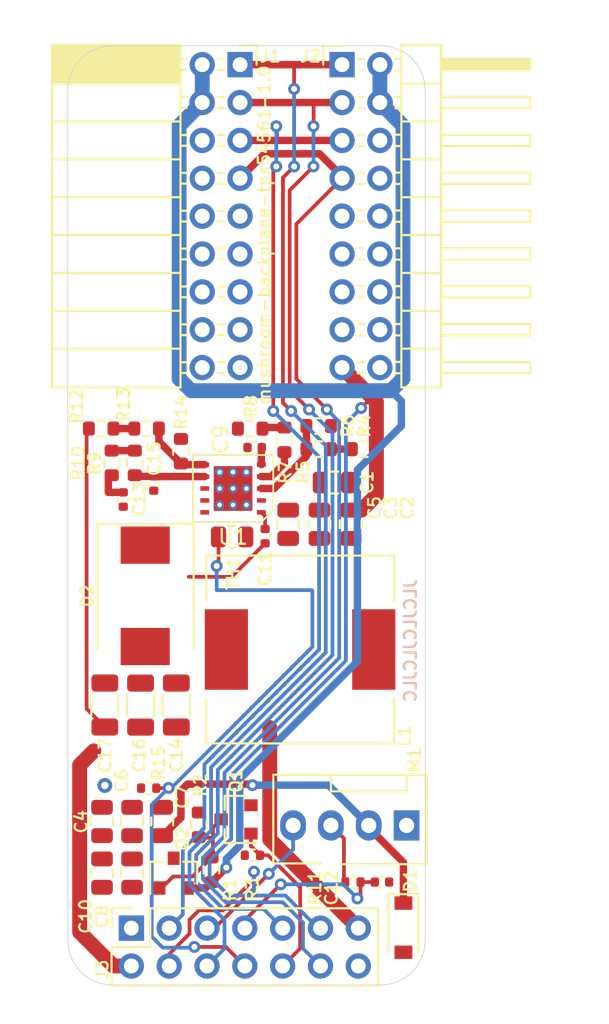
<source format=kicad_pcb>
(kicad_pcb (version 20171130) (host pcbnew "(5.1.9)-1")

  (general
    (thickness 1.6)
    (drawings 15)
    (tracks 265)
    (zones 0)
    (modules 43)
    (nets 28)
  )

  (page A4)
  (layers
    (0 F.Cu signal)
    (31 B.Cu signal)
    (32 B.Adhes user)
    (33 F.Adhes user)
    (34 B.Paste user)
    (35 F.Paste user)
    (36 B.SilkS user)
    (37 F.SilkS user)
    (38 B.Mask user)
    (39 F.Mask user)
    (40 Dwgs.User user)
    (41 Cmts.User user)
    (42 Eco1.User user)
    (43 Eco2.User user)
    (44 Edge.Cuts user)
    (45 Margin user)
    (46 B.CrtYd user)
    (47 F.CrtYd user)
    (48 B.Fab user)
    (49 F.Fab user)
  )

  (setup
    (last_trace_width 0.25)
    (user_trace_width 0.5)
    (user_trace_width 1)
    (user_trace_width 1.5)
    (user_trace_width 2)
    (trace_clearance 0.2)
    (zone_clearance 0.254)
    (zone_45_only no)
    (trace_min 0.2)
    (via_size 0.8)
    (via_drill 0.4)
    (via_min_size 0.4)
    (via_min_drill 0.3)
    (user_via 1 0.5)
    (user_via 2 1)
    (uvia_size 0.3)
    (uvia_drill 0.1)
    (uvias_allowed no)
    (uvia_min_size 0.2)
    (uvia_min_drill 0.1)
    (edge_width 0.05)
    (segment_width 0.2)
    (pcb_text_width 0.3)
    (pcb_text_size 1.5 1.5)
    (mod_edge_width 0.12)
    (mod_text_size 1 1)
    (mod_text_width 0.15)
    (pad_size 1.524 1.524)
    (pad_drill 0.762)
    (pad_to_mask_clearance 0)
    (aux_axis_origin 0 0)
    (visible_elements 7FFFFFFF)
    (pcbplotparams
      (layerselection 0x010fc_ffffffff)
      (usegerberextensions false)
      (usegerberattributes true)
      (usegerberadvancedattributes true)
      (creategerberjobfile true)
      (excludeedgelayer true)
      (linewidth 0.100000)
      (plotframeref false)
      (viasonmask false)
      (mode 1)
      (useauxorigin false)
      (hpglpennumber 1)
      (hpglpenspeed 20)
      (hpglpendiameter 15.000000)
      (psnegative false)
      (psa4output false)
      (plotreference true)
      (plotvalue true)
      (plotinvisibletext false)
      (padsonsilk false)
      (subtractmaskfromsilk false)
      (outputformat 1)
      (mirror false)
      (drillshape 1)
      (scaleselection 1)
      (outputdirectory ""))
  )

  (net 0 "")
  (net 1 VIN)
  (net 2 GND)
  (net 3 "Net-(R4-Pad2)")
  (net 4 FB)
  (net 5 "Net-(C9-Pad1)")
  (net 6 +12V)
  (net 7 SDA)
  (net 8 SCL)
  (net 9 "Net-(M1-Pad3)")
  (net 10 "Net-(Q1-Pad3)")
  (net 11 STX)
  (net 12 SRX)
  (net 13 POWTMP)
  (net 14 FANFDB)
  (net 15 FANPWM)
  (net 16 FANDCC)
  (net 17 5VSMPS)
  (net 18 "Net-(C10-Pad2)")
  (net 19 "Net-(C11-Pad2)")
  (net 20 "Net-(C11-Pad1)")
  (net 21 "Net-(C13-Pad1)")
  (net 22 "Net-(C15-Pad1)")
  (net 23 "Net-(R5-Pad2)")
  (net 24 "Net-(R7-Pad1)")
  (net 25 "Net-(R7-Pad2)")
  (net 26 "Net-(R10-Pad1)")
  (net 27 "Net-(R12-Pad2)")

  (net_class Default "This is the default net class."
    (clearance 0.2)
    (trace_width 0.25)
    (via_dia 0.8)
    (via_drill 0.4)
    (uvia_dia 0.3)
    (uvia_drill 0.1)
    (add_net +12V)
    (add_net 5VSMPS)
    (add_net FANDCC)
    (add_net FANFDB)
    (add_net FANPWM)
    (add_net FB)
    (add_net GND)
    (add_net "Net-(C10-Pad2)")
    (add_net "Net-(C11-Pad1)")
    (add_net "Net-(C11-Pad2)")
    (add_net "Net-(C13-Pad1)")
    (add_net "Net-(C15-Pad1)")
    (add_net "Net-(C9-Pad1)")
    (add_net "Net-(M1-Pad3)")
    (add_net "Net-(Q1-Pad3)")
    (add_net "Net-(R10-Pad1)")
    (add_net "Net-(R12-Pad2)")
    (add_net "Net-(R4-Pad2)")
    (add_net "Net-(R5-Pad2)")
    (add_net "Net-(R7-Pad1)")
    (add_net "Net-(R7-Pad2)")
    (add_net POWTMP)
    (add_net SCL)
    (add_net SDA)
    (add_net SRX)
    (add_net STX)
    (add_net VIN)
  )

  (module Resistor_SMD:R_0603_1608Metric (layer F.Cu) (tedit 5F68FEEE) (tstamp 60579BCD)
    (at 96.8 120.76 90)
    (descr "Resistor SMD 0603 (1608 Metric), square (rectangular) end terminal, IPC_7351 nominal, (Body size source: IPC-SM-782 page 72, https://www.pcb-3d.com/wordpress/wp-content/uploads/ipc-sm-782a_amendment_1_and_2.pdf), generated with kicad-footprint-generator")
    (tags resistor)
    (path /6058550B)
    (attr smd)
    (fp_text reference R2 (at 2.66 0.1 90) (layer F.SilkS)
      (effects (font (size 0.8 0.8) (thickness 0.15)))
    )
    (fp_text value 1.8k (at 0 1.43 90) (layer F.Fab)
      (effects (font (size 1 1) (thickness 0.15)))
    )
    (fp_line (start -0.8 0.4125) (end -0.8 -0.4125) (layer F.Fab) (width 0.1))
    (fp_line (start -0.8 -0.4125) (end 0.8 -0.4125) (layer F.Fab) (width 0.1))
    (fp_line (start 0.8 -0.4125) (end 0.8 0.4125) (layer F.Fab) (width 0.1))
    (fp_line (start 0.8 0.4125) (end -0.8 0.4125) (layer F.Fab) (width 0.1))
    (fp_line (start -0.237258 -0.5225) (end 0.237258 -0.5225) (layer F.SilkS) (width 0.15))
    (fp_line (start -0.237258 0.5225) (end 0.237258 0.5225) (layer F.SilkS) (width 0.15))
    (fp_line (start -1.48 0.73) (end -1.48 -0.73) (layer F.CrtYd) (width 0.05))
    (fp_line (start -1.48 -0.73) (end 1.48 -0.73) (layer F.CrtYd) (width 0.05))
    (fp_line (start 1.48 -0.73) (end 1.48 0.73) (layer F.CrtYd) (width 0.05))
    (fp_line (start 1.48 0.73) (end -1.48 0.73) (layer F.CrtYd) (width 0.05))
    (fp_text user %R (at 0 0 90) (layer F.Fab)
      (effects (font (size 0.4 0.4) (thickness 0.06)))
    )
    (pad 1 smd roundrect (at -0.825 0 90) (size 0.8 0.95) (layers F.Cu F.Paste F.Mask) (roundrect_rratio 0.25)
      (net 10 "Net-(Q1-Pad3)"))
    (pad 2 smd roundrect (at 0.825 0 90) (size 0.8 0.95) (layers F.Cu F.Paste F.Mask) (roundrect_rratio 0.25)
      (net 2 GND))
    (model ${KISYS3DMOD}/Resistor_SMD.3dshapes/R_0603_1608Metric.wrl
      (at (xyz 0 0 0))
      (scale (xyz 1 1 1))
      (rotate (xyz 0 0 0))
    )
  )

  (module Capacitor_SMD:C_0402_1005Metric (layer F.Cu) (tedit 5F68FEEE) (tstamp 604588F8)
    (at 101.25 101.4 270)
    (descr "Capacitor SMD 0402 (1005 Metric), square (rectangular) end terminal, IPC_7351 nominal, (Body size source: IPC-SM-782 page 76, https://www.pcb-3d.com/wordpress/wp-content/uploads/ipc-sm-782a_amendment_1_and_2.pdf), generated with kicad-footprint-generator")
    (tags capacitor)
    (path /604476F8)
    (attr smd)
    (fp_text reference C11 (at 2.2 0 270) (layer F.SilkS)
      (effects (font (size 0.8 0.8) (thickness 0.15)))
    )
    (fp_text value 0.1uF (at 0 1.16 90) (layer F.Fab)
      (effects (font (size 1 1) (thickness 0.15)))
    )
    (fp_line (start 0.91 0.46) (end -0.91 0.46) (layer F.CrtYd) (width 0.05))
    (fp_line (start 0.91 -0.46) (end 0.91 0.46) (layer F.CrtYd) (width 0.05))
    (fp_line (start -0.91 -0.46) (end 0.91 -0.46) (layer F.CrtYd) (width 0.05))
    (fp_line (start -0.91 0.46) (end -0.91 -0.46) (layer F.CrtYd) (width 0.05))
    (fp_line (start -0.107836 0.36) (end 0.107836 0.36) (layer F.SilkS) (width 0.15))
    (fp_line (start -0.107836 -0.36) (end 0.107836 -0.36) (layer F.SilkS) (width 0.15))
    (fp_line (start 0.5 0.25) (end -0.5 0.25) (layer F.Fab) (width 0.1))
    (fp_line (start 0.5 -0.25) (end 0.5 0.25) (layer F.Fab) (width 0.1))
    (fp_line (start -0.5 -0.25) (end 0.5 -0.25) (layer F.Fab) (width 0.1))
    (fp_line (start -0.5 0.25) (end -0.5 -0.25) (layer F.Fab) (width 0.1))
    (fp_text user %R (at 0 0 90) (layer F.Fab)
      (effects (font (size 0.25 0.25) (thickness 0.04)))
    )
    (pad 2 smd roundrect (at 0.48 0 270) (size 0.56 0.62) (layers F.Cu F.Paste F.Mask) (roundrect_rratio 0.25)
      (net 19 "Net-(C11-Pad2)"))
    (pad 1 smd roundrect (at -0.48 0 270) (size 0.56 0.62) (layers F.Cu F.Paste F.Mask) (roundrect_rratio 0.25)
      (net 20 "Net-(C11-Pad1)"))
    (model ${KISYS3DMOD}/Capacitor_SMD.3dshapes/C_0402_1005Metric.wrl
      (at (xyz 0 0 0))
      (scale (xyz 1 1 1))
      (rotate (xyz 0 0 0))
    )
  )

  (module Capacitor_SMD:C_0402_1005Metric (layer F.Cu) (tedit 5F68FEEE) (tstamp 6045891A)
    (at 91.725 98.94 270)
    (descr "Capacitor SMD 0402 (1005 Metric), square (rectangular) end terminal, IPC_7351 nominal, (Body size source: IPC-SM-782 page 76, https://www.pcb-3d.com/wordpress/wp-content/uploads/ipc-sm-782a_amendment_1_and_2.pdf), generated with kicad-footprint-generator")
    (tags capacitor)
    (path /6046576F)
    (attr smd)
    (fp_text reference C13 (at -0.04 -1.075 90) (layer F.SilkS)
      (effects (font (size 0.8 0.8) (thickness 0.15)))
    )
    (fp_text value 4.7nF (at 0 1.16 90) (layer F.Fab)
      (effects (font (size 1 1) (thickness 0.15)))
    )
    (fp_line (start -0.5 0.25) (end -0.5 -0.25) (layer F.Fab) (width 0.1))
    (fp_line (start -0.5 -0.25) (end 0.5 -0.25) (layer F.Fab) (width 0.1))
    (fp_line (start 0.5 -0.25) (end 0.5 0.25) (layer F.Fab) (width 0.1))
    (fp_line (start 0.5 0.25) (end -0.5 0.25) (layer F.Fab) (width 0.1))
    (fp_line (start -0.107836 -0.36) (end 0.107836 -0.36) (layer F.SilkS) (width 0.15))
    (fp_line (start -0.107836 0.36) (end 0.107836 0.36) (layer F.SilkS) (width 0.15))
    (fp_line (start -0.91 0.46) (end -0.91 -0.46) (layer F.CrtYd) (width 0.05))
    (fp_line (start -0.91 -0.46) (end 0.91 -0.46) (layer F.CrtYd) (width 0.05))
    (fp_line (start 0.91 -0.46) (end 0.91 0.46) (layer F.CrtYd) (width 0.05))
    (fp_line (start 0.91 0.46) (end -0.91 0.46) (layer F.CrtYd) (width 0.05))
    (fp_text user %R (at 0 0 90) (layer F.Fab)
      (effects (font (size 0.25 0.25) (thickness 0.04)))
    )
    (pad 1 smd roundrect (at -0.48 0 270) (size 0.56 0.62) (layers F.Cu F.Paste F.Mask) (roundrect_rratio 0.25)
      (net 21 "Net-(C13-Pad1)"))
    (pad 2 smd roundrect (at 0.48 0 270) (size 0.56 0.62) (layers F.Cu F.Paste F.Mask) (roundrect_rratio 0.25)
      (net 2 GND))
    (model ${KISYS3DMOD}/Capacitor_SMD.3dshapes/C_0402_1005Metric.wrl
      (at (xyz 0 0 0))
      (scale (xyz 1 1 1))
      (rotate (xyz 0 0 0))
    )
  )

  (module Capacitor_SMD:C_1206_3216Metric (layer F.Cu) (tedit 5F68FEEE) (tstamp 6045892B)
    (at 95.29 112.725 90)
    (descr "Capacitor SMD 1206 (3216 Metric), square (rectangular) end terminal, IPC_7351 nominal, (Body size source: IPC-SM-782 page 76, https://www.pcb-3d.com/wordpress/wp-content/uploads/ipc-sm-782a_amendment_1_and_2.pdf), generated with kicad-footprint-generator")
    (tags capacitor)
    (path /604B2DB3)
    (attr smd)
    (fp_text reference C14 (at -3.375 0.01 270) (layer F.SilkS)
      (effects (font (size 0.8 0.8) (thickness 0.15)))
    )
    (fp_text value 47uF (at 0 1.85 90) (layer F.Fab)
      (effects (font (size 1 1) (thickness 0.15)))
    )
    (fp_line (start 2.3 1.15) (end -2.3 1.15) (layer F.CrtYd) (width 0.05))
    (fp_line (start 2.3 -1.15) (end 2.3 1.15) (layer F.CrtYd) (width 0.05))
    (fp_line (start -2.3 -1.15) (end 2.3 -1.15) (layer F.CrtYd) (width 0.05))
    (fp_line (start -2.3 1.15) (end -2.3 -1.15) (layer F.CrtYd) (width 0.05))
    (fp_line (start -0.711252 0.91) (end 0.711252 0.91) (layer F.SilkS) (width 0.15))
    (fp_line (start -0.711252 -0.91) (end 0.711252 -0.91) (layer F.SilkS) (width 0.15))
    (fp_line (start 1.6 0.8) (end -1.6 0.8) (layer F.Fab) (width 0.1))
    (fp_line (start 1.6 -0.8) (end 1.6 0.8) (layer F.Fab) (width 0.1))
    (fp_line (start -1.6 -0.8) (end 1.6 -0.8) (layer F.Fab) (width 0.1))
    (fp_line (start -1.6 0.8) (end -1.6 -0.8) (layer F.Fab) (width 0.1))
    (fp_text user %R (at 0 0 90) (layer F.Fab)
      (effects (font (size 0.8 0.8) (thickness 0.12)))
    )
    (pad 2 smd roundrect (at 1.475 0 90) (size 1.15 1.8) (layers F.Cu F.Paste F.Mask) (roundrect_rratio 0.217391)
      (net 2 GND))
    (pad 1 smd roundrect (at -1.475 0 90) (size 1.15 1.8) (layers F.Cu F.Paste F.Mask) (roundrect_rratio 0.217391)
      (net 17 5VSMPS))
    (model ${KISYS3DMOD}/Capacitor_SMD.3dshapes/C_1206_3216Metric.wrl
      (at (xyz 0 0 0))
      (scale (xyz 1 1 1))
      (rotate (xyz 0 0 0))
    )
  )

  (module Capacitor_SMD:C_0402_1005Metric (layer F.Cu) (tedit 5F68FEEE) (tstamp 6045893C)
    (at 93.775 97.865 270)
    (descr "Capacitor SMD 0402 (1005 Metric), square (rectangular) end terminal, IPC_7351 nominal, (Body size source: IPC-SM-782 page 76, https://www.pcb-3d.com/wordpress/wp-content/uploads/ipc-sm-782a_amendment_1_and_2.pdf), generated with kicad-footprint-generator")
    (tags capacitor)
    (path /604BB88C)
    (attr smd)
    (fp_text reference C15 (at -1.665 -0.025 270) (layer F.SilkS)
      (effects (font (size 0.8 0.8) (thickness 0.15)))
    )
    (fp_text value 47pF (at 0 1.16 90) (layer F.Fab)
      (effects (font (size 1 1) (thickness 0.15)))
    )
    (fp_line (start -0.5 0.25) (end -0.5 -0.25) (layer F.Fab) (width 0.1))
    (fp_line (start -0.5 -0.25) (end 0.5 -0.25) (layer F.Fab) (width 0.1))
    (fp_line (start 0.5 -0.25) (end 0.5 0.25) (layer F.Fab) (width 0.1))
    (fp_line (start 0.5 0.25) (end -0.5 0.25) (layer F.Fab) (width 0.1))
    (fp_line (start -0.107836 -0.36) (end 0.107836 -0.36) (layer F.SilkS) (width 0.15))
    (fp_line (start -0.107836 0.36) (end 0.107836 0.36) (layer F.SilkS) (width 0.15))
    (fp_line (start -0.91 0.46) (end -0.91 -0.46) (layer F.CrtYd) (width 0.05))
    (fp_line (start -0.91 -0.46) (end 0.91 -0.46) (layer F.CrtYd) (width 0.05))
    (fp_line (start 0.91 -0.46) (end 0.91 0.46) (layer F.CrtYd) (width 0.05))
    (fp_line (start 0.91 0.46) (end -0.91 0.46) (layer F.CrtYd) (width 0.05))
    (fp_text user %R (at 0 0 90) (layer F.Fab)
      (effects (font (size 0.25 0.25) (thickness 0.04)))
    )
    (pad 1 smd roundrect (at -0.48 0 270) (size 0.56 0.62) (layers F.Cu F.Paste F.Mask) (roundrect_rratio 0.25)
      (net 22 "Net-(C15-Pad1)"))
    (pad 2 smd roundrect (at 0.48 0 270) (size 0.56 0.62) (layers F.Cu F.Paste F.Mask) (roundrect_rratio 0.25)
      (net 2 GND))
    (model ${KISYS3DMOD}/Capacitor_SMD.3dshapes/C_0402_1005Metric.wrl
      (at (xyz 0 0 0))
      (scale (xyz 1 1 1))
      (rotate (xyz 0 0 0))
    )
  )

  (module Capacitor_SMD:C_1206_3216Metric (layer F.Cu) (tedit 5F68FEEE) (tstamp 6045894D)
    (at 92.89 112.73 90)
    (descr "Capacitor SMD 1206 (3216 Metric), square (rectangular) end terminal, IPC_7351 nominal, (Body size source: IPC-SM-782 page 76, https://www.pcb-3d.com/wordpress/wp-content/uploads/ipc-sm-782a_amendment_1_and_2.pdf), generated with kicad-footprint-generator")
    (tags capacitor)
    (path /604B4074)
    (attr smd)
    (fp_text reference C16 (at -3.37 -0.09 270) (layer F.SilkS)
      (effects (font (size 0.8 0.8) (thickness 0.15)))
    )
    (fp_text value 47uF (at 0 1.85 90) (layer F.Fab)
      (effects (font (size 1 1) (thickness 0.15)))
    )
    (fp_line (start -1.6 0.8) (end -1.6 -0.8) (layer F.Fab) (width 0.1))
    (fp_line (start -1.6 -0.8) (end 1.6 -0.8) (layer F.Fab) (width 0.1))
    (fp_line (start 1.6 -0.8) (end 1.6 0.8) (layer F.Fab) (width 0.1))
    (fp_line (start 1.6 0.8) (end -1.6 0.8) (layer F.Fab) (width 0.1))
    (fp_line (start -0.711252 -0.91) (end 0.711252 -0.91) (layer F.SilkS) (width 0.15))
    (fp_line (start -0.711252 0.91) (end 0.711252 0.91) (layer F.SilkS) (width 0.15))
    (fp_line (start -2.3 1.15) (end -2.3 -1.15) (layer F.CrtYd) (width 0.05))
    (fp_line (start -2.3 -1.15) (end 2.3 -1.15) (layer F.CrtYd) (width 0.05))
    (fp_line (start 2.3 -1.15) (end 2.3 1.15) (layer F.CrtYd) (width 0.05))
    (fp_line (start 2.3 1.15) (end -2.3 1.15) (layer F.CrtYd) (width 0.05))
    (fp_text user %R (at 0 0 90) (layer F.Fab)
      (effects (font (size 0.8 0.8) (thickness 0.12)))
    )
    (pad 1 smd roundrect (at -1.475 0 90) (size 1.15 1.8) (layers F.Cu F.Paste F.Mask) (roundrect_rratio 0.217391)
      (net 17 5VSMPS))
    (pad 2 smd roundrect (at 1.475 0 90) (size 1.15 1.8) (layers F.Cu F.Paste F.Mask) (roundrect_rratio 0.217391)
      (net 2 GND))
    (model ${KISYS3DMOD}/Capacitor_SMD.3dshapes/C_1206_3216Metric.wrl
      (at (xyz 0 0 0))
      (scale (xyz 1 1 1))
      (rotate (xyz 0 0 0))
    )
  )

  (module Capacitor_SMD:C_1206_3216Metric (layer F.Cu) (tedit 5F68FEEE) (tstamp 6045895E)
    (at 90.49 112.725 90)
    (descr "Capacitor SMD 1206 (3216 Metric), square (rectangular) end terminal, IPC_7351 nominal, (Body size source: IPC-SM-782 page 76, https://www.pcb-3d.com/wordpress/wp-content/uploads/ipc-sm-782a_amendment_1_and_2.pdf), generated with kicad-footprint-generator")
    (tags capacitor)
    (path /604B499C)
    (attr smd)
    (fp_text reference C17 (at -3.375 0.01 270) (layer F.SilkS)
      (effects (font (size 0.8 0.8) (thickness 0.15)))
    )
    (fp_text value 47uF (at 0 1.85 90) (layer F.Fab)
      (effects (font (size 1 1) (thickness 0.15)))
    )
    (fp_line (start 2.3 1.15) (end -2.3 1.15) (layer F.CrtYd) (width 0.05))
    (fp_line (start 2.3 -1.15) (end 2.3 1.15) (layer F.CrtYd) (width 0.05))
    (fp_line (start -2.3 -1.15) (end 2.3 -1.15) (layer F.CrtYd) (width 0.05))
    (fp_line (start -2.3 1.15) (end -2.3 -1.15) (layer F.CrtYd) (width 0.05))
    (fp_line (start -0.711252 0.91) (end 0.711252 0.91) (layer F.SilkS) (width 0.15))
    (fp_line (start -0.711252 -0.91) (end 0.711252 -0.91) (layer F.SilkS) (width 0.15))
    (fp_line (start 1.6 0.8) (end -1.6 0.8) (layer F.Fab) (width 0.1))
    (fp_line (start 1.6 -0.8) (end 1.6 0.8) (layer F.Fab) (width 0.1))
    (fp_line (start -1.6 -0.8) (end 1.6 -0.8) (layer F.Fab) (width 0.1))
    (fp_line (start -1.6 0.8) (end -1.6 -0.8) (layer F.Fab) (width 0.1))
    (fp_text user %R (at 0 0 90) (layer F.Fab)
      (effects (font (size 0.8 0.8) (thickness 0.12)))
    )
    (pad 2 smd roundrect (at 1.475 0 90) (size 1.15 1.8) (layers F.Cu F.Paste F.Mask) (roundrect_rratio 0.217391)
      (net 2 GND))
    (pad 1 smd roundrect (at -1.475 0 90) (size 1.15 1.8) (layers F.Cu F.Paste F.Mask) (roundrect_rratio 0.217391)
      (net 17 5VSMPS))
    (model ${KISYS3DMOD}/Capacitor_SMD.3dshapes/C_1206_3216Metric.wrl
      (at (xyz 0 0 0))
      (scale (xyz 1 1 1))
      (rotate (xyz 0 0 0))
    )
  )

  (module Diode_SMD:D_SMC (layer F.Cu) (tedit 5864295D) (tstamp 60458976)
    (at 93.2 105.4 270)
    (descr "Diode SMC (DO-214AB)")
    (tags "Diode SMC (DO-214AB)")
    (path /6044B952)
    (attr smd)
    (fp_text reference D2 (at 0 3.9 270) (layer F.SilkS)
      (effects (font (size 0.8 0.8) (thickness 0.15)))
    )
    (fp_text value B560C-13-F (at 0 4.2 90) (layer F.Fab)
      (effects (font (size 1 1) (thickness 0.15)))
    )
    (fp_line (start -4.8 3.25) (end -4.8 -3.25) (layer F.SilkS) (width 0.15))
    (fp_line (start 3.55 3.1) (end -3.55 3.1) (layer F.Fab) (width 0.1))
    (fp_line (start -3.55 3.1) (end -3.55 -3.1) (layer F.Fab) (width 0.1))
    (fp_line (start 3.55 -3.1) (end 3.55 3.1) (layer F.Fab) (width 0.1))
    (fp_line (start 3.55 -3.1) (end -3.55 -3.1) (layer F.Fab) (width 0.1))
    (fp_line (start -4.9 -3.35) (end 4.9 -3.35) (layer F.CrtYd) (width 0.05))
    (fp_line (start 4.9 -3.35) (end 4.9 3.35) (layer F.CrtYd) (width 0.05))
    (fp_line (start 4.9 3.35) (end -4.9 3.35) (layer F.CrtYd) (width 0.05))
    (fp_line (start -4.9 3.35) (end -4.9 -3.35) (layer F.CrtYd) (width 0.05))
    (fp_line (start -0.64944 0.00102) (end -1.55114 0.00102) (layer F.Fab) (width 0.1))
    (fp_line (start 0.50118 0.00102) (end 1.4994 0.00102) (layer F.Fab) (width 0.1))
    (fp_line (start -0.64944 -0.79908) (end -0.64944 0.80112) (layer F.Fab) (width 0.1))
    (fp_line (start 0.50118 0.75032) (end 0.50118 -0.79908) (layer F.Fab) (width 0.1))
    (fp_line (start -0.64944 0.00102) (end 0.50118 0.75032) (layer F.Fab) (width 0.1))
    (fp_line (start -0.64944 0.00102) (end 0.50118 -0.79908) (layer F.Fab) (width 0.1))
    (fp_line (start -4.8 3.25) (end 3.6 3.25) (layer F.SilkS) (width 0.15))
    (fp_line (start -4.8 -3.25) (end 3.6 -3.25) (layer F.SilkS) (width 0.15))
    (fp_text user %R (at 0 -1.9 90) (layer F.Fab)
      (effects (font (size 1 1) (thickness 0.15)))
    )
    (pad 1 smd rect (at -3.4 0) (size 3.3 2.5) (layers F.Cu F.Paste F.Mask)
      (net 19 "Net-(C11-Pad2)"))
    (pad 2 smd rect (at 3.4 0) (size 3.3 2.5) (layers F.Cu F.Paste F.Mask)
      (net 2 GND))
    (model ${KISYS3DMOD}/Diode_SMD.3dshapes/D_SMC.wrl
      (at (xyz 0 0 0))
      (scale (xyz 1 1 1))
      (rotate (xyz 0 0 0))
    )
  )

  (module Inductor_SMD:L_12x12mm_H8mm (layer F.Cu) (tedit 5990349C) (tstamp 604589C5)
    (at 103.6 109)
    (descr "Choke, SMD, 12x12mm 8mm height")
    (tags "Choke SMD")
    (path /60473917)
    (attr smd)
    (fp_text reference L1 (at 7 5.8 90) (layer F.SilkS)
      (effects (font (size 0.8 0.8) (thickness 0.15)))
    )
    (fp_text value 8.2uH (at 0 7.6) (layer F.Fab)
      (effects (font (size 1 1) (thickness 0.15)))
    )
    (fp_line (start 6.3 3.3) (end 6.3 6.3) (layer F.SilkS) (width 0.15))
    (fp_line (start 6.3 6.3) (end -6.3 6.3) (layer F.SilkS) (width 0.15))
    (fp_line (start -6.3 6.3) (end -6.3 3.3) (layer F.SilkS) (width 0.15))
    (fp_line (start -6.3 -3.3) (end -6.3 -6.3) (layer F.SilkS) (width 0.15))
    (fp_line (start -6.3 -6.3) (end 6.3 -6.3) (layer F.SilkS) (width 0.15))
    (fp_line (start 6.3 -6.3) (end 6.3 -3.3) (layer F.SilkS) (width 0.15))
    (fp_line (start -6.86 -6.6) (end 6.86 -6.6) (layer F.CrtYd) (width 0.05))
    (fp_line (start 6.86 -6.6) (end 6.86 6.6) (layer F.CrtYd) (width 0.05))
    (fp_line (start 6.86 6.6) (end -6.86 6.6) (layer F.CrtYd) (width 0.05))
    (fp_line (start -6.86 6.6) (end -6.86 -6.6) (layer F.CrtYd) (width 0.05))
    (fp_line (start 4.9 3.3) (end 5 3.4) (layer F.Fab) (width 0.1))
    (fp_line (start 5 3.4) (end 5.1 3.8) (layer F.Fab) (width 0.1))
    (fp_line (start 5.1 3.8) (end 5 4.3) (layer F.Fab) (width 0.1))
    (fp_line (start 5 4.3) (end 4.8 4.6) (layer F.Fab) (width 0.1))
    (fp_line (start 4.8 4.6) (end 4.5 5) (layer F.Fab) (width 0.1))
    (fp_line (start 4.5 5) (end 4 5.1) (layer F.Fab) (width 0.1))
    (fp_line (start 4 5.1) (end 3.5 5) (layer F.Fab) (width 0.1))
    (fp_line (start 3.5 5) (end 3.1 4.7) (layer F.Fab) (width 0.1))
    (fp_line (start 3.1 4.7) (end 3 4.6) (layer F.Fab) (width 0.1))
    (fp_line (start 3 4.6) (end 2.4 5) (layer F.Fab) (width 0.1))
    (fp_line (start 2.4 5) (end 1.6 5.3) (layer F.Fab) (width 0.1))
    (fp_line (start 1.6 5.3) (end 0.6 5.5) (layer F.Fab) (width 0.1))
    (fp_line (start 0.6 5.5) (end -0.6 5.5) (layer F.Fab) (width 0.1))
    (fp_line (start -0.6 5.5) (end -1.5 5.3) (layer F.Fab) (width 0.1))
    (fp_line (start -1.5 5.3) (end -2.1 5.1) (layer F.Fab) (width 0.1))
    (fp_line (start -2.1 5.1) (end -2.6 4.9) (layer F.Fab) (width 0.1))
    (fp_line (start -2.6 4.9) (end -3 4.7) (layer F.Fab) (width 0.1))
    (fp_line (start -3 4.7) (end -3.3 4.9) (layer F.Fab) (width 0.1))
    (fp_line (start -3.3 4.9) (end -3.9 5.1) (layer F.Fab) (width 0.1))
    (fp_line (start -3.9 5.1) (end -4.3 5) (layer F.Fab) (width 0.1))
    (fp_line (start -4.3 5) (end -4.6 4.8) (layer F.Fab) (width 0.1))
    (fp_line (start -4.6 4.8) (end -4.9 4.6) (layer F.Fab) (width 0.1))
    (fp_line (start -4.9 4.6) (end -5.1 4.1) (layer F.Fab) (width 0.1))
    (fp_line (start -5.1 4.1) (end -5 3.6) (layer F.Fab) (width 0.1))
    (fp_line (start -5 3.6) (end -4.8 3.2) (layer F.Fab) (width 0.1))
    (fp_line (start 4.9 -3.3) (end 5 -3.6) (layer F.Fab) (width 0.1))
    (fp_line (start 5 -3.6) (end 5.1 -4) (layer F.Fab) (width 0.1))
    (fp_line (start 5.1 -4) (end 5 -4.3) (layer F.Fab) (width 0.1))
    (fp_line (start 5 -4.3) (end 4.8 -4.7) (layer F.Fab) (width 0.1))
    (fp_line (start 4.8 -4.7) (end 4.5 -4.9) (layer F.Fab) (width 0.1))
    (fp_line (start 4.5 -4.9) (end 4.2 -5.1) (layer F.Fab) (width 0.1))
    (fp_line (start 4.2 -5.1) (end 3.9 -5.1) (layer F.Fab) (width 0.1))
    (fp_line (start 3.9 -5.1) (end 3.6 -5) (layer F.Fab) (width 0.1))
    (fp_line (start 3.6 -5) (end 3.3 -4.9) (layer F.Fab) (width 0.1))
    (fp_line (start 3.3 -4.9) (end 3 -4.6) (layer F.Fab) (width 0.1))
    (fp_line (start 3 -4.6) (end 2.6 -4.9) (layer F.Fab) (width 0.1))
    (fp_line (start 2.6 -4.9) (end 2.2 -5.1) (layer F.Fab) (width 0.1))
    (fp_line (start 2.2 -5.1) (end 1.7 -5.3) (layer F.Fab) (width 0.1))
    (fp_line (start 1.7 -5.3) (end 0.9 -5.5) (layer F.Fab) (width 0.1))
    (fp_line (start 0.9 -5.5) (end 0 -5.6) (layer F.Fab) (width 0.1))
    (fp_line (start 0 -5.6) (end -0.8 -5.5) (layer F.Fab) (width 0.1))
    (fp_line (start -0.8 -5.5) (end -1.7 -5.3) (layer F.Fab) (width 0.1))
    (fp_line (start -1.7 -5.3) (end -2.6 -4.9) (layer F.Fab) (width 0.1))
    (fp_line (start -2.6 -4.9) (end -3 -4.7) (layer F.Fab) (width 0.1))
    (fp_line (start -3 -4.7) (end -3.3 -4.9) (layer F.Fab) (width 0.1))
    (fp_line (start -3.3 -4.9) (end -3.7 -5.1) (layer F.Fab) (width 0.1))
    (fp_line (start -3.7 -5.1) (end -4.2 -5) (layer F.Fab) (width 0.1))
    (fp_line (start -4.2 -5) (end -4.6 -4.8) (layer F.Fab) (width 0.1))
    (fp_line (start -4.6 -4.8) (end -4.9 -4.5) (layer F.Fab) (width 0.1))
    (fp_line (start -4.9 -4.5) (end -5.1 -4) (layer F.Fab) (width 0.1))
    (fp_line (start -5.1 -4) (end -5 -3.5) (layer F.Fab) (width 0.1))
    (fp_line (start -5 -3.5) (end -4.8 -3.2) (layer F.Fab) (width 0.1))
    (fp_line (start -6.2 3.3) (end -6.2 6.2) (layer F.Fab) (width 0.1))
    (fp_line (start -6.2 6.2) (end 6.2 6.2) (layer F.Fab) (width 0.1))
    (fp_line (start 6.2 6.2) (end 6.2 3.3) (layer F.Fab) (width 0.1))
    (fp_line (start 6.2 -6.2) (end -6.2 -6.2) (layer F.Fab) (width 0.1))
    (fp_line (start -6.2 -6.2) (end -6.2 -3.3) (layer F.Fab) (width 0.1))
    (fp_line (start 6.2 -6.2) (end 6.2 -3.3) (layer F.Fab) (width 0.1))
    (fp_circle (center 0 0) (end 0.9 0) (layer F.Adhes) (width 0.38))
    (fp_circle (center 0 0) (end 0.55 0) (layer F.Adhes) (width 0.38))
    (fp_circle (center 0 0) (end 0.15 0.15) (layer F.Adhes) (width 0.38))
    (fp_circle (center -2.1 3) (end -1.8 3.25) (layer F.Fab) (width 0.1))
    (fp_text user %R (at 0 0) (layer F.Fab)
      (effects (font (size 1 1) (thickness 0.15)))
    )
    (pad 1 smd rect (at -4.95 0) (size 2.9 5.4) (layers F.Cu F.Paste F.Mask)
      (net 19 "Net-(C11-Pad2)"))
    (pad 2 smd rect (at 4.95 0) (size 2.9 5.4) (layers F.Cu F.Paste F.Mask)
      (net 17 5VSMPS))
    (model ../../mcad/inductor-12mm.step
      (at (xyz 0 0 0))
      (scale (xyz 1 1 1))
      (rotate (xyz 0 0 0))
    )
  )

  (module Resistor_SMD:R_0603_1608Metric (layer F.Cu) (tedit 5F68FEEE) (tstamp 604589D6)
    (at 107.9 95.56 180)
    (descr "Resistor SMD 0603 (1608 Metric), square (rectangular) end terminal, IPC_7351 nominal, (Body size source: IPC-SM-782 page 72, https://www.pcb-3d.com/wordpress/wp-content/uploads/ipc-sm-782a_amendment_1_and_2.pdf), generated with kicad-footprint-generator")
    (tags resistor)
    (path /6043C991)
    (attr smd)
    (fp_text reference R4 (at 0 1.56 90) (layer F.SilkS)
      (effects (font (size 0.8 0.8) (thickness 0.15)))
    )
    (fp_text value 430k (at 0 1.43) (layer F.Fab)
      (effects (font (size 1 1) (thickness 0.15)))
    )
    (fp_line (start -0.8 0.4125) (end -0.8 -0.4125) (layer F.Fab) (width 0.1))
    (fp_line (start -0.8 -0.4125) (end 0.8 -0.4125) (layer F.Fab) (width 0.1))
    (fp_line (start 0.8 -0.4125) (end 0.8 0.4125) (layer F.Fab) (width 0.1))
    (fp_line (start 0.8 0.4125) (end -0.8 0.4125) (layer F.Fab) (width 0.1))
    (fp_line (start -0.237258 -0.5225) (end 0.237258 -0.5225) (layer F.SilkS) (width 0.15))
    (fp_line (start -0.237258 0.5225) (end 0.237258 0.5225) (layer F.SilkS) (width 0.15))
    (fp_line (start -1.48 0.73) (end -1.48 -0.73) (layer F.CrtYd) (width 0.05))
    (fp_line (start -1.48 -0.73) (end 1.48 -0.73) (layer F.CrtYd) (width 0.05))
    (fp_line (start 1.48 -0.73) (end 1.48 0.73) (layer F.CrtYd) (width 0.05))
    (fp_line (start 1.48 0.73) (end -1.48 0.73) (layer F.CrtYd) (width 0.05))
    (fp_text user %R (at 0 0) (layer F.Fab)
      (effects (font (size 0.4 0.4) (thickness 0.06)))
    )
    (pad 1 smd roundrect (at -0.825 0 180) (size 0.8 0.95) (layers F.Cu F.Paste F.Mask) (roundrect_rratio 0.25)
      (net 1 VIN))
    (pad 2 smd roundrect (at 0.825 0 180) (size 0.8 0.95) (layers F.Cu F.Paste F.Mask) (roundrect_rratio 0.25)
      (net 3 "Net-(R4-Pad2)"))
    (model ${KISYS3DMOD}/Resistor_SMD.3dshapes/R_0603_1608Metric.wrl
      (at (xyz 0 0 0))
      (scale (xyz 1 1 1))
      (rotate (xyz 0 0 0))
    )
  )

  (module Resistor_SMD:R_0603_1608Metric (layer F.Cu) (tedit 5F68FEEE) (tstamp 604589E7)
    (at 104.85 95.56 180)
    (descr "Resistor SMD 0603 (1608 Metric), square (rectangular) end terminal, IPC_7351 nominal, (Body size source: IPC-SM-782 page 72, https://www.pcb-3d.com/wordpress/wp-content/uploads/ipc-sm-782a_amendment_1_and_2.pdf), generated with kicad-footprint-generator")
    (tags resistor)
    (path /604D089F)
    (attr smd)
    (fp_text reference R5 (at 1.05 -1.54 90) (layer F.SilkS)
      (effects (font (size 0.8 0.8) (thickness 0.15)))
    )
    (fp_text value 11k (at 0 1.43) (layer F.Fab)
      (effects (font (size 1 1) (thickness 0.15)))
    )
    (fp_line (start -0.8 0.4125) (end -0.8 -0.4125) (layer F.Fab) (width 0.1))
    (fp_line (start -0.8 -0.4125) (end 0.8 -0.4125) (layer F.Fab) (width 0.1))
    (fp_line (start 0.8 -0.4125) (end 0.8 0.4125) (layer F.Fab) (width 0.1))
    (fp_line (start 0.8 0.4125) (end -0.8 0.4125) (layer F.Fab) (width 0.1))
    (fp_line (start -0.237258 -0.5225) (end 0.237258 -0.5225) (layer F.SilkS) (width 0.15))
    (fp_line (start -0.237258 0.5225) (end 0.237258 0.5225) (layer F.SilkS) (width 0.15))
    (fp_line (start -1.48 0.73) (end -1.48 -0.73) (layer F.CrtYd) (width 0.05))
    (fp_line (start -1.48 -0.73) (end 1.48 -0.73) (layer F.CrtYd) (width 0.05))
    (fp_line (start 1.48 -0.73) (end 1.48 0.73) (layer F.CrtYd) (width 0.05))
    (fp_line (start 1.48 0.73) (end -1.48 0.73) (layer F.CrtYd) (width 0.05))
    (fp_text user %R (at 0 0) (layer F.Fab)
      (effects (font (size 0.4 0.4) (thickness 0.06)))
    )
    (pad 1 smd roundrect (at -0.825 0 180) (size 0.8 0.95) (layers F.Cu F.Paste F.Mask) (roundrect_rratio 0.25)
      (net 3 "Net-(R4-Pad2)"))
    (pad 2 smd roundrect (at 0.825 0 180) (size 0.8 0.95) (layers F.Cu F.Paste F.Mask) (roundrect_rratio 0.25)
      (net 23 "Net-(R5-Pad2)"))
    (model ${KISYS3DMOD}/Resistor_SMD.3dshapes/R_0603_1608Metric.wrl
      (at (xyz 0 0 0))
      (scale (xyz 1 1 1))
      (rotate (xyz 0 0 0))
    )
  )

  (module Resistor_SMD:R_0603_1608Metric (layer F.Cu) (tedit 5F68FEEE) (tstamp 604589F8)
    (at 104.85 94.01)
    (descr "Resistor SMD 0603 (1608 Metric), square (rectangular) end terminal, IPC_7351 nominal, (Body size source: IPC-SM-782 page 72, https://www.pcb-3d.com/wordpress/wp-content/uploads/ipc-sm-782a_amendment_1_and_2.pdf), generated with kicad-footprint-generator")
    (tags resistor)
    (path /6043D960)
    (attr smd)
    (fp_text reference R6 (at 1.95 -0.01 270) (layer F.SilkS)
      (effects (font (size 0.8 0.8) (thickness 0.15)))
    )
    (fp_text value 91k (at 0 1.43) (layer F.Fab)
      (effects (font (size 1 1) (thickness 0.15)))
    )
    (fp_line (start 1.48 0.73) (end -1.48 0.73) (layer F.CrtYd) (width 0.05))
    (fp_line (start 1.48 -0.73) (end 1.48 0.73) (layer F.CrtYd) (width 0.05))
    (fp_line (start -1.48 -0.73) (end 1.48 -0.73) (layer F.CrtYd) (width 0.05))
    (fp_line (start -1.48 0.73) (end -1.48 -0.73) (layer F.CrtYd) (width 0.05))
    (fp_line (start -0.237258 0.5225) (end 0.237258 0.5225) (layer F.SilkS) (width 0.15))
    (fp_line (start -0.237258 -0.5225) (end 0.237258 -0.5225) (layer F.SilkS) (width 0.15))
    (fp_line (start 0.8 0.4125) (end -0.8 0.4125) (layer F.Fab) (width 0.1))
    (fp_line (start 0.8 -0.4125) (end 0.8 0.4125) (layer F.Fab) (width 0.1))
    (fp_line (start -0.8 -0.4125) (end 0.8 -0.4125) (layer F.Fab) (width 0.1))
    (fp_line (start -0.8 0.4125) (end -0.8 -0.4125) (layer F.Fab) (width 0.1))
    (fp_text user %R (at 0 0) (layer F.Fab)
      (effects (font (size 0.4 0.4) (thickness 0.06)))
    )
    (pad 2 smd roundrect (at 0.825 0) (size 0.8 0.95) (layers F.Cu F.Paste F.Mask) (roundrect_rratio 0.25)
      (net 2 GND))
    (pad 1 smd roundrect (at -0.825 0) (size 0.8 0.95) (layers F.Cu F.Paste F.Mask) (roundrect_rratio 0.25)
      (net 23 "Net-(R5-Pad2)"))
    (model ${KISYS3DMOD}/Resistor_SMD.3dshapes/R_0603_1608Metric.wrl
      (at (xyz 0 0 0))
      (scale (xyz 1 1 1))
      (rotate (xyz 0 0 0))
    )
  )

  (module Resistor_SMD:R_0603_1608Metric (layer F.Cu) (tedit 5F68FEEE) (tstamp 60458A09)
    (at 102.55 94.935 90)
    (descr "Resistor SMD 0603 (1608 Metric), square (rectangular) end terminal, IPC_7351 nominal, (Body size source: IPC-SM-782 page 72, https://www.pcb-3d.com/wordpress/wp-content/uploads/ipc-sm-782a_amendment_1_and_2.pdf), generated with kicad-footprint-generator")
    (tags resistor)
    (path /60438F9F)
    (attr smd)
    (fp_text reference R7 (at -2.165 0.05 90) (layer F.SilkS)
      (effects (font (size 0.8 0.8) (thickness 0.15)))
    )
    (fp_text value 240k (at 0 1.43 90) (layer F.Fab)
      (effects (font (size 1 1) (thickness 0.15)))
    )
    (fp_line (start -0.8 0.4125) (end -0.8 -0.4125) (layer F.Fab) (width 0.1))
    (fp_line (start -0.8 -0.4125) (end 0.8 -0.4125) (layer F.Fab) (width 0.1))
    (fp_line (start 0.8 -0.4125) (end 0.8 0.4125) (layer F.Fab) (width 0.1))
    (fp_line (start 0.8 0.4125) (end -0.8 0.4125) (layer F.Fab) (width 0.1))
    (fp_line (start -0.237258 -0.5225) (end 0.237258 -0.5225) (layer F.SilkS) (width 0.15))
    (fp_line (start -0.237258 0.5225) (end 0.237258 0.5225) (layer F.SilkS) (width 0.15))
    (fp_line (start -1.48 0.73) (end -1.48 -0.73) (layer F.CrtYd) (width 0.05))
    (fp_line (start -1.48 -0.73) (end 1.48 -0.73) (layer F.CrtYd) (width 0.05))
    (fp_line (start 1.48 -0.73) (end 1.48 0.73) (layer F.CrtYd) (width 0.05))
    (fp_line (start 1.48 0.73) (end -1.48 0.73) (layer F.CrtYd) (width 0.05))
    (fp_text user %R (at 0 0 90) (layer F.Fab)
      (effects (font (size 0.4 0.4) (thickness 0.06)))
    )
    (pad 1 smd roundrect (at -0.825 0 90) (size 0.8 0.95) (layers F.Cu F.Paste F.Mask) (roundrect_rratio 0.25)
      (net 24 "Net-(R7-Pad1)"))
    (pad 2 smd roundrect (at 0.825 0 90) (size 0.8 0.95) (layers F.Cu F.Paste F.Mask) (roundrect_rratio 0.25)
      (net 25 "Net-(R7-Pad2)"))
    (model ${KISYS3DMOD}/Resistor_SMD.3dshapes/R_0603_1608Metric.wrl
      (at (xyz 0 0 0))
      (scale (xyz 1 1 1))
      (rotate (xyz 0 0 0))
    )
  )

  (module Resistor_SMD:R_0603_1608Metric (layer F.Cu) (tedit 5F68FEEE) (tstamp 60458A1A)
    (at 100.25 94.185 180)
    (descr "Resistor SMD 0603 (1608 Metric), square (rectangular) end terminal, IPC_7351 nominal, (Body size source: IPC-SM-782 page 72, https://www.pcb-3d.com/wordpress/wp-content/uploads/ipc-sm-782a_amendment_1_and_2.pdf), generated with kicad-footprint-generator")
    (tags resistor)
    (path /604CC2CB)
    (attr smd)
    (fp_text reference R8 (at -0.05 1.485 90) (layer F.SilkS)
      (effects (font (size 0.8 0.8) (thickness 0.15)))
    )
    (fp_text value 3.9k (at 0 1.43) (layer F.Fab)
      (effects (font (size 1 1) (thickness 0.15)))
    )
    (fp_line (start 1.48 0.73) (end -1.48 0.73) (layer F.CrtYd) (width 0.05))
    (fp_line (start 1.48 -0.73) (end 1.48 0.73) (layer F.CrtYd) (width 0.05))
    (fp_line (start -1.48 -0.73) (end 1.48 -0.73) (layer F.CrtYd) (width 0.05))
    (fp_line (start -1.48 0.73) (end -1.48 -0.73) (layer F.CrtYd) (width 0.05))
    (fp_line (start -0.237258 0.5225) (end 0.237258 0.5225) (layer F.SilkS) (width 0.15))
    (fp_line (start -0.237258 -0.5225) (end 0.237258 -0.5225) (layer F.SilkS) (width 0.15))
    (fp_line (start 0.8 0.4125) (end -0.8 0.4125) (layer F.Fab) (width 0.1))
    (fp_line (start 0.8 -0.4125) (end 0.8 0.4125) (layer F.Fab) (width 0.1))
    (fp_line (start -0.8 -0.4125) (end 0.8 -0.4125) (layer F.Fab) (width 0.1))
    (fp_line (start -0.8 0.4125) (end -0.8 -0.4125) (layer F.Fab) (width 0.1))
    (fp_text user %R (at 0 0) (layer F.Fab)
      (effects (font (size 0.4 0.4) (thickness 0.06)))
    )
    (pad 2 smd roundrect (at 0.825 0 180) (size 0.8 0.95) (layers F.Cu F.Paste F.Mask) (roundrect_rratio 0.25)
      (net 2 GND))
    (pad 1 smd roundrect (at -0.825 0 180) (size 0.8 0.95) (layers F.Cu F.Paste F.Mask) (roundrect_rratio 0.25)
      (net 25 "Net-(R7-Pad2)"))
    (model ${KISYS3DMOD}/Resistor_SMD.3dshapes/R_0603_1608Metric.wrl
      (at (xyz 0 0 0))
      (scale (xyz 1 1 1))
      (rotate (xyz 0 0 0))
    )
  )

  (module Resistor_SMD:R_0603_1608Metric (layer F.Cu) (tedit 5F68FEEE) (tstamp 60458A2B)
    (at 92.5 96.485 90)
    (descr "Resistor SMD 0603 (1608 Metric), square (rectangular) end terminal, IPC_7351 nominal, (Body size source: IPC-SM-782 page 72, https://www.pcb-3d.com/wordpress/wp-content/uploads/ipc-sm-782a_amendment_1_and_2.pdf), generated with kicad-footprint-generator")
    (tags resistor)
    (path /604615D9)
    (attr smd)
    (fp_text reference R9 (at -0.015 -2.7 270) (layer F.SilkS)
      (effects (font (size 0.8 0.8) (thickness 0.15)))
    )
    (fp_text value 16k (at 0 1.43 90) (layer F.Fab)
      (effects (font (size 1 1) (thickness 0.15)))
    )
    (fp_line (start -0.8 0.4125) (end -0.8 -0.4125) (layer F.Fab) (width 0.1))
    (fp_line (start -0.8 -0.4125) (end 0.8 -0.4125) (layer F.Fab) (width 0.1))
    (fp_line (start 0.8 -0.4125) (end 0.8 0.4125) (layer F.Fab) (width 0.1))
    (fp_line (start 0.8 0.4125) (end -0.8 0.4125) (layer F.Fab) (width 0.1))
    (fp_line (start -0.237258 -0.5225) (end 0.237258 -0.5225) (layer F.SilkS) (width 0.15))
    (fp_line (start -0.237258 0.5225) (end 0.237258 0.5225) (layer F.SilkS) (width 0.15))
    (fp_line (start -1.48 0.73) (end -1.48 -0.73) (layer F.CrtYd) (width 0.05))
    (fp_line (start -1.48 -0.73) (end 1.48 -0.73) (layer F.CrtYd) (width 0.05))
    (fp_line (start 1.48 -0.73) (end 1.48 0.73) (layer F.CrtYd) (width 0.05))
    (fp_line (start 1.48 0.73) (end -1.48 0.73) (layer F.CrtYd) (width 0.05))
    (fp_text user %R (at 0 0 90) (layer F.Fab)
      (effects (font (size 0.4 0.4) (thickness 0.06)))
    )
    (pad 1 smd roundrect (at -0.825 0 90) (size 0.8 0.95) (layers F.Cu F.Paste F.Mask) (roundrect_rratio 0.25)
      (net 22 "Net-(C15-Pad1)"))
    (pad 2 smd roundrect (at 0.825 0 90) (size 0.8 0.95) (layers F.Cu F.Paste F.Mask) (roundrect_rratio 0.25)
      (net 26 "Net-(R10-Pad1)"))
    (model ${KISYS3DMOD}/Resistor_SMD.3dshapes/R_0603_1608Metric.wrl
      (at (xyz 0 0 0))
      (scale (xyz 1 1 1))
      (rotate (xyz 0 0 0))
    )
  )

  (module Resistor_SMD:R_0603_1608Metric (layer F.Cu) (tedit 5F68FEEE) (tstamp 60458A3C)
    (at 90.95 96.485 270)
    (descr "Resistor SMD 0603 (1608 Metric), square (rectangular) end terminal, IPC_7351 nominal, (Body size source: IPC-SM-782 page 72, https://www.pcb-3d.com/wordpress/wp-content/uploads/ipc-sm-782a_amendment_1_and_2.pdf), generated with kicad-footprint-generator")
    (tags resistor)
    (path /60461EFD)
    (attr smd)
    (fp_text reference R10 (at 0.015 2.25 270) (layer F.SilkS)
      (effects (font (size 0.8 0.8) (thickness 0.15)))
    )
    (fp_text value 820 (at 0 1.43 90) (layer F.Fab)
      (effects (font (size 1 1) (thickness 0.15)))
    )
    (fp_line (start 1.48 0.73) (end -1.48 0.73) (layer F.CrtYd) (width 0.05))
    (fp_line (start 1.48 -0.73) (end 1.48 0.73) (layer F.CrtYd) (width 0.05))
    (fp_line (start -1.48 -0.73) (end 1.48 -0.73) (layer F.CrtYd) (width 0.05))
    (fp_line (start -1.48 0.73) (end -1.48 -0.73) (layer F.CrtYd) (width 0.05))
    (fp_line (start -0.237258 0.5225) (end 0.237258 0.5225) (layer F.SilkS) (width 0.15))
    (fp_line (start -0.237258 -0.5225) (end 0.237258 -0.5225) (layer F.SilkS) (width 0.15))
    (fp_line (start 0.8 0.4125) (end -0.8 0.4125) (layer F.Fab) (width 0.1))
    (fp_line (start 0.8 -0.4125) (end 0.8 0.4125) (layer F.Fab) (width 0.1))
    (fp_line (start -0.8 -0.4125) (end 0.8 -0.4125) (layer F.Fab) (width 0.1))
    (fp_line (start -0.8 0.4125) (end -0.8 -0.4125) (layer F.Fab) (width 0.1))
    (fp_text user %R (at 0 0 90) (layer F.Fab)
      (effects (font (size 0.4 0.4) (thickness 0.06)))
    )
    (pad 2 smd roundrect (at 0.825 0 270) (size 0.8 0.95) (layers F.Cu F.Paste F.Mask) (roundrect_rratio 0.25)
      (net 21 "Net-(C13-Pad1)"))
    (pad 1 smd roundrect (at -0.825 0 270) (size 0.8 0.95) (layers F.Cu F.Paste F.Mask) (roundrect_rratio 0.25)
      (net 26 "Net-(R10-Pad1)"))
    (model ${KISYS3DMOD}/Resistor_SMD.3dshapes/R_0603_1608Metric.wrl
      (at (xyz 0 0 0))
      (scale (xyz 1 1 1))
      (rotate (xyz 0 0 0))
    )
  )

  (module Resistor_SMD:R_0603_1608Metric (layer F.Cu) (tedit 5F68FEEE) (tstamp 60458A4D)
    (at 90.245 94.18)
    (descr "Resistor SMD 0603 (1608 Metric), square (rectangular) end terminal, IPC_7351 nominal, (Body size source: IPC-SM-782 page 72, https://www.pcb-3d.com/wordpress/wp-content/uploads/ipc-sm-782a_amendment_1_and_2.pdf), generated with kicad-footprint-generator")
    (tags resistor)
    (path /604C2799)
    (attr smd)
    (fp_text reference R12 (at -1.645 -1.48 90) (layer F.SilkS)
      (effects (font (size 0.8 0.8) (thickness 0.15)))
    )
    (fp_text value 110k (at 0 1.43) (layer F.Fab)
      (effects (font (size 1 1) (thickness 0.15)))
    )
    (fp_line (start -0.8 0.4125) (end -0.8 -0.4125) (layer F.Fab) (width 0.1))
    (fp_line (start -0.8 -0.4125) (end 0.8 -0.4125) (layer F.Fab) (width 0.1))
    (fp_line (start 0.8 -0.4125) (end 0.8 0.4125) (layer F.Fab) (width 0.1))
    (fp_line (start 0.8 0.4125) (end -0.8 0.4125) (layer F.Fab) (width 0.1))
    (fp_line (start -0.237258 -0.5225) (end 0.237258 -0.5225) (layer F.SilkS) (width 0.15))
    (fp_line (start -0.237258 0.5225) (end 0.237258 0.5225) (layer F.SilkS) (width 0.15))
    (fp_line (start -1.48 0.73) (end -1.48 -0.73) (layer F.CrtYd) (width 0.05))
    (fp_line (start -1.48 -0.73) (end 1.48 -0.73) (layer F.CrtYd) (width 0.05))
    (fp_line (start 1.48 -0.73) (end 1.48 0.73) (layer F.CrtYd) (width 0.05))
    (fp_line (start 1.48 0.73) (end -1.48 0.73) (layer F.CrtYd) (width 0.05))
    (fp_text user %R (at 0 0) (layer F.Fab)
      (effects (font (size 0.4 0.4) (thickness 0.06)))
    )
    (pad 1 smd roundrect (at -0.825 0) (size 0.8 0.95) (layers F.Cu F.Paste F.Mask) (roundrect_rratio 0.25)
      (net 17 5VSMPS))
    (pad 2 smd roundrect (at 0.825 0) (size 0.8 0.95) (layers F.Cu F.Paste F.Mask) (roundrect_rratio 0.25)
      (net 27 "Net-(R12-Pad2)"))
    (model ${KISYS3DMOD}/Resistor_SMD.3dshapes/R_0603_1608Metric.wrl
      (at (xyz 0 0 0))
      (scale (xyz 1 1 1))
      (rotate (xyz 0 0 0))
    )
  )

  (module Resistor_SMD:R_0603_1608Metric (layer F.Cu) (tedit 5F68FEEE) (tstamp 60458A5E)
    (at 93.295 94.18)
    (descr "Resistor SMD 0603 (1608 Metric), square (rectangular) end terminal, IPC_7351 nominal, (Body size source: IPC-SM-782 page 72, https://www.pcb-3d.com/wordpress/wp-content/uploads/ipc-sm-782a_amendment_1_and_2.pdf), generated with kicad-footprint-generator")
    (tags resistor)
    (path /6044DF40)
    (attr smd)
    (fp_text reference R13 (at -1.545 -1.58 270) (layer F.SilkS)
      (effects (font (size 0.8 0.8) (thickness 0.15)))
    )
    (fp_text value 5.6k (at 0 1.43) (layer F.Fab)
      (effects (font (size 1 1) (thickness 0.15)))
    )
    (fp_line (start 1.48 0.73) (end -1.48 0.73) (layer F.CrtYd) (width 0.05))
    (fp_line (start 1.48 -0.73) (end 1.48 0.73) (layer F.CrtYd) (width 0.05))
    (fp_line (start -1.48 -0.73) (end 1.48 -0.73) (layer F.CrtYd) (width 0.05))
    (fp_line (start -1.48 0.73) (end -1.48 -0.73) (layer F.CrtYd) (width 0.05))
    (fp_line (start -0.237258 0.5225) (end 0.237258 0.5225) (layer F.SilkS) (width 0.15))
    (fp_line (start -0.237258 -0.5225) (end 0.237258 -0.5225) (layer F.SilkS) (width 0.15))
    (fp_line (start 0.8 0.4125) (end -0.8 0.4125) (layer F.Fab) (width 0.1))
    (fp_line (start 0.8 -0.4125) (end 0.8 0.4125) (layer F.Fab) (width 0.1))
    (fp_line (start -0.8 -0.4125) (end 0.8 -0.4125) (layer F.Fab) (width 0.1))
    (fp_line (start -0.8 0.4125) (end -0.8 -0.4125) (layer F.Fab) (width 0.1))
    (fp_text user %R (at 0 0 270) (layer F.Fab)
      (effects (font (size 0.4 0.4) (thickness 0.06)))
    )
    (pad 2 smd roundrect (at 0.825 0) (size 0.8 0.95) (layers F.Cu F.Paste F.Mask) (roundrect_rratio 0.25)
      (net 4 FB))
    (pad 1 smd roundrect (at -0.825 0) (size 0.8 0.95) (layers F.Cu F.Paste F.Mask) (roundrect_rratio 0.25)
      (net 27 "Net-(R12-Pad2)"))
    (model ${KISYS3DMOD}/Resistor_SMD.3dshapes/R_0603_1608Metric.wrl
      (at (xyz 0 0 0))
      (scale (xyz 1 1 1))
      (rotate (xyz 0 0 0))
    )
  )

  (module Resistor_SMD:R_0603_1608Metric (layer F.Cu) (tedit 5F68FEEE) (tstamp 60458A6F)
    (at 95.6 95.7 90)
    (descr "Resistor SMD 0603 (1608 Metric), square (rectangular) end terminal, IPC_7351 nominal, (Body size source: IPC-SM-782 page 72, https://www.pcb-3d.com/wordpress/wp-content/uploads/ipc-sm-782a_amendment_1_and_2.pdf), generated with kicad-footprint-generator")
    (tags resistor)
    (path /604C17D2)
    (attr smd)
    (fp_text reference R14 (at 2.6 0 90) (layer F.SilkS)
      (effects (font (size 0.8 0.8) (thickness 0.15)))
    )
    (fp_text value 22k (at 0 1.43 90) (layer F.Fab)
      (effects (font (size 1 1) (thickness 0.15)))
    )
    (fp_line (start 1.48 0.73) (end -1.48 0.73) (layer F.CrtYd) (width 0.05))
    (fp_line (start 1.48 -0.73) (end 1.48 0.73) (layer F.CrtYd) (width 0.05))
    (fp_line (start -1.48 -0.73) (end 1.48 -0.73) (layer F.CrtYd) (width 0.05))
    (fp_line (start -1.48 0.73) (end -1.48 -0.73) (layer F.CrtYd) (width 0.05))
    (fp_line (start -0.237258 0.5225) (end 0.237258 0.5225) (layer F.SilkS) (width 0.15))
    (fp_line (start -0.237258 -0.5225) (end 0.237258 -0.5225) (layer F.SilkS) (width 0.15))
    (fp_line (start 0.8 0.4125) (end -0.8 0.4125) (layer F.Fab) (width 0.1))
    (fp_line (start 0.8 -0.4125) (end 0.8 0.4125) (layer F.Fab) (width 0.1))
    (fp_line (start -0.8 -0.4125) (end 0.8 -0.4125) (layer F.Fab) (width 0.1))
    (fp_line (start -0.8 0.4125) (end -0.8 -0.4125) (layer F.Fab) (width 0.1))
    (fp_text user %R (at 0 0 90) (layer F.Fab)
      (effects (font (size 0.4 0.4) (thickness 0.06)))
    )
    (pad 2 smd roundrect (at 0.825 0 90) (size 0.8 0.95) (layers F.Cu F.Paste F.Mask) (roundrect_rratio 0.25)
      (net 2 GND))
    (pad 1 smd roundrect (at -0.825 0 90) (size 0.8 0.95) (layers F.Cu F.Paste F.Mask) (roundrect_rratio 0.25)
      (net 4 FB))
    (model ${KISYS3DMOD}/Resistor_SMD.3dshapes/R_0603_1608Metric.wrl
      (at (xyz 0 0 0))
      (scale (xyz 1 1 1))
      (rotate (xyz 0 0 0))
    )
  )

  (module Connector:FanPinHeader_1x04_P2.54mm_Vertical locked (layer F.Cu) (tedit 5A19DE55) (tstamp 6047FE0E)
    (at 110.75 120.8 180)
    (descr "4-pin CPU fan Through hole pin header, e.g. for Wieson part number 2366C888-007 Molex 47053-1000, Foxconn HF27040-M1, Tyco 1470947-1 or equivalent, see http://www.formfactors.org/developer%5Cspecs%5Crev1_2_public.pdf")
    (tags "pin header 4-pin CPU fan")
    (path /604BCA57)
    (fp_text reference M1 (at -0.55 4.4 90) (layer F.SilkS)
      (effects (font (size 0.8 0.8) (thickness 0.15)))
    )
    (fp_text value "KK 254" (at 4.05 4.35) (layer F.Fab)
      (effects (font (size 1 1) (thickness 0.15)))
    )
    (fp_line (start -1.35 -2.6) (end 4.4 -2.6) (layer F.SilkS) (width 0.15))
    (fp_line (start 5.75 -2.55) (end 8.95 -2.55) (layer F.SilkS) (width 0.15))
    (fp_line (start 8.95 -2.55) (end 8.95 3.4) (layer F.SilkS) (width 0.15))
    (fp_line (start 8.95 3.4) (end -1.35 3.4) (layer F.SilkS) (width 0.15))
    (fp_line (start -1.35 3.4) (end -1.35 -2.6) (layer F.SilkS) (width 0.15))
    (fp_line (start 5.1 3.3) (end 5.1 2.3) (layer F.Fab) (width 0.1))
    (fp_line (start 5.1 2.3) (end 0 2.3) (layer F.Fab) (width 0.1))
    (fp_line (start 0 2.3) (end 0 3.3) (layer F.Fab) (width 0.1))
    (fp_line (start 5.75 -2.5) (end 8.85 -2.5) (layer F.Fab) (width 0.1))
    (fp_line (start 8.85 -2.5) (end 8.85 3.3) (layer F.Fab) (width 0.1))
    (fp_line (start 8.85 3.3) (end -1.2 3.3) (layer F.Fab) (width 0.1))
    (fp_line (start -1.2 3.3) (end -1.25 3.3) (layer F.Fab) (width 0.1))
    (fp_line (start -1.25 3.3) (end -1.25 -2.5) (layer F.Fab) (width 0.1))
    (fp_line (start -1.25 -2.5) (end 4.4 -2.5) (layer F.Fab) (width 0.1))
    (fp_line (start 0 3.3) (end 0 2.29) (layer F.SilkS) (width 0.15))
    (fp_line (start 0 2.29) (end 5.08 2.29) (layer F.SilkS) (width 0.15))
    (fp_line (start 5.08 2.29) (end 5.08 3.3) (layer F.SilkS) (width 0.15))
    (fp_line (start -1.75 3.8) (end -1.75 -3.2) (layer F.CrtYd) (width 0.05))
    (fp_line (start -1.75 3.8) (end 9.35 3.8) (layer F.CrtYd) (width 0.05))
    (fp_line (start 9.35 -3.2) (end -1.75 -3.2) (layer F.CrtYd) (width 0.05))
    (fp_line (start 9.35 -3.2) (end 9.35 3.8) (layer F.CrtYd) (width 0.05))
    (fp_text user %R (at 1.85 -1.75) (layer F.Fab)
      (effects (font (size 1 1) (thickness 0.15)))
    )
    (pad 1 thru_hole rect (at 0 0 270) (size 2.03 1.73) (drill 1.02) (layers *.Cu *.Mask)
      (net 2 GND))
    (pad 2 thru_hole oval (at 2.54 0 270) (size 2.03 1.73) (drill 1.02) (layers *.Cu *.Mask)
      (net 18 "Net-(C10-Pad2)"))
    (pad 3 thru_hole oval (at 5.08 0 270) (size 2.03 1.73) (drill 1.02) (layers *.Cu *.Mask)
      (net 9 "Net-(M1-Pad3)"))
    (pad 4 thru_hole oval (at 7.62 0 270) (size 2.03 1.73) (drill 1.02) (layers *.Cu *.Mask)
      (net 15 FANPWM))
    (pad "" np_thru_hole circle (at 5.08 -2.16 270) (size 1.1 1.1) (drill 1.1) (layers *.Cu *.Mask))
    (model ${KISYS3DMOD}/Connector.3dshapes/FanPinHeader_1x04_P2.54mm_Vertical.wrl
      (at (xyz 0 0 0))
      (scale (xyz 1 1 1))
      (rotate (xyz 0 0 0))
    )
  )

  (module Package_TO_SOT_SMD:SOT-23 (layer F.Cu) (tedit 5A02FF57) (tstamp 6047FE23)
    (at 99.3 120.4 180)
    (descr "SOT-23, Standard")
    (tags SOT-23)
    (path /604BCA43)
    (attr smd)
    (fp_text reference Q1 (at 0 2.6 90) (layer F.SilkS)
      (effects (font (size 0.8 0.8) (thickness 0.15)))
    )
    (fp_text value AO3400A (at 0 2.5) (layer F.Fab)
      (effects (font (size 1 1) (thickness 0.15)))
    )
    (fp_line (start 0.76 1.58) (end -0.7 1.58) (layer F.SilkS) (width 0.15))
    (fp_line (start 0.76 -1.58) (end -1.4 -1.58) (layer F.SilkS) (width 0.15))
    (fp_line (start -1.7 1.75) (end -1.7 -1.75) (layer F.CrtYd) (width 0.05))
    (fp_line (start 1.7 1.75) (end -1.7 1.75) (layer F.CrtYd) (width 0.05))
    (fp_line (start 1.7 -1.75) (end 1.7 1.75) (layer F.CrtYd) (width 0.05))
    (fp_line (start -1.7 -1.75) (end 1.7 -1.75) (layer F.CrtYd) (width 0.05))
    (fp_line (start 0.76 -1.58) (end 0.76 -0.65) (layer F.SilkS) (width 0.15))
    (fp_line (start 0.76 1.58) (end 0.76 0.65) (layer F.SilkS) (width 0.15))
    (fp_line (start -0.7 1.52) (end 0.7 1.52) (layer F.Fab) (width 0.1))
    (fp_line (start 0.7 -1.52) (end 0.7 1.52) (layer F.Fab) (width 0.1))
    (fp_line (start -0.7 -0.95) (end -0.15 -1.52) (layer F.Fab) (width 0.1))
    (fp_line (start -0.15 -1.52) (end 0.7 -1.52) (layer F.Fab) (width 0.1))
    (fp_line (start -0.7 -0.95) (end -0.7 1.5) (layer F.Fab) (width 0.1))
    (fp_text user %R (at 0 0 90) (layer F.Fab)
      (effects (font (size 0.5 0.5) (thickness 0.075)))
    )
    (pad 3 smd rect (at 1 0 180) (size 0.9 0.8) (layers F.Cu F.Paste F.Mask)
      (net 10 "Net-(Q1-Pad3)"))
    (pad 2 smd rect (at -1 0.95 180) (size 0.9 0.8) (layers F.Cu F.Paste F.Mask)
      (net 2 GND))
    (pad 1 smd rect (at -1 -0.95 180) (size 0.9 0.8) (layers F.Cu F.Paste F.Mask)
      (net 16 FANDCC))
    (model ${KISYS3DMOD}/Package_TO_SOT_SMD.3dshapes/SOT-23.wrl
      (at (xyz 0 0 0))
      (scale (xyz 1 1 1))
      (rotate (xyz 0 0 0))
    )
  )

  (module Package_TO_SOT_SMD:SOT-23 (layer F.Cu) (tedit 5A02FF57) (tstamp 6047FE38)
    (at 95.11 124 90)
    (descr "SOT-23, Standard")
    (tags SOT-23)
    (path /60581CC3)
    (attr smd)
    (fp_text reference Q2 (at 2.3 0.59 90) (layer F.SilkS)
      (effects (font (size 0.8 0.8) (thickness 0.15)))
    )
    (fp_text value SI2301CDS-T1-GE3 (at 0 2.5 90) (layer F.Fab)
      (effects (font (size 1 1) (thickness 0.15)))
    )
    (fp_line (start -0.7 -0.95) (end -0.7 1.5) (layer F.Fab) (width 0.1))
    (fp_line (start -0.15 -1.52) (end 0.7 -1.52) (layer F.Fab) (width 0.1))
    (fp_line (start -0.7 -0.95) (end -0.15 -1.52) (layer F.Fab) (width 0.1))
    (fp_line (start 0.7 -1.52) (end 0.7 1.52) (layer F.Fab) (width 0.1))
    (fp_line (start -0.7 1.52) (end 0.7 1.52) (layer F.Fab) (width 0.1))
    (fp_line (start 0.76 1.58) (end 0.76 0.65) (layer F.SilkS) (width 0.15))
    (fp_line (start 0.76 -1.58) (end 0.76 -0.65) (layer F.SilkS) (width 0.15))
    (fp_line (start -1.7 -1.75) (end 1.7 -1.75) (layer F.CrtYd) (width 0.05))
    (fp_line (start 1.7 -1.75) (end 1.7 1.75) (layer F.CrtYd) (width 0.05))
    (fp_line (start 1.7 1.75) (end -1.7 1.75) (layer F.CrtYd) (width 0.05))
    (fp_line (start -1.7 1.75) (end -1.7 -1.75) (layer F.CrtYd) (width 0.05))
    (fp_line (start 0.76 -1.58) (end -1.4 -1.58) (layer F.SilkS) (width 0.15))
    (fp_line (start 0.76 1.58) (end -0.7 1.58) (layer F.SilkS) (width 0.15))
    (fp_text user %R (at 0 0) (layer F.Fab)
      (effects (font (size 0.5 0.5) (thickness 0.075)))
    )
    (pad 1 smd rect (at -1 -0.95 90) (size 0.9 0.8) (layers F.Cu F.Paste F.Mask)
      (net 10 "Net-(Q1-Pad3)"))
    (pad 2 smd rect (at -1 0.95 90) (size 0.9 0.8) (layers F.Cu F.Paste F.Mask)
      (net 6 +12V))
    (pad 3 smd rect (at 1 0 90) (size 0.9 0.8) (layers F.Cu F.Paste F.Mask)
      (net 18 "Net-(C10-Pad2)"))
    (model ${KISYS3DMOD}/Package_TO_SOT_SMD.3dshapes/SOT-23.wrl
      (at (xyz 0 0 0))
      (scale (xyz 1 1 1))
      (rotate (xyz 0 0 0))
    )
  )

  (module Resistor_SMD:R_0402_1005Metric (layer F.Cu) (tedit 5F68FEEE) (tstamp 6047FE8D)
    (at 107.15 124.6)
    (descr "Resistor SMD 0402 (1005 Metric), square (rectangular) end terminal, IPC_7351 nominal, (Body size source: IPC-SM-782 page 72, https://www.pcb-3d.com/wordpress/wp-content/uploads/ipc-sm-782a_amendment_1_and_2.pdf), generated with kicad-footprint-generator")
    (tags resistor)
    (path /605F6702)
    (attr smd)
    (fp_text reference R11 (at -2.55 0.4 90) (layer F.SilkS)
      (effects (font (size 0.8 0.8) (thickness 0.15)))
    )
    (fp_text value 10k (at 0 1.17) (layer F.Fab)
      (effects (font (size 1 1) (thickness 0.15)))
    )
    (fp_line (start -0.525 0.27) (end -0.525 -0.27) (layer F.Fab) (width 0.1))
    (fp_line (start -0.525 -0.27) (end 0.525 -0.27) (layer F.Fab) (width 0.1))
    (fp_line (start 0.525 -0.27) (end 0.525 0.27) (layer F.Fab) (width 0.1))
    (fp_line (start 0.525 0.27) (end -0.525 0.27) (layer F.Fab) (width 0.1))
    (fp_line (start -0.153641 -0.38) (end 0.153641 -0.38) (layer F.SilkS) (width 0.15))
    (fp_line (start -0.153641 0.38) (end 0.153641 0.38) (layer F.SilkS) (width 0.15))
    (fp_line (start -0.93 0.47) (end -0.93 -0.47) (layer F.CrtYd) (width 0.05))
    (fp_line (start -0.93 -0.47) (end 0.93 -0.47) (layer F.CrtYd) (width 0.05))
    (fp_line (start 0.93 -0.47) (end 0.93 0.47) (layer F.CrtYd) (width 0.05))
    (fp_line (start 0.93 0.47) (end -0.93 0.47) (layer F.CrtYd) (width 0.05))
    (fp_text user %R (at 0 0) (layer F.Fab)
      (effects (font (size 0.26 0.26) (thickness 0.04)))
    )
    (pad 1 smd roundrect (at -0.51 0) (size 0.54 0.64) (layers F.Cu F.Paste F.Mask) (roundrect_rratio 0.25)
      (net 9 "Net-(M1-Pad3)"))
    (pad 2 smd roundrect (at 0.51 0) (size 0.54 0.64) (layers F.Cu F.Paste F.Mask) (roundrect_rratio 0.25)
      (net 14 FANFDB))
    (model ${KISYS3DMOD}/Resistor_SMD.3dshapes/R_0402_1005Metric.wrl
      (at (xyz 0 0 0))
      (scale (xyz 1 1 1))
      (rotate (xyz 0 0 0))
    )
  )

  (module Capacitor_SMD:C_0805_2012Metric (layer F.Cu) (tedit 5F68FEEE) (tstamp 60480FCD)
    (at 90.3 120.536 270)
    (descr "Capacitor SMD 0805 (2012 Metric), square (rectangular) end terminal, IPC_7351 nominal, (Body size source: IPC-SM-782 page 76, https://www.pcb-3d.com/wordpress/wp-content/uploads/ipc-sm-782a_amendment_1_and_2.pdf, https://docs.google.com/spreadsheets/d/1BsfQQcO9C6DZCsRaXUlFlo91Tg2WpOkGARC1WS5S8t0/edit?usp=sharing), generated with kicad-footprint-generator")
    (tags capacitor)
    (path /607C3B25)
    (attr smd)
    (fp_text reference C4 (at 0.014 1.4 270) (layer F.SilkS)
      (effects (font (size 0.8 0.8) (thickness 0.15)))
    )
    (fp_text value 22uF (at 0 1.68 90) (layer F.Fab)
      (effects (font (size 1 1) (thickness 0.15)))
    )
    (fp_line (start -1 0.625) (end -1 -0.625) (layer F.Fab) (width 0.1))
    (fp_line (start -1 -0.625) (end 1 -0.625) (layer F.Fab) (width 0.1))
    (fp_line (start 1 -0.625) (end 1 0.625) (layer F.Fab) (width 0.1))
    (fp_line (start 1 0.625) (end -1 0.625) (layer F.Fab) (width 0.1))
    (fp_line (start -0.261252 -0.735) (end 0.261252 -0.735) (layer F.SilkS) (width 0.15))
    (fp_line (start -0.261252 0.735) (end 0.261252 0.735) (layer F.SilkS) (width 0.15))
    (fp_line (start -1.7 0.98) (end -1.7 -0.98) (layer F.CrtYd) (width 0.05))
    (fp_line (start -1.7 -0.98) (end 1.7 -0.98) (layer F.CrtYd) (width 0.05))
    (fp_line (start 1.7 -0.98) (end 1.7 0.98) (layer F.CrtYd) (width 0.05))
    (fp_line (start 1.7 0.98) (end -1.7 0.98) (layer F.CrtYd) (width 0.05))
    (fp_text user %R (at 0 0 90) (layer F.Fab)
      (effects (font (size 0.5 0.5) (thickness 0.08)))
    )
    (pad 1 smd roundrect (at -0.95 0 270) (size 1 1.45) (layers F.Cu F.Paste F.Mask) (roundrect_rratio 0.25)
      (net 2 GND))
    (pad 2 smd roundrect (at 0.95 0 270) (size 1 1.45) (layers F.Cu F.Paste F.Mask) (roundrect_rratio 0.25)
      (net 18 "Net-(C10-Pad2)"))
    (model ${KISYS3DMOD}/Capacitor_SMD.3dshapes/C_0805_2012Metric.wrl
      (at (xyz 0 0 0))
      (scale (xyz 1 1 1))
      (rotate (xyz 0 0 0))
    )
  )

  (module Capacitor_SMD:C_0805_2012Metric (layer F.Cu) (tedit 5F68FEEE) (tstamp 60480FED)
    (at 92.32 120.536 270)
    (descr "Capacitor SMD 0805 (2012 Metric), square (rectangular) end terminal, IPC_7351 nominal, (Body size source: IPC-SM-782 page 76, https://www.pcb-3d.com/wordpress/wp-content/uploads/ipc-sm-782a_amendment_1_and_2.pdf, https://docs.google.com/spreadsheets/d/1BsfQQcO9C6DZCsRaXUlFlo91Tg2WpOkGARC1WS5S8t0/edit?usp=sharing), generated with kicad-footprint-generator")
    (tags capacitor)
    (path /607A07FB)
    (attr smd)
    (fp_text reference C6 (at -2.736 0.72 270) (layer F.SilkS)
      (effects (font (size 0.8 0.8) (thickness 0.15)))
    )
    (fp_text value 22uF (at 0 1.68 90) (layer F.Fab)
      (effects (font (size 1 1) (thickness 0.15)))
    )
    (fp_line (start -1 0.625) (end -1 -0.625) (layer F.Fab) (width 0.1))
    (fp_line (start -1 -0.625) (end 1 -0.625) (layer F.Fab) (width 0.1))
    (fp_line (start 1 -0.625) (end 1 0.625) (layer F.Fab) (width 0.1))
    (fp_line (start 1 0.625) (end -1 0.625) (layer F.Fab) (width 0.1))
    (fp_line (start -0.261252 -0.735) (end 0.261252 -0.735) (layer F.SilkS) (width 0.15))
    (fp_line (start -0.261252 0.735) (end 0.261252 0.735) (layer F.SilkS) (width 0.15))
    (fp_line (start -1.7 0.98) (end -1.7 -0.98) (layer F.CrtYd) (width 0.05))
    (fp_line (start -1.7 -0.98) (end 1.7 -0.98) (layer F.CrtYd) (width 0.05))
    (fp_line (start 1.7 -0.98) (end 1.7 0.98) (layer F.CrtYd) (width 0.05))
    (fp_line (start 1.7 0.98) (end -1.7 0.98) (layer F.CrtYd) (width 0.05))
    (fp_text user %R (at 0 0 90) (layer F.Fab)
      (effects (font (size 0.5 0.5) (thickness 0.08)))
    )
    (pad 1 smd roundrect (at -0.95 0 270) (size 1 1.45) (layers F.Cu F.Paste F.Mask) (roundrect_rratio 0.25)
      (net 2 GND))
    (pad 2 smd roundrect (at 0.95 0 270) (size 1 1.45) (layers F.Cu F.Paste F.Mask) (roundrect_rratio 0.25)
      (net 18 "Net-(C10-Pad2)"))
    (model ${KISYS3DMOD}/Capacitor_SMD.3dshapes/C_0805_2012Metric.wrl
      (at (xyz 0 0 0))
      (scale (xyz 1 1 1))
      (rotate (xyz 0 0 0))
    )
  )

  (module Capacitor_SMD:C_0805_2012Metric (layer F.Cu) (tedit 5F68FEEE) (tstamp 60480FFE)
    (at 94.34 120.536 270)
    (descr "Capacitor SMD 0805 (2012 Metric), square (rectangular) end terminal, IPC_7351 nominal, (Body size source: IPC-SM-782 page 76, https://www.pcb-3d.com/wordpress/wp-content/uploads/ipc-sm-782a_amendment_1_and_2.pdf, https://docs.google.com/spreadsheets/d/1BsfQQcO9C6DZCsRaXUlFlo91Tg2WpOkGARC1WS5S8t0/edit?usp=sharing), generated with kicad-footprint-generator")
    (tags capacitor)
    (path /607AF2F6)
    (attr smd)
    (fp_text reference C7 (at -1.636 -1.36 270) (layer F.SilkS)
      (effects (font (size 0.8 0.8) (thickness 0.15)))
    )
    (fp_text value 22uF (at 0 1.68 90) (layer F.Fab)
      (effects (font (size 1 1) (thickness 0.15)))
    )
    (fp_line (start 1.7 0.98) (end -1.7 0.98) (layer F.CrtYd) (width 0.05))
    (fp_line (start 1.7 -0.98) (end 1.7 0.98) (layer F.CrtYd) (width 0.05))
    (fp_line (start -1.7 -0.98) (end 1.7 -0.98) (layer F.CrtYd) (width 0.05))
    (fp_line (start -1.7 0.98) (end -1.7 -0.98) (layer F.CrtYd) (width 0.05))
    (fp_line (start -0.261252 0.735) (end 0.261252 0.735) (layer F.SilkS) (width 0.15))
    (fp_line (start -0.261252 -0.735) (end 0.261252 -0.735) (layer F.SilkS) (width 0.15))
    (fp_line (start 1 0.625) (end -1 0.625) (layer F.Fab) (width 0.1))
    (fp_line (start 1 -0.625) (end 1 0.625) (layer F.Fab) (width 0.1))
    (fp_line (start -1 -0.625) (end 1 -0.625) (layer F.Fab) (width 0.1))
    (fp_line (start -1 0.625) (end -1 -0.625) (layer F.Fab) (width 0.1))
    (fp_text user %R (at 0 0 90) (layer F.Fab)
      (effects (font (size 0.5 0.5) (thickness 0.08)))
    )
    (pad 2 smd roundrect (at 0.95 0 270) (size 1 1.45) (layers F.Cu F.Paste F.Mask) (roundrect_rratio 0.25)
      (net 18 "Net-(C10-Pad2)"))
    (pad 1 smd roundrect (at -0.95 0 270) (size 1 1.45) (layers F.Cu F.Paste F.Mask) (roundrect_rratio 0.25)
      (net 2 GND))
    (model ${KISYS3DMOD}/Capacitor_SMD.3dshapes/C_0805_2012Metric.wrl
      (at (xyz 0 0 0))
      (scale (xyz 1 1 1))
      (rotate (xyz 0 0 0))
    )
  )

  (module Capacitor_SMD:C_0805_2012Metric (layer F.Cu) (tedit 5F68FEEE) (tstamp 6048100F)
    (at 92.32 124 90)
    (descr "Capacitor SMD 0805 (2012 Metric), square (rectangular) end terminal, IPC_7351 nominal, (Body size source: IPC-SM-782 page 76, https://www.pcb-3d.com/wordpress/wp-content/uploads/ipc-sm-782a_amendment_1_and_2.pdf, https://docs.google.com/spreadsheets/d/1BsfQQcO9C6DZCsRaXUlFlo91Tg2WpOkGARC1WS5S8t0/edit?usp=sharing), generated with kicad-footprint-generator")
    (tags capacitor)
    (path /607B6139)
    (attr smd)
    (fp_text reference C8 (at -2.914 -2.02 90) (layer F.SilkS)
      (effects (font (size 0.8 0.8) (thickness 0.15)))
    )
    (fp_text value 22uF (at 0 1.68 90) (layer F.Fab)
      (effects (font (size 1 1) (thickness 0.15)))
    )
    (fp_line (start -1 0.625) (end -1 -0.625) (layer F.Fab) (width 0.1))
    (fp_line (start -1 -0.625) (end 1 -0.625) (layer F.Fab) (width 0.1))
    (fp_line (start 1 -0.625) (end 1 0.625) (layer F.Fab) (width 0.1))
    (fp_line (start 1 0.625) (end -1 0.625) (layer F.Fab) (width 0.1))
    (fp_line (start -0.261252 -0.735) (end 0.261252 -0.735) (layer F.SilkS) (width 0.15))
    (fp_line (start -0.261252 0.735) (end 0.261252 0.735) (layer F.SilkS) (width 0.15))
    (fp_line (start -1.7 0.98) (end -1.7 -0.98) (layer F.CrtYd) (width 0.05))
    (fp_line (start -1.7 -0.98) (end 1.7 -0.98) (layer F.CrtYd) (width 0.05))
    (fp_line (start 1.7 -0.98) (end 1.7 0.98) (layer F.CrtYd) (width 0.05))
    (fp_line (start 1.7 0.98) (end -1.7 0.98) (layer F.CrtYd) (width 0.05))
    (fp_text user %R (at 0 0 90) (layer F.Fab)
      (effects (font (size 0.5 0.5) (thickness 0.08)))
    )
    (pad 1 smd roundrect (at -0.95 0 90) (size 1 1.45) (layers F.Cu F.Paste F.Mask) (roundrect_rratio 0.25)
      (net 2 GND))
    (pad 2 smd roundrect (at 0.95 0 90) (size 1 1.45) (layers F.Cu F.Paste F.Mask) (roundrect_rratio 0.25)
      (net 18 "Net-(C10-Pad2)"))
    (model ${KISYS3DMOD}/Capacitor_SMD.3dshapes/C_0805_2012Metric.wrl
      (at (xyz 0 0 0))
      (scale (xyz 1 1 1))
      (rotate (xyz 0 0 0))
    )
  )

  (module Capacitor_SMD:C_0805_2012Metric (layer F.Cu) (tedit 5F68FEEE) (tstamp 60481020)
    (at 90.3 124 90)
    (descr "Capacitor SMD 0805 (2012 Metric), square (rectangular) end terminal, IPC_7351 nominal, (Body size source: IPC-SM-782 page 76, https://www.pcb-3d.com/wordpress/wp-content/uploads/ipc-sm-782a_amendment_1_and_2.pdf, https://docs.google.com/spreadsheets/d/1BsfQQcO9C6DZCsRaXUlFlo91Tg2WpOkGARC1WS5S8t0/edit?usp=sharing), generated with kicad-footprint-generator")
    (tags capacitor)
    (path /607BCDA2)
    (attr smd)
    (fp_text reference C10 (at -2.9 -1.1 270) (layer F.SilkS)
      (effects (font (size 0.8 0.8) (thickness 0.15)))
    )
    (fp_text value 22uF (at 0 1.68 90) (layer F.Fab)
      (effects (font (size 1 1) (thickness 0.15)))
    )
    (fp_line (start 1.7 0.98) (end -1.7 0.98) (layer F.CrtYd) (width 0.05))
    (fp_line (start 1.7 -0.98) (end 1.7 0.98) (layer F.CrtYd) (width 0.05))
    (fp_line (start -1.7 -0.98) (end 1.7 -0.98) (layer F.CrtYd) (width 0.05))
    (fp_line (start -1.7 0.98) (end -1.7 -0.98) (layer F.CrtYd) (width 0.05))
    (fp_line (start -0.261252 0.735) (end 0.261252 0.735) (layer F.SilkS) (width 0.15))
    (fp_line (start -0.261252 -0.735) (end 0.261252 -0.735) (layer F.SilkS) (width 0.15))
    (fp_line (start 1 0.625) (end -1 0.625) (layer F.Fab) (width 0.1))
    (fp_line (start 1 -0.625) (end 1 0.625) (layer F.Fab) (width 0.1))
    (fp_line (start -1 -0.625) (end 1 -0.625) (layer F.Fab) (width 0.1))
    (fp_line (start -1 0.625) (end -1 -0.625) (layer F.Fab) (width 0.1))
    (fp_text user %R (at 0 0 90) (layer F.Fab)
      (effects (font (size 0.5 0.5) (thickness 0.08)))
    )
    (pad 2 smd roundrect (at 0.95 0 90) (size 1 1.45) (layers F.Cu F.Paste F.Mask) (roundrect_rratio 0.25)
      (net 18 "Net-(C10-Pad2)"))
    (pad 1 smd roundrect (at -0.95 0 90) (size 1 1.45) (layers F.Cu F.Paste F.Mask) (roundrect_rratio 0.25)
      (net 2 GND))
    (model ${KISYS3DMOD}/Capacitor_SMD.3dshapes/C_0805_2012Metric.wrl
      (at (xyz 0 0 0))
      (scale (xyz 1 1 1))
      (rotate (xyz 0 0 0))
    )
  )

  (module Resistor_SMD:R_0402_1005Metric (layer F.Cu) (tedit 5F68FEEE) (tstamp 604DB1DC)
    (at 93.43 118.3 180)
    (descr "Resistor SMD 0402 (1005 Metric), square (rectangular) end terminal, IPC_7351 nominal, (Body size source: IPC-SM-782 page 72, https://www.pcb-3d.com/wordpress/wp-content/uploads/ipc-sm-782a_amendment_1_and_2.pdf), generated with kicad-footprint-generator")
    (tags resistor)
    (path /6094B1F8)
    (attr smd)
    (fp_text reference R15 (at -0.67 1.7 90) (layer F.SilkS)
      (effects (font (size 0.8 0.8) (thickness 0.15)))
    )
    (fp_text value 10k (at 0 1.17) (layer F.Fab)
      (effects (font (size 1 1) (thickness 0.15)))
    )
    (fp_line (start 0.93 0.47) (end -0.93 0.47) (layer F.CrtYd) (width 0.05))
    (fp_line (start 0.93 -0.47) (end 0.93 0.47) (layer F.CrtYd) (width 0.05))
    (fp_line (start -0.93 -0.47) (end 0.93 -0.47) (layer F.CrtYd) (width 0.05))
    (fp_line (start -0.93 0.47) (end -0.93 -0.47) (layer F.CrtYd) (width 0.05))
    (fp_line (start -0.153641 0.38) (end 0.153641 0.38) (layer F.SilkS) (width 0.15))
    (fp_line (start -0.153641 -0.38) (end 0.153641 -0.38) (layer F.SilkS) (width 0.15))
    (fp_line (start 0.525 0.27) (end -0.525 0.27) (layer F.Fab) (width 0.1))
    (fp_line (start 0.525 -0.27) (end 0.525 0.27) (layer F.Fab) (width 0.1))
    (fp_line (start -0.525 -0.27) (end 0.525 -0.27) (layer F.Fab) (width 0.1))
    (fp_line (start -0.525 0.27) (end -0.525 -0.27) (layer F.Fab) (width 0.1))
    (fp_text user %R (at 0 0) (layer F.Fab)
      (effects (font (size 0.26 0.26) (thickness 0.04)))
    )
    (pad 2 smd roundrect (at 0.51 0 180) (size 0.54 0.64) (layers F.Cu F.Paste F.Mask) (roundrect_rratio 0.25)
      (net 2 GND))
    (pad 1 smd roundrect (at -0.51 0 180) (size 0.54 0.64) (layers F.Cu F.Paste F.Mask) (roundrect_rratio 0.25)
      (net 13 POWTMP))
    (model ${KISYS3DMOD}/Resistor_SMD.3dshapes/R_0402_1005Metric.wrl
      (at (xyz 0 0 0))
      (scale (xyz 1 1 1))
      (rotate (xyz 0 0 0))
    )
  )

  (module Resistor_SMD:R_0805_2012Metric (layer F.Cu) (tedit 5F68FEEE) (tstamp 604814EC)
    (at 99.0375 101.45 180)
    (descr "Resistor SMD 0805 (2012 Metric), square (rectangular) end terminal, IPC_7351 nominal, (Body size source: IPC-SM-782 page 72, https://www.pcb-3d.com/wordpress/wp-content/uploads/ipc-sm-782a_amendment_1_and_2.pdf), generated with kicad-footprint-generator")
    (tags resistor)
    (path /6094B223)
    (attr smd)
    (fp_text reference TH1 (at -0.0625 -2.45 90) (layer F.SilkS)
      (effects (font (size 0.8 0.8) (thickness 0.15)))
    )
    (fp_text value CMFB103F3950FANT (at 0 1.65) (layer F.Fab)
      (effects (font (size 1 1) (thickness 0.15)))
    )
    (fp_line (start -1 0.625) (end -1 -0.625) (layer F.Fab) (width 0.1))
    (fp_line (start -1 -0.625) (end 1 -0.625) (layer F.Fab) (width 0.1))
    (fp_line (start 1 -0.625) (end 1 0.625) (layer F.Fab) (width 0.1))
    (fp_line (start 1 0.625) (end -1 0.625) (layer F.Fab) (width 0.1))
    (fp_line (start -0.227064 -0.735) (end 0.227064 -0.735) (layer F.SilkS) (width 0.15))
    (fp_line (start -0.227064 0.735) (end 0.227064 0.735) (layer F.SilkS) (width 0.15))
    (fp_line (start -1.68 0.95) (end -1.68 -0.95) (layer F.CrtYd) (width 0.05))
    (fp_line (start -1.68 -0.95) (end 1.68 -0.95) (layer F.CrtYd) (width 0.05))
    (fp_line (start 1.68 -0.95) (end 1.68 0.95) (layer F.CrtYd) (width 0.05))
    (fp_line (start 1.68 0.95) (end -1.68 0.95) (layer F.CrtYd) (width 0.05))
    (fp_text user %R (at 0.094999 0) (layer F.Fab)
      (effects (font (size 0.5 0.5) (thickness 0.08)))
    )
    (pad 1 smd roundrect (at -0.9125 0 180) (size 1.025 1.4) (layers F.Cu F.Paste F.Mask) (roundrect_rratio 0.243902)
      (net 2 GND))
    (pad 2 smd roundrect (at 0.9125 0 180) (size 1.025 1.4) (layers F.Cu F.Paste F.Mask) (roundrect_rratio 0.243902)
      (net 13 POWTMP))
    (model ${KISYS3DMOD}/Resistor_SMD.3dshapes/R_0805_2012Metric.wrl
      (at (xyz 0 0 0))
      (scale (xyz 1 1 1))
      (rotate (xyz 0 0 0))
    )
  )

  (module Capacitor_SMD:C_0402_1005Metric (layer F.Cu) (tedit 5F68FEEE) (tstamp 604D17BC)
    (at 109.1 124.6)
    (descr "Capacitor SMD 0402 (1005 Metric), square (rectangular) end terminal, IPC_7351 nominal, (Body size source: IPC-SM-782 page 76, https://www.pcb-3d.com/wordpress/wp-content/uploads/ipc-sm-782a_amendment_1_and_2.pdf), generated with kicad-footprint-generator")
    (tags capacitor)
    (path /608D98F2)
    (attr smd)
    (fp_text reference C12 (at -3.4 0.4 90) (layer F.SilkS)
      (effects (font (size 0.8 0.8) (thickness 0.15)))
    )
    (fp_text value 6.8nF (at 0 1.16) (layer F.Fab)
      (effects (font (size 1 1) (thickness 0.15)))
    )
    (fp_line (start 0.91 0.46) (end -0.91 0.46) (layer F.CrtYd) (width 0.05))
    (fp_line (start 0.91 -0.46) (end 0.91 0.46) (layer F.CrtYd) (width 0.05))
    (fp_line (start -0.91 -0.46) (end 0.91 -0.46) (layer F.CrtYd) (width 0.05))
    (fp_line (start -0.91 0.46) (end -0.91 -0.46) (layer F.CrtYd) (width 0.05))
    (fp_line (start -0.107836 0.36) (end 0.107836 0.36) (layer F.SilkS) (width 0.15))
    (fp_line (start -0.107836 -0.36) (end 0.107836 -0.36) (layer F.SilkS) (width 0.15))
    (fp_line (start 0.5 0.25) (end -0.5 0.25) (layer F.Fab) (width 0.1))
    (fp_line (start 0.5 -0.25) (end 0.5 0.25) (layer F.Fab) (width 0.1))
    (fp_line (start -0.5 -0.25) (end 0.5 -0.25) (layer F.Fab) (width 0.1))
    (fp_line (start -0.5 0.25) (end -0.5 -0.25) (layer F.Fab) (width 0.1))
    (fp_text user %R (at 0 0) (layer F.Fab)
      (effects (font (size 0.25 0.25) (thickness 0.04)))
    )
    (pad 1 smd roundrect (at -0.48 0) (size 0.56 0.62) (layers F.Cu F.Paste F.Mask) (roundrect_rratio 0.25)
      (net 14 FANFDB))
    (pad 2 smd roundrect (at 0.48 0) (size 0.56 0.62) (layers F.Cu F.Paste F.Mask) (roundrect_rratio 0.25)
      (net 2 GND))
    (model ${KISYS3DMOD}/Capacitor_SMD.3dshapes/C_0402_1005Metric.wrl
      (at (xyz 0 0 0))
      (scale (xyz 1 1 1))
      (rotate (xyz 0 0 0))
    )
  )

  (module Resistor_SMD:R_0402_1005Metric (layer F.Cu) (tedit 5F68FEEE) (tstamp 604F9C8A)
    (at 100.4 122.8 180)
    (descr "Resistor SMD 0402 (1005 Metric), square (rectangular) end terminal, IPC_7351 nominal, (Body size source: IPC-SM-782 page 72, https://www.pcb-3d.com/wordpress/wp-content/uploads/ipc-sm-782a_amendment_1_and_2.pdf), generated with kicad-footprint-generator")
    (tags resistor)
    (path /6051B8F3)
    (attr smd)
    (fp_text reference R3 (at 0 -2.3 90) (layer F.SilkS)
      (effects (font (size 0.8 0.8) (thickness 0.15)))
    )
    (fp_text value 10k (at 0 1.17) (layer F.Fab)
      (effects (font (size 1 1) (thickness 0.15)))
    )
    (fp_line (start -0.525 0.27) (end -0.525 -0.27) (layer F.Fab) (width 0.1))
    (fp_line (start -0.525 -0.27) (end 0.525 -0.27) (layer F.Fab) (width 0.1))
    (fp_line (start 0.525 -0.27) (end 0.525 0.27) (layer F.Fab) (width 0.1))
    (fp_line (start 0.525 0.27) (end -0.525 0.27) (layer F.Fab) (width 0.1))
    (fp_line (start -0.153641 -0.38) (end 0.153641 -0.38) (layer F.SilkS) (width 0.15))
    (fp_line (start -0.153641 0.38) (end 0.153641 0.38) (layer F.SilkS) (width 0.15))
    (fp_line (start -0.93 0.47) (end -0.93 -0.47) (layer F.CrtYd) (width 0.05))
    (fp_line (start -0.93 -0.47) (end 0.93 -0.47) (layer F.CrtYd) (width 0.05))
    (fp_line (start 0.93 -0.47) (end 0.93 0.47) (layer F.CrtYd) (width 0.05))
    (fp_line (start 0.93 0.47) (end -0.93 0.47) (layer F.CrtYd) (width 0.05))
    (fp_text user %R (at 0 0) (layer F.Fab)
      (effects (font (size 0.26 0.26) (thickness 0.04)))
    )
    (pad 1 smd roundrect (at -0.51 0 180) (size 0.54 0.64) (layers F.Cu F.Paste F.Mask) (roundrect_rratio 0.25)
      (net 16 FANDCC))
    (pad 2 smd roundrect (at 0.51 0 180) (size 0.54 0.64) (layers F.Cu F.Paste F.Mask) (roundrect_rratio 0.25)
      (net 2 GND))
    (model ${KISYS3DMOD}/Resistor_SMD.3dshapes/R_0402_1005Metric.wrl
      (at (xyz 0 0 0))
      (scale (xyz 1 1 1))
      (rotate (xyz 0 0 0))
    )
  )

  (module Capacitor_SMD:C_0805_2012Metric (layer F.Cu) (tedit 5F68FEEE) (tstamp 6057935E)
    (at 105.9 97.8)
    (descr "Capacitor SMD 0805 (2012 Metric), square (rectangular) end terminal, IPC_7351 nominal, (Body size source: IPC-SM-782 page 76, https://www.pcb-3d.com/wordpress/wp-content/uploads/ipc-sm-782a_amendment_1_and_2.pdf, https://docs.google.com/spreadsheets/d/1BsfQQcO9C6DZCsRaXUlFlo91Tg2WpOkGARC1WS5S8t0/edit?usp=sharing), generated with kicad-footprint-generator")
    (tags capacitor)
    (path /60474581)
    (attr smd)
    (fp_text reference C1 (at 2.2 0 90) (layer F.SilkS)
      (effects (font (size 0.8 0.8) (thickness 0.15)))
    )
    (fp_text value 2.2uF (at 0 1.68) (layer F.Fab)
      (effects (font (size 1 1) (thickness 0.15)))
    )
    (fp_line (start 1.7 0.98) (end -1.7 0.98) (layer F.CrtYd) (width 0.05))
    (fp_line (start 1.7 -0.98) (end 1.7 0.98) (layer F.CrtYd) (width 0.05))
    (fp_line (start -1.7 -0.98) (end 1.7 -0.98) (layer F.CrtYd) (width 0.05))
    (fp_line (start -1.7 0.98) (end -1.7 -0.98) (layer F.CrtYd) (width 0.05))
    (fp_line (start -0.261252 0.735) (end 0.261252 0.735) (layer F.SilkS) (width 0.15))
    (fp_line (start -0.261252 -0.735) (end 0.261252 -0.735) (layer F.SilkS) (width 0.15))
    (fp_line (start 1 0.625) (end -1 0.625) (layer F.Fab) (width 0.1))
    (fp_line (start 1 -0.625) (end 1 0.625) (layer F.Fab) (width 0.1))
    (fp_line (start -1 -0.625) (end 1 -0.625) (layer F.Fab) (width 0.1))
    (fp_line (start -1 0.625) (end -1 -0.625) (layer F.Fab) (width 0.1))
    (fp_text user %R (at 0 0) (layer F.Fab)
      (effects (font (size 0.5 0.5) (thickness 0.08)))
    )
    (pad 2 smd roundrect (at 0.95 0) (size 1 1.45) (layers F.Cu F.Paste F.Mask) (roundrect_rratio 0.25)
      (net 2 GND))
    (pad 1 smd roundrect (at -0.95 0) (size 1 1.45) (layers F.Cu F.Paste F.Mask) (roundrect_rratio 0.25)
      (net 1 VIN))
    (model ${KISYS3DMOD}/Capacitor_SMD.3dshapes/C_0805_2012Metric.wrl
      (at (xyz 0 0 0))
      (scale (xyz 1 1 1))
      (rotate (xyz 0 0 0))
    )
  )

  (module Capacitor_SMD:C_0805_2012Metric (layer F.Cu) (tedit 5F68FEEE) (tstamp 6057936E)
    (at 107 100.6 270)
    (descr "Capacitor SMD 0805 (2012 Metric), square (rectangular) end terminal, IPC_7351 nominal, (Body size source: IPC-SM-782 page 76, https://www.pcb-3d.com/wordpress/wp-content/uploads/ipc-sm-782a_amendment_1_and_2.pdf, https://docs.google.com/spreadsheets/d/1BsfQQcO9C6DZCsRaXUlFlo91Tg2WpOkGARC1WS5S8t0/edit?usp=sharing), generated with kicad-footprint-generator")
    (tags capacitor)
    (path /60693823)
    (attr smd)
    (fp_text reference C2 (at -1.1 -3.8 90) (layer F.SilkS)
      (effects (font (size 0.8 0.8) (thickness 0.15)))
    )
    (fp_text value 2.2uF (at 0 1.68 90) (layer F.Fab)
      (effects (font (size 1 1) (thickness 0.15)))
    )
    (fp_line (start -1 0.625) (end -1 -0.625) (layer F.Fab) (width 0.1))
    (fp_line (start -1 -0.625) (end 1 -0.625) (layer F.Fab) (width 0.1))
    (fp_line (start 1 -0.625) (end 1 0.625) (layer F.Fab) (width 0.1))
    (fp_line (start 1 0.625) (end -1 0.625) (layer F.Fab) (width 0.1))
    (fp_line (start -0.261252 -0.735) (end 0.261252 -0.735) (layer F.SilkS) (width 0.15))
    (fp_line (start -0.261252 0.735) (end 0.261252 0.735) (layer F.SilkS) (width 0.15))
    (fp_line (start -1.7 0.98) (end -1.7 -0.98) (layer F.CrtYd) (width 0.05))
    (fp_line (start -1.7 -0.98) (end 1.7 -0.98) (layer F.CrtYd) (width 0.05))
    (fp_line (start 1.7 -0.98) (end 1.7 0.98) (layer F.CrtYd) (width 0.05))
    (fp_line (start 1.7 0.98) (end -1.7 0.98) (layer F.CrtYd) (width 0.05))
    (fp_text user %R (at 0 0 90) (layer F.Fab)
      (effects (font (size 0.5 0.5) (thickness 0.08)))
    )
    (pad 1 smd roundrect (at -0.95 0 270) (size 1 1.45) (layers F.Cu F.Paste F.Mask) (roundrect_rratio 0.25)
      (net 1 VIN))
    (pad 2 smd roundrect (at 0.95 0 270) (size 1 1.45) (layers F.Cu F.Paste F.Mask) (roundrect_rratio 0.25)
      (net 2 GND))
    (model ${KISYS3DMOD}/Capacitor_SMD.3dshapes/C_0805_2012Metric.wrl
      (at (xyz 0 0 0))
      (scale (xyz 1 1 1))
      (rotate (xyz 0 0 0))
    )
  )

  (module Capacitor_SMD:C_0805_2012Metric (layer F.Cu) (tedit 5F68FEEE) (tstamp 6057937E)
    (at 104.9 100.6 270)
    (descr "Capacitor SMD 0805 (2012 Metric), square (rectangular) end terminal, IPC_7351 nominal, (Body size source: IPC-SM-782 page 76, https://www.pcb-3d.com/wordpress/wp-content/uploads/ipc-sm-782a_amendment_1_and_2.pdf, https://docs.google.com/spreadsheets/d/1BsfQQcO9C6DZCsRaXUlFlo91Tg2WpOkGARC1WS5S8t0/edit?usp=sharing), generated with kicad-footprint-generator")
    (tags capacitor)
    (path /6069EAF2)
    (attr smd)
    (fp_text reference C3 (at -1.1 -4.8 90) (layer F.SilkS)
      (effects (font (size 0.8 0.8) (thickness 0.15)))
    )
    (fp_text value 2.2uF (at 0 1.68 90) (layer F.Fab)
      (effects (font (size 1 1) (thickness 0.15)))
    )
    (fp_line (start 1.7 0.98) (end -1.7 0.98) (layer F.CrtYd) (width 0.05))
    (fp_line (start 1.7 -0.98) (end 1.7 0.98) (layer F.CrtYd) (width 0.05))
    (fp_line (start -1.7 -0.98) (end 1.7 -0.98) (layer F.CrtYd) (width 0.05))
    (fp_line (start -1.7 0.98) (end -1.7 -0.98) (layer F.CrtYd) (width 0.05))
    (fp_line (start -0.261252 0.735) (end 0.261252 0.735) (layer F.SilkS) (width 0.15))
    (fp_line (start -0.261252 -0.735) (end 0.261252 -0.735) (layer F.SilkS) (width 0.15))
    (fp_line (start 1 0.625) (end -1 0.625) (layer F.Fab) (width 0.1))
    (fp_line (start 1 -0.625) (end 1 0.625) (layer F.Fab) (width 0.1))
    (fp_line (start -1 -0.625) (end 1 -0.625) (layer F.Fab) (width 0.1))
    (fp_line (start -1 0.625) (end -1 -0.625) (layer F.Fab) (width 0.1))
    (fp_text user %R (at 0 0 90) (layer F.Fab)
      (effects (font (size 0.5 0.5) (thickness 0.08)))
    )
    (pad 2 smd roundrect (at 0.95 0 270) (size 1 1.45) (layers F.Cu F.Paste F.Mask) (roundrect_rratio 0.25)
      (net 2 GND))
    (pad 1 smd roundrect (at -0.95 0 270) (size 1 1.45) (layers F.Cu F.Paste F.Mask) (roundrect_rratio 0.25)
      (net 1 VIN))
    (model ${KISYS3DMOD}/Capacitor_SMD.3dshapes/C_0805_2012Metric.wrl
      (at (xyz 0 0 0))
      (scale (xyz 1 1 1))
      (rotate (xyz 0 0 0))
    )
  )

  (module Capacitor_SMD:C_0805_2012Metric (layer F.Cu) (tedit 5F68FEEE) (tstamp 6057938E)
    (at 102.8 100.6 270)
    (descr "Capacitor SMD 0805 (2012 Metric), square (rectangular) end terminal, IPC_7351 nominal, (Body size source: IPC-SM-782 page 76, https://www.pcb-3d.com/wordpress/wp-content/uploads/ipc-sm-782a_amendment_1_and_2.pdf, https://docs.google.com/spreadsheets/d/1BsfQQcO9C6DZCsRaXUlFlo91Tg2WpOkGARC1WS5S8t0/edit?usp=sharing), generated with kicad-footprint-generator")
    (tags capacitor)
    (path /606A9CD1)
    (attr smd)
    (fp_text reference C5 (at -1.1 -5.8 90) (layer F.SilkS)
      (effects (font (size 0.8 0.8) (thickness 0.15)))
    )
    (fp_text value 2.2uF (at 0 1.68 90) (layer F.Fab)
      (effects (font (size 1 1) (thickness 0.15)))
    )
    (fp_line (start -1 0.625) (end -1 -0.625) (layer F.Fab) (width 0.1))
    (fp_line (start -1 -0.625) (end 1 -0.625) (layer F.Fab) (width 0.1))
    (fp_line (start 1 -0.625) (end 1 0.625) (layer F.Fab) (width 0.1))
    (fp_line (start 1 0.625) (end -1 0.625) (layer F.Fab) (width 0.1))
    (fp_line (start -0.261252 -0.735) (end 0.261252 -0.735) (layer F.SilkS) (width 0.15))
    (fp_line (start -0.261252 0.735) (end 0.261252 0.735) (layer F.SilkS) (width 0.15))
    (fp_line (start -1.7 0.98) (end -1.7 -0.98) (layer F.CrtYd) (width 0.05))
    (fp_line (start -1.7 -0.98) (end 1.7 -0.98) (layer F.CrtYd) (width 0.05))
    (fp_line (start 1.7 -0.98) (end 1.7 0.98) (layer F.CrtYd) (width 0.05))
    (fp_line (start 1.7 0.98) (end -1.7 0.98) (layer F.CrtYd) (width 0.05))
    (fp_text user %R (at 0 0 90) (layer F.Fab)
      (effects (font (size 0.5 0.5) (thickness 0.08)))
    )
    (pad 1 smd roundrect (at -0.95 0 270) (size 1 1.45) (layers F.Cu F.Paste F.Mask) (roundrect_rratio 0.25)
      (net 1 VIN))
    (pad 2 smd roundrect (at 0.95 0 270) (size 1 1.45) (layers F.Cu F.Paste F.Mask) (roundrect_rratio 0.25)
      (net 2 GND))
    (model ${KISYS3DMOD}/Capacitor_SMD.3dshapes/C_0805_2012Metric.wrl
      (at (xyz 0 0 0))
      (scale (xyz 1 1 1))
      (rotate (xyz 0 0 0))
    )
  )

  (module Diode_SMD:D_SOD-123 (layer F.Cu) (tedit 58645DC7) (tstamp 6057939E)
    (at 110.54 127.66 270)
    (descr SOD-123)
    (tags SOD-123)
    (path /604BCA34)
    (attr smd)
    (fp_text reference D1 (at -3.16 -0.46 90) (layer F.SilkS)
      (effects (font (size 0.8 0.8) (thickness 0.15)))
    )
    (fp_text value B5819W (at 0 2.1 90) (layer F.Fab)
      (effects (font (size 1 1) (thickness 0.15)))
    )
    (fp_line (start -2.25 -1) (end -2.25 1) (layer F.SilkS) (width 0.15))
    (fp_line (start 0.25 0) (end 0.75 0) (layer F.Fab) (width 0.1))
    (fp_line (start 0.25 0.4) (end -0.35 0) (layer F.Fab) (width 0.1))
    (fp_line (start 0.25 -0.4) (end 0.25 0.4) (layer F.Fab) (width 0.1))
    (fp_line (start -0.35 0) (end 0.25 -0.4) (layer F.Fab) (width 0.1))
    (fp_line (start -0.35 0) (end -0.35 0.55) (layer F.Fab) (width 0.1))
    (fp_line (start -0.35 0) (end -0.35 -0.55) (layer F.Fab) (width 0.1))
    (fp_line (start -0.75 0) (end -0.35 0) (layer F.Fab) (width 0.1))
    (fp_line (start -1.4 0.9) (end -1.4 -0.9) (layer F.Fab) (width 0.1))
    (fp_line (start 1.4 0.9) (end -1.4 0.9) (layer F.Fab) (width 0.1))
    (fp_line (start 1.4 -0.9) (end 1.4 0.9) (layer F.Fab) (width 0.1))
    (fp_line (start -1.4 -0.9) (end 1.4 -0.9) (layer F.Fab) (width 0.1))
    (fp_line (start -2.35 -1.15) (end 2.35 -1.15) (layer F.CrtYd) (width 0.05))
    (fp_line (start 2.35 -1.15) (end 2.35 1.15) (layer F.CrtYd) (width 0.05))
    (fp_line (start 2.35 1.15) (end -2.35 1.15) (layer F.CrtYd) (width 0.05))
    (fp_line (start -2.35 -1.15) (end -2.35 1.15) (layer F.CrtYd) (width 0.05))
    (fp_line (start -2.25 1) (end 1.65 1) (layer F.SilkS) (width 0.15))
    (fp_line (start -2.25 -1) (end 1.65 -1) (layer F.SilkS) (width 0.15))
    (fp_text user %R (at 0 -2 90) (layer F.Fab)
      (effects (font (size 1 1) (thickness 0.15)))
    )
    (pad 1 smd rect (at -1.65 0 270) (size 0.9 1.2) (layers F.Cu F.Paste F.Mask)
      (net 18 "Net-(C10-Pad2)"))
    (pad 2 smd rect (at 1.65 0 270) (size 0.9 1.2) (layers F.Cu F.Paste F.Mask)
      (net 2 GND))
    (model ${KISYS3DMOD}/Diode_SMD.3dshapes/D_SOD-123.wrl
      (at (xyz 0 0 0))
      (scale (xyz 1 1 1))
      (rotate (xyz 0 0 0))
    )
  )

  (module Resistor_SMD:R_0603_1608Metric (layer F.Cu) (tedit 5F68FEEE) (tstamp 605793C6)
    (at 97.65 123.78 90)
    (descr "Resistor SMD 0603 (1608 Metric), square (rectangular) end terminal, IPC_7351 nominal, (Body size source: IPC-SM-782 page 72, https://www.pcb-3d.com/wordpress/wp-content/uploads/ipc-sm-782a_amendment_1_and_2.pdf), generated with kicad-footprint-generator")
    (tags resistor)
    (path /6056EB59)
    (attr smd)
    (fp_text reference R1 (at -1.32 1.25 90) (layer F.SilkS)
      (effects (font (size 0.8 0.8) (thickness 0.15)))
    )
    (fp_text value 1k (at 0 1.43 90) (layer F.Fab)
      (effects (font (size 1 1) (thickness 0.15)))
    )
    (fp_line (start 1.48 0.73) (end -1.48 0.73) (layer F.CrtYd) (width 0.05))
    (fp_line (start 1.48 -0.73) (end 1.48 0.73) (layer F.CrtYd) (width 0.05))
    (fp_line (start -1.48 -0.73) (end 1.48 -0.73) (layer F.CrtYd) (width 0.05))
    (fp_line (start -1.48 0.73) (end -1.48 -0.73) (layer F.CrtYd) (width 0.05))
    (fp_line (start -0.237258 0.5225) (end 0.237258 0.5225) (layer F.SilkS) (width 0.15))
    (fp_line (start -0.237258 -0.5225) (end 0.237258 -0.5225) (layer F.SilkS) (width 0.15))
    (fp_line (start 0.8 0.4125) (end -0.8 0.4125) (layer F.Fab) (width 0.1))
    (fp_line (start 0.8 -0.4125) (end 0.8 0.4125) (layer F.Fab) (width 0.1))
    (fp_line (start -0.8 -0.4125) (end 0.8 -0.4125) (layer F.Fab) (width 0.1))
    (fp_line (start -0.8 0.4125) (end -0.8 -0.4125) (layer F.Fab) (width 0.1))
    (fp_text user %R (at 0 0 90) (layer F.Fab)
      (effects (font (size 0.4 0.4) (thickness 0.06)))
    )
    (pad 2 smd roundrect (at 0.825 0 90) (size 0.8 0.95) (layers F.Cu F.Paste F.Mask) (roundrect_rratio 0.25)
      (net 10 "Net-(Q1-Pad3)"))
    (pad 1 smd roundrect (at -0.825 0 90) (size 0.8 0.95) (layers F.Cu F.Paste F.Mask) (roundrect_rratio 0.25)
      (net 6 +12V))
    (model ${KISYS3DMOD}/Resistor_SMD.3dshapes/R_0603_1608Metric.wrl
      (at (xyz 0 0 0))
      (scale (xyz 1 1 1))
      (rotate (xyz 0 0 0))
    )
  )

  (module Connector_PinSocket_2.54mm:PinSocket_2x07_P2.54mm_Vertical locked (layer F.Cu) (tedit 5A19A421) (tstamp 605909C7)
    (at 92.27 127.69 90)
    (descr "Through hole straight socket strip, 2x07, 2.54mm pitch, double cols (from Kicad 4.0.7), script generated")
    (tags "Through hole socket strip THT 2x07 2.54mm double row")
    (path /60925081)
    (fp_text reference J3 (at -2.81 -1.97 90) (layer F.SilkS)
      (effects (font (size 0.8 0.8) (thickness 0.15)))
    )
    (fp_text value BACKPLANE (at -1.27 18.01 90) (layer F.Fab)
      (effects (font (size 1 1) (thickness 0.15)))
    )
    (fp_line (start -3.81 -1.27) (end 0.27 -1.27) (layer F.Fab) (width 0.1))
    (fp_line (start 0.27 -1.27) (end 1.27 -0.27) (layer F.Fab) (width 0.1))
    (fp_line (start 1.27 -0.27) (end 1.27 16.51) (layer F.Fab) (width 0.1))
    (fp_line (start 1.27 16.51) (end -3.81 16.51) (layer F.Fab) (width 0.1))
    (fp_line (start -3.81 16.51) (end -3.81 -1.27) (layer F.Fab) (width 0.1))
    (fp_line (start -3.87 -1.33) (end -1.27 -1.33) (layer F.SilkS) (width 0.15))
    (fp_line (start -3.87 -1.33) (end -3.87 16.57) (layer F.SilkS) (width 0.15))
    (fp_line (start -3.87 16.57) (end 1.33 16.57) (layer F.SilkS) (width 0.15))
    (fp_line (start 1.33 1.27) (end 1.33 16.57) (layer F.SilkS) (width 0.15))
    (fp_line (start -1.27 1.27) (end 1.33 1.27) (layer F.SilkS) (width 0.15))
    (fp_line (start -1.27 -1.33) (end -1.27 1.27) (layer F.SilkS) (width 0.15))
    (fp_line (start 1.33 -1.33) (end 1.33 0) (layer F.SilkS) (width 0.15))
    (fp_line (start 0 -1.33) (end 1.33 -1.33) (layer F.SilkS) (width 0.15))
    (fp_line (start -4.34 -1.8) (end 1.76 -1.8) (layer F.CrtYd) (width 0.05))
    (fp_line (start 1.76 -1.8) (end 1.76 17) (layer F.CrtYd) (width 0.05))
    (fp_line (start 1.76 17) (end -4.34 17) (layer F.CrtYd) (width 0.05))
    (fp_line (start -4.34 17) (end -4.34 -1.8) (layer F.CrtYd) (width 0.05))
    (fp_text user %R (at -1.27 7.62) (layer F.Fab)
      (effects (font (size 1 1) (thickness 0.15)))
    )
    (pad 1 thru_hole rect (at 0 0 90) (size 1.7 1.7) (drill 1) (layers *.Cu *.Mask)
      (net 2 GND))
    (pad 2 thru_hole oval (at -2.54 0 90) (size 1.7 1.7) (drill 1) (layers *.Cu *.Mask)
      (net 17 5VSMPS))
    (pad 3 thru_hole oval (at 0 2.54 90) (size 1.7 1.7) (drill 1) (layers *.Cu *.Mask)
      (net 7 SDA))
    (pad 4 thru_hole oval (at -2.54 2.54 90) (size 1.7 1.7) (drill 1) (layers *.Cu *.Mask)
      (net 1 VIN))
    (pad 5 thru_hole oval (at 0 5.08 90) (size 1.7 1.7) (drill 1) (layers *.Cu *.Mask)
      (net 15 FANPWM))
    (pad 6 thru_hole oval (at -2.54 5.08 90) (size 1.7 1.7) (drill 1) (layers *.Cu *.Mask)
      (net 11 STX))
    (pad 7 thru_hole oval (at 0 7.62 90) (size 1.7 1.7) (drill 1) (layers *.Cu *.Mask)
      (net 14 FANFDB))
    (pad 8 thru_hole oval (at -2.54 7.62 90) (size 1.7 1.7) (drill 1) (layers *.Cu *.Mask)
      (net 13 POWTMP))
    (pad 9 thru_hole oval (at 0 10.16 90) (size 1.7 1.7) (drill 1) (layers *.Cu *.Mask)
      (net 12 SRX))
    (pad 10 thru_hole oval (at -2.54 10.16 90) (size 1.7 1.7) (drill 1) (layers *.Cu *.Mask)
      (net 16 FANDCC))
    (pad 11 thru_hole oval (at 0 12.7 90) (size 1.7 1.7) (drill 1) (layers *.Cu *.Mask)
      (net 1 VIN))
    (pad 12 thru_hole oval (at -2.54 12.7 90) (size 1.7 1.7) (drill 1) (layers *.Cu *.Mask)
      (net 8 SCL))
    (pad 13 thru_hole oval (at 0 15.24 90) (size 1.7 1.7) (drill 1) (layers *.Cu *.Mask)
      (net 17 5VSMPS))
    (pad 14 thru_hole oval (at -2.54 15.24 90) (size 1.7 1.7) (drill 1) (layers *.Cu *.Mask)
      (net 2 GND))
    (model ${KISYS3DMOD}/Connector_PinSocket_2.54mm.3dshapes/PinSocket_2x07_P2.54mm_Vertical.wrl
      (at (xyz 0 0 0))
      (scale (xyz 1 1 1))
      (rotate (xyz 0 0 0))
    )
  )

  (module Connector_PinSocket_2.54mm:PinSocket_2x09_P2.54mm_Horizontal locked (layer F.Cu) (tedit 5A19A427) (tstamp 60591DE4)
    (at 99.57 69.77)
    (descr "Through hole angled socket strip, 2x09, 2.54mm pitch, 8.51mm socket length, double cols (from Kicad 4.0.7), script generated")
    (tags "Through hole angled socket strip THT 2x09 2.54mm double row")
    (path /6047D0BA)
    (fp_text reference J1 (at 2.03 -0.57) (layer F.SilkS)
      (effects (font (size 0.8 0.8) (thickness 0.15)))
    )
    (fp_text value BUSOUT (at -5.65 23.09) (layer F.Fab)
      (effects (font (size 1 1) (thickness 0.15)))
    )
    (fp_line (start -12.57 -1.27) (end -5.03 -1.27) (layer F.Fab) (width 0.1))
    (fp_line (start -5.03 -1.27) (end -4.06 -0.3) (layer F.Fab) (width 0.1))
    (fp_line (start -4.06 -0.3) (end -4.06 21.59) (layer F.Fab) (width 0.1))
    (fp_line (start -4.06 21.59) (end -12.57 21.59) (layer F.Fab) (width 0.1))
    (fp_line (start -12.57 21.59) (end -12.57 -1.27) (layer F.Fab) (width 0.1))
    (fp_line (start 0 -0.3) (end -4.06 -0.3) (layer F.Fab) (width 0.1))
    (fp_line (start -4.06 0.3) (end 0 0.3) (layer F.Fab) (width 0.1))
    (fp_line (start 0 0.3) (end 0 -0.3) (layer F.Fab) (width 0.1))
    (fp_line (start 0 2.24) (end -4.06 2.24) (layer F.Fab) (width 0.1))
    (fp_line (start -4.06 2.84) (end 0 2.84) (layer F.Fab) (width 0.1))
    (fp_line (start 0 2.84) (end 0 2.24) (layer F.Fab) (width 0.1))
    (fp_line (start 0 4.78) (end -4.06 4.78) (layer F.Fab) (width 0.1))
    (fp_line (start -4.06 5.38) (end 0 5.38) (layer F.Fab) (width 0.1))
    (fp_line (start 0 5.38) (end 0 4.78) (layer F.Fab) (width 0.1))
    (fp_line (start 0 7.32) (end -4.06 7.32) (layer F.Fab) (width 0.1))
    (fp_line (start -4.06 7.92) (end 0 7.92) (layer F.Fab) (width 0.1))
    (fp_line (start 0 7.92) (end 0 7.32) (layer F.Fab) (width 0.1))
    (fp_line (start 0 9.86) (end -4.06 9.86) (layer F.Fab) (width 0.1))
    (fp_line (start -4.06 10.46) (end 0 10.46) (layer F.Fab) (width 0.1))
    (fp_line (start 0 10.46) (end 0 9.86) (layer F.Fab) (width 0.1))
    (fp_line (start 0 12.4) (end -4.06 12.4) (layer F.Fab) (width 0.1))
    (fp_line (start -4.06 13) (end 0 13) (layer F.Fab) (width 0.1))
    (fp_line (start 0 13) (end 0 12.4) (layer F.Fab) (width 0.1))
    (fp_line (start 0 14.94) (end -4.06 14.94) (layer F.Fab) (width 0.1))
    (fp_line (start -4.06 15.54) (end 0 15.54) (layer F.Fab) (width 0.1))
    (fp_line (start 0 15.54) (end 0 14.94) (layer F.Fab) (width 0.1))
    (fp_line (start 0 17.48) (end -4.06 17.48) (layer F.Fab) (width 0.1))
    (fp_line (start -4.06 18.08) (end 0 18.08) (layer F.Fab) (width 0.1))
    (fp_line (start 0 18.08) (end 0 17.48) (layer F.Fab) (width 0.1))
    (fp_line (start 0 20.02) (end -4.06 20.02) (layer F.Fab) (width 0.1))
    (fp_line (start -4.06 20.62) (end 0 20.62) (layer F.Fab) (width 0.1))
    (fp_line (start 0 20.62) (end 0 20.02) (layer F.Fab) (width 0.1))
    (fp_line (start -12.63 -1.21) (end -4 -1.21) (layer F.SilkS) (width 0.15))
    (fp_line (start -12.63 -1.091905) (end -4 -1.091905) (layer F.SilkS) (width 0.15))
    (fp_line (start -12.63 -0.97381) (end -4 -0.97381) (layer F.SilkS) (width 0.15))
    (fp_line (start -12.63 -0.855715) (end -4 -0.855715) (layer F.SilkS) (width 0.15))
    (fp_line (start -12.63 -0.73762) (end -4 -0.73762) (layer F.SilkS) (width 0.15))
    (fp_line (start -12.63 -0.619525) (end -4 -0.619525) (layer F.SilkS) (width 0.15))
    (fp_line (start -12.63 -0.50143) (end -4 -0.50143) (layer F.SilkS) (width 0.15))
    (fp_line (start -12.63 -0.383335) (end -4 -0.383335) (layer F.SilkS) (width 0.15))
    (fp_line (start -12.63 -0.26524) (end -4 -0.26524) (layer F.SilkS) (width 0.15))
    (fp_line (start -12.63 -0.147145) (end -4 -0.147145) (layer F.SilkS) (width 0.15))
    (fp_line (start -12.63 -0.02905) (end -4 -0.02905) (layer F.SilkS) (width 0.15))
    (fp_line (start -12.63 0.089045) (end -4 0.089045) (layer F.SilkS) (width 0.15))
    (fp_line (start -12.63 0.20714) (end -4 0.20714) (layer F.SilkS) (width 0.15))
    (fp_line (start -12.63 0.325235) (end -4 0.325235) (layer F.SilkS) (width 0.15))
    (fp_line (start -12.63 0.44333) (end -4 0.44333) (layer F.SilkS) (width 0.15))
    (fp_line (start -12.63 0.561425) (end -4 0.561425) (layer F.SilkS) (width 0.15))
    (fp_line (start -12.63 0.67952) (end -4 0.67952) (layer F.SilkS) (width 0.15))
    (fp_line (start -12.63 0.797615) (end -4 0.797615) (layer F.SilkS) (width 0.15))
    (fp_line (start -12.63 0.91571) (end -4 0.91571) (layer F.SilkS) (width 0.15))
    (fp_line (start -12.63 1.033805) (end -4 1.033805) (layer F.SilkS) (width 0.15))
    (fp_line (start -12.63 1.1519) (end -4 1.1519) (layer F.SilkS) (width 0.15))
    (fp_line (start -4 -0.36) (end -3.59 -0.36) (layer F.SilkS) (width 0.15))
    (fp_line (start -1.49 -0.36) (end -1.11 -0.36) (layer F.SilkS) (width 0.15))
    (fp_line (start -4 0.36) (end -3.59 0.36) (layer F.SilkS) (width 0.15))
    (fp_line (start -1.49 0.36) (end -1.11 0.36) (layer F.SilkS) (width 0.15))
    (fp_line (start -4 2.18) (end -3.59 2.18) (layer F.SilkS) (width 0.15))
    (fp_line (start -1.49 2.18) (end -1.05 2.18) (layer F.SilkS) (width 0.15))
    (fp_line (start -4 2.9) (end -3.59 2.9) (layer F.SilkS) (width 0.15))
    (fp_line (start -1.49 2.9) (end -1.05 2.9) (layer F.SilkS) (width 0.15))
    (fp_line (start -4 4.72) (end -3.59 4.72) (layer F.SilkS) (width 0.15))
    (fp_line (start -1.49 4.72) (end -1.05 4.72) (layer F.SilkS) (width 0.15))
    (fp_line (start -4 5.44) (end -3.59 5.44) (layer F.SilkS) (width 0.15))
    (fp_line (start -1.49 5.44) (end -1.05 5.44) (layer F.SilkS) (width 0.15))
    (fp_line (start -4 7.26) (end -3.59 7.26) (layer F.SilkS) (width 0.15))
    (fp_line (start -1.49 7.26) (end -1.05 7.26) (layer F.SilkS) (width 0.15))
    (fp_line (start -4 7.98) (end -3.59 7.98) (layer F.SilkS) (width 0.15))
    (fp_line (start -1.49 7.98) (end -1.05 7.98) (layer F.SilkS) (width 0.15))
    (fp_line (start -4 9.8) (end -3.59 9.8) (layer F.SilkS) (width 0.15))
    (fp_line (start -1.49 9.8) (end -1.05 9.8) (layer F.SilkS) (width 0.15))
    (fp_line (start -4 10.52) (end -3.59 10.52) (layer F.SilkS) (width 0.15))
    (fp_line (start -1.49 10.52) (end -1.05 10.52) (layer F.SilkS) (width 0.15))
    (fp_line (start -4 12.34) (end -3.59 12.34) (layer F.SilkS) (width 0.15))
    (fp_line (start -1.49 12.34) (end -1.05 12.34) (layer F.SilkS) (width 0.15))
    (fp_line (start -4 13.06) (end -3.59 13.06) (layer F.SilkS) (width 0.15))
    (fp_line (start -1.49 13.06) (end -1.05 13.06) (layer F.SilkS) (width 0.15))
    (fp_line (start -4 14.88) (end -3.59 14.88) (layer F.SilkS) (width 0.15))
    (fp_line (start -1.49 14.88) (end -1.05 14.88) (layer F.SilkS) (width 0.15))
    (fp_line (start -4 15.6) (end -3.59 15.6) (layer F.SilkS) (width 0.15))
    (fp_line (start -1.49 15.6) (end -1.05 15.6) (layer F.SilkS) (width 0.15))
    (fp_line (start -4 17.42) (end -3.59 17.42) (layer F.SilkS) (width 0.15))
    (fp_line (start -1.49 17.42) (end -1.05 17.42) (layer F.SilkS) (width 0.15))
    (fp_line (start -4 18.14) (end -3.59 18.14) (layer F.SilkS) (width 0.15))
    (fp_line (start -1.49 18.14) (end -1.05 18.14) (layer F.SilkS) (width 0.15))
    (fp_line (start -4 19.96) (end -3.59 19.96) (layer F.SilkS) (width 0.15))
    (fp_line (start -1.49 19.96) (end -1.05 19.96) (layer F.SilkS) (width 0.15))
    (fp_line (start -4 20.68) (end -3.59 20.68) (layer F.SilkS) (width 0.15))
    (fp_line (start -1.49 20.68) (end -1.05 20.68) (layer F.SilkS) (width 0.15))
    (fp_line (start -12.63 1.27) (end -4 1.27) (layer F.SilkS) (width 0.15))
    (fp_line (start -12.63 3.81) (end -4 3.81) (layer F.SilkS) (width 0.15))
    (fp_line (start -12.63 6.35) (end -4 6.35) (layer F.SilkS) (width 0.15))
    (fp_line (start -12.63 8.89) (end -4 8.89) (layer F.SilkS) (width 0.15))
    (fp_line (start -12.63 11.43) (end -4 11.43) (layer F.SilkS) (width 0.15))
    (fp_line (start -12.63 13.97) (end -4 13.97) (layer F.SilkS) (width 0.15))
    (fp_line (start -12.63 16.51) (end -4 16.51) (layer F.SilkS) (width 0.15))
    (fp_line (start -12.63 19.05) (end -4 19.05) (layer F.SilkS) (width 0.15))
    (fp_line (start -12.63 -1.33) (end -4 -1.33) (layer F.SilkS) (width 0.15))
    (fp_line (start -4 -1.33) (end -4 21.65) (layer F.SilkS) (width 0.15))
    (fp_line (start -12.63 21.65) (end -4 21.65) (layer F.SilkS) (width 0.15))
    (fp_line (start -12.63 -1.33) (end -12.63 21.65) (layer F.SilkS) (width 0.15))
    (fp_line (start 1.11 -1.33) (end 1.11 0) (layer F.SilkS) (width 0.15))
    (fp_line (start 0 -1.33) (end 1.11 -1.33) (layer F.SilkS) (width 0.15))
    (fp_line (start 1.8 -1.75) (end -13.05 -1.75) (layer F.CrtYd) (width 0.05))
    (fp_line (start -13.05 -1.75) (end -13.05 22.15) (layer F.CrtYd) (width 0.05))
    (fp_line (start -13.05 22.15) (end 1.8 22.15) (layer F.CrtYd) (width 0.05))
    (fp_line (start 1.8 22.15) (end 1.8 -1.75) (layer F.CrtYd) (width 0.05))
    (fp_text user %R (at -8.315 10.16 90) (layer F.Fab)
      (effects (font (size 1 1) (thickness 0.15)))
    )
    (pad 1 thru_hole rect (at 0 0) (size 1.7 1.7) (drill 1) (layers *.Cu *.Mask)
      (net 11 STX))
    (pad 2 thru_hole oval (at -2.54 0) (size 1.7 1.7) (drill 1) (layers *.Cu *.Mask)
      (net 6 +12V))
    (pad 3 thru_hole oval (at 0 2.54) (size 1.7 1.7) (drill 1) (layers *.Cu *.Mask)
      (net 12 SRX))
    (pad 4 thru_hole oval (at -2.54 2.54) (size 1.7 1.7) (drill 1) (layers *.Cu *.Mask)
      (net 6 +12V))
    (pad 5 thru_hole oval (at 0 5.08) (size 1.7 1.7) (drill 1) (layers *.Cu *.Mask)
      (net 7 SDA))
    (pad 6 thru_hole oval (at -2.54 5.08) (size 1.7 1.7) (drill 1) (layers *.Cu *.Mask)
      (net 2 GND))
    (pad 7 thru_hole oval (at 0 7.62) (size 1.7 1.7) (drill 1) (layers *.Cu *.Mask)
      (net 8 SCL))
    (pad 8 thru_hole oval (at -2.54 7.62) (size 1.7 1.7) (drill 1) (layers *.Cu *.Mask)
      (net 2 GND))
    (pad 9 thru_hole oval (at 0 10.16) (size 1.7 1.7) (drill 1) (layers *.Cu *.Mask)
      (net 1 VIN))
    (pad 10 thru_hole oval (at -2.54 10.16) (size 1.7 1.7) (drill 1) (layers *.Cu *.Mask)
      (net 2 GND))
    (pad 11 thru_hole oval (at 0 12.7) (size 1.7 1.7) (drill 1) (layers *.Cu *.Mask)
      (net 1 VIN))
    (pad 12 thru_hole oval (at -2.54 12.7) (size 1.7 1.7) (drill 1) (layers *.Cu *.Mask)
      (net 2 GND))
    (pad 13 thru_hole oval (at 0 15.24) (size 1.7 1.7) (drill 1) (layers *.Cu *.Mask)
      (net 1 VIN))
    (pad 14 thru_hole oval (at -2.54 15.24) (size 1.7 1.7) (drill 1) (layers *.Cu *.Mask)
      (net 2 GND))
    (pad 15 thru_hole oval (at 0 17.78) (size 1.7 1.7) (drill 1) (layers *.Cu *.Mask)
      (net 1 VIN))
    (pad 16 thru_hole oval (at -2.54 17.78) (size 1.7 1.7) (drill 1) (layers *.Cu *.Mask)
      (net 2 GND))
    (pad 17 thru_hole oval (at 0 20.32) (size 1.7 1.7) (drill 1) (layers *.Cu *.Mask)
      (net 1 VIN))
    (pad 18 thru_hole oval (at -2.54 20.32) (size 1.7 1.7) (drill 1) (layers *.Cu *.Mask)
      (net 2 GND))
    (model ${KISYS3DMOD}/Connector_PinSocket_2.54mm.3dshapes/PinSocket_2x09_P2.54mm_Horizontal.wrl
      (at (xyz 0 0 0))
      (scale (xyz 1 1 1))
      (rotate (xyz 0 0 0))
    )
  )

  (module Connector_PinHeader_2.54mm:PinHeader_2x09_P2.54mm_Horizontal locked (layer F.Cu) (tedit 59FED5CB) (tstamp 60591E65)
    (at 106.42 69.77)
    (descr "Through hole angled pin header, 2x09, 2.54mm pitch, 6mm pin length, double rows")
    (tags "Through hole angled pin header THT 2x09 2.54mm double row")
    (path /60479386)
    (fp_text reference J2 (at -2.12 -0.57) (layer F.SilkS)
      (effects (font (size 0.8 0.8) (thickness 0.15)))
    )
    (fp_text value BUSIN (at 5.655 22.59) (layer F.Fab)
      (effects (font (size 1 1) (thickness 0.15)))
    )
    (fp_line (start 4.675 -1.27) (end 6.58 -1.27) (layer F.Fab) (width 0.1))
    (fp_line (start 6.58 -1.27) (end 6.58 21.59) (layer F.Fab) (width 0.1))
    (fp_line (start 6.58 21.59) (end 4.04 21.59) (layer F.Fab) (width 0.1))
    (fp_line (start 4.04 21.59) (end 4.04 -0.635) (layer F.Fab) (width 0.1))
    (fp_line (start 4.04 -0.635) (end 4.675 -1.27) (layer F.Fab) (width 0.1))
    (fp_line (start -0.32 -0.32) (end 4.04 -0.32) (layer F.Fab) (width 0.1))
    (fp_line (start -0.32 -0.32) (end -0.32 0.32) (layer F.Fab) (width 0.1))
    (fp_line (start -0.32 0.32) (end 4.04 0.32) (layer F.Fab) (width 0.1))
    (fp_line (start 6.58 -0.32) (end 12.58 -0.32) (layer F.Fab) (width 0.1))
    (fp_line (start 12.58 -0.32) (end 12.58 0.32) (layer F.Fab) (width 0.1))
    (fp_line (start 6.58 0.32) (end 12.58 0.32) (layer F.Fab) (width 0.1))
    (fp_line (start -0.32 2.22) (end 4.04 2.22) (layer F.Fab) (width 0.1))
    (fp_line (start -0.32 2.22) (end -0.32 2.86) (layer F.Fab) (width 0.1))
    (fp_line (start -0.32 2.86) (end 4.04 2.86) (layer F.Fab) (width 0.1))
    (fp_line (start 6.58 2.22) (end 12.58 2.22) (layer F.Fab) (width 0.1))
    (fp_line (start 12.58 2.22) (end 12.58 2.86) (layer F.Fab) (width 0.1))
    (fp_line (start 6.58 2.86) (end 12.58 2.86) (layer F.Fab) (width 0.1))
    (fp_line (start -0.32 4.76) (end 4.04 4.76) (layer F.Fab) (width 0.1))
    (fp_line (start -0.32 4.76) (end -0.32 5.4) (layer F.Fab) (width 0.1))
    (fp_line (start -0.32 5.4) (end 4.04 5.4) (layer F.Fab) (width 0.1))
    (fp_line (start 6.58 4.76) (end 12.58 4.76) (layer F.Fab) (width 0.1))
    (fp_line (start 12.58 4.76) (end 12.58 5.4) (layer F.Fab) (width 0.1))
    (fp_line (start 6.58 5.4) (end 12.58 5.4) (layer F.Fab) (width 0.1))
    (fp_line (start -0.32 7.3) (end 4.04 7.3) (layer F.Fab) (width 0.1))
    (fp_line (start -0.32 7.3) (end -0.32 7.94) (layer F.Fab) (width 0.1))
    (fp_line (start -0.32 7.94) (end 4.04 7.94) (layer F.Fab) (width 0.1))
    (fp_line (start 6.58 7.3) (end 12.58 7.3) (layer F.Fab) (width 0.1))
    (fp_line (start 12.58 7.3) (end 12.58 7.94) (layer F.Fab) (width 0.1))
    (fp_line (start 6.58 7.94) (end 12.58 7.94) (layer F.Fab) (width 0.1))
    (fp_line (start -0.32 9.84) (end 4.04 9.84) (layer F.Fab) (width 0.1))
    (fp_line (start -0.32 9.84) (end -0.32 10.48) (layer F.Fab) (width 0.1))
    (fp_line (start -0.32 10.48) (end 4.04 10.48) (layer F.Fab) (width 0.1))
    (fp_line (start 6.58 9.84) (end 12.58 9.84) (layer F.Fab) (width 0.1))
    (fp_line (start 12.58 9.84) (end 12.58 10.48) (layer F.Fab) (width 0.1))
    (fp_line (start 6.58 10.48) (end 12.58 10.48) (layer F.Fab) (width 0.1))
    (fp_line (start -0.32 12.38) (end 4.04 12.38) (layer F.Fab) (width 0.1))
    (fp_line (start -0.32 12.38) (end -0.32 13.02) (layer F.Fab) (width 0.1))
    (fp_line (start -0.32 13.02) (end 4.04 13.02) (layer F.Fab) (width 0.1))
    (fp_line (start 6.58 12.38) (end 12.58 12.38) (layer F.Fab) (width 0.1))
    (fp_line (start 12.58 12.38) (end 12.58 13.02) (layer F.Fab) (width 0.1))
    (fp_line (start 6.58 13.02) (end 12.58 13.02) (layer F.Fab) (width 0.1))
    (fp_line (start -0.32 14.92) (end 4.04 14.92) (layer F.Fab) (width 0.1))
    (fp_line (start -0.32 14.92) (end -0.32 15.56) (layer F.Fab) (width 0.1))
    (fp_line (start -0.32 15.56) (end 4.04 15.56) (layer F.Fab) (width 0.1))
    (fp_line (start 6.58 14.92) (end 12.58 14.92) (layer F.Fab) (width 0.1))
    (fp_line (start 12.58 14.92) (end 12.58 15.56) (layer F.Fab) (width 0.1))
    (fp_line (start 6.58 15.56) (end 12.58 15.56) (layer F.Fab) (width 0.1))
    (fp_line (start -0.32 17.46) (end 4.04 17.46) (layer F.Fab) (width 0.1))
    (fp_line (start -0.32 17.46) (end -0.32 18.1) (layer F.Fab) (width 0.1))
    (fp_line (start -0.32 18.1) (end 4.04 18.1) (layer F.Fab) (width 0.1))
    (fp_line (start 6.58 17.46) (end 12.58 17.46) (layer F.Fab) (width 0.1))
    (fp_line (start 12.58 17.46) (end 12.58 18.1) (layer F.Fab) (width 0.1))
    (fp_line (start 6.58 18.1) (end 12.58 18.1) (layer F.Fab) (width 0.1))
    (fp_line (start -0.32 20) (end 4.04 20) (layer F.Fab) (width 0.1))
    (fp_line (start -0.32 20) (end -0.32 20.64) (layer F.Fab) (width 0.1))
    (fp_line (start -0.32 20.64) (end 4.04 20.64) (layer F.Fab) (width 0.1))
    (fp_line (start 6.58 20) (end 12.58 20) (layer F.Fab) (width 0.1))
    (fp_line (start 12.58 20) (end 12.58 20.64) (layer F.Fab) (width 0.1))
    (fp_line (start 6.58 20.64) (end 12.58 20.64) (layer F.Fab) (width 0.1))
    (fp_line (start 3.98 -1.33) (end 3.98 21.65) (layer F.SilkS) (width 0.15))
    (fp_line (start 3.98 21.65) (end 6.64 21.65) (layer F.SilkS) (width 0.15))
    (fp_line (start 6.64 21.65) (end 6.64 -1.33) (layer F.SilkS) (width 0.15))
    (fp_line (start 6.64 -1.33) (end 3.98 -1.33) (layer F.SilkS) (width 0.15))
    (fp_line (start 6.64 -0.38) (end 12.64 -0.38) (layer F.SilkS) (width 0.15))
    (fp_line (start 12.64 -0.38) (end 12.64 0.38) (layer F.SilkS) (width 0.15))
    (fp_line (start 12.64 0.38) (end 6.64 0.38) (layer F.SilkS) (width 0.15))
    (fp_line (start 6.64 -0.32) (end 12.64 -0.32) (layer F.SilkS) (width 0.15))
    (fp_line (start 6.64 -0.2) (end 12.64 -0.2) (layer F.SilkS) (width 0.15))
    (fp_line (start 6.64 -0.08) (end 12.64 -0.08) (layer F.SilkS) (width 0.15))
    (fp_line (start 6.64 0.04) (end 12.64 0.04) (layer F.SilkS) (width 0.15))
    (fp_line (start 6.64 0.16) (end 12.64 0.16) (layer F.SilkS) (width 0.15))
    (fp_line (start 6.64 0.28) (end 12.64 0.28) (layer F.SilkS) (width 0.15))
    (fp_line (start 3.582929 -0.38) (end 3.98 -0.38) (layer F.SilkS) (width 0.15))
    (fp_line (start 3.582929 0.38) (end 3.98 0.38) (layer F.SilkS) (width 0.15))
    (fp_line (start 1.11 -0.38) (end 1.497071 -0.38) (layer F.SilkS) (width 0.15))
    (fp_line (start 1.11 0.38) (end 1.497071 0.38) (layer F.SilkS) (width 0.15))
    (fp_line (start 3.98 1.27) (end 6.64 1.27) (layer F.SilkS) (width 0.15))
    (fp_line (start 6.64 2.16) (end 12.64 2.16) (layer F.SilkS) (width 0.15))
    (fp_line (start 12.64 2.16) (end 12.64 2.92) (layer F.SilkS) (width 0.15))
    (fp_line (start 12.64 2.92) (end 6.64 2.92) (layer F.SilkS) (width 0.15))
    (fp_line (start 3.582929 2.16) (end 3.98 2.16) (layer F.SilkS) (width 0.15))
    (fp_line (start 3.582929 2.92) (end 3.98 2.92) (layer F.SilkS) (width 0.15))
    (fp_line (start 1.042929 2.16) (end 1.497071 2.16) (layer F.SilkS) (width 0.15))
    (fp_line (start 1.042929 2.92) (end 1.497071 2.92) (layer F.SilkS) (width 0.15))
    (fp_line (start 3.98 3.81) (end 6.64 3.81) (layer F.SilkS) (width 0.15))
    (fp_line (start 6.64 4.7) (end 12.64 4.7) (layer F.SilkS) (width 0.15))
    (fp_line (start 12.64 4.7) (end 12.64 5.46) (layer F.SilkS) (width 0.15))
    (fp_line (start 12.64 5.46) (end 6.64 5.46) (layer F.SilkS) (width 0.15))
    (fp_line (start 3.582929 4.7) (end 3.98 4.7) (layer F.SilkS) (width 0.15))
    (fp_line (start 3.582929 5.46) (end 3.98 5.46) (layer F.SilkS) (width 0.15))
    (fp_line (start 1.042929 4.7) (end 1.497071 4.7) (layer F.SilkS) (width 0.15))
    (fp_line (start 1.042929 5.46) (end 1.497071 5.46) (layer F.SilkS) (width 0.15))
    (fp_line (start 3.98 6.35) (end 6.64 6.35) (layer F.SilkS) (width 0.15))
    (fp_line (start 6.64 7.24) (end 12.64 7.24) (layer F.SilkS) (width 0.15))
    (fp_line (start 12.64 7.24) (end 12.64 8) (layer F.SilkS) (width 0.15))
    (fp_line (start 12.64 8) (end 6.64 8) (layer F.SilkS) (width 0.15))
    (fp_line (start 3.582929 7.24) (end 3.98 7.24) (layer F.SilkS) (width 0.15))
    (fp_line (start 3.582929 8) (end 3.98 8) (layer F.SilkS) (width 0.15))
    (fp_line (start 1.042929 7.24) (end 1.497071 7.24) (layer F.SilkS) (width 0.15))
    (fp_line (start 1.042929 8) (end 1.497071 8) (layer F.SilkS) (width 0.15))
    (fp_line (start 3.98 8.89) (end 6.64 8.89) (layer F.SilkS) (width 0.15))
    (fp_line (start 6.64 9.78) (end 12.64 9.78) (layer F.SilkS) (width 0.15))
    (fp_line (start 12.64 9.78) (end 12.64 10.54) (layer F.SilkS) (width 0.15))
    (fp_line (start 12.64 10.54) (end 6.64 10.54) (layer F.SilkS) (width 0.15))
    (fp_line (start 3.582929 9.78) (end 3.98 9.78) (layer F.SilkS) (width 0.15))
    (fp_line (start 3.582929 10.54) (end 3.98 10.54) (layer F.SilkS) (width 0.15))
    (fp_line (start 1.042929 9.78) (end 1.497071 9.78) (layer F.SilkS) (width 0.15))
    (fp_line (start 1.042929 10.54) (end 1.497071 10.54) (layer F.SilkS) (width 0.15))
    (fp_line (start 3.98 11.43) (end 6.64 11.43) (layer F.SilkS) (width 0.15))
    (fp_line (start 6.64 12.32) (end 12.64 12.32) (layer F.SilkS) (width 0.15))
    (fp_line (start 12.64 12.32) (end 12.64 13.08) (layer F.SilkS) (width 0.15))
    (fp_line (start 12.64 13.08) (end 6.64 13.08) (layer F.SilkS) (width 0.15))
    (fp_line (start 3.582929 12.32) (end 3.98 12.32) (layer F.SilkS) (width 0.15))
    (fp_line (start 3.582929 13.08) (end 3.98 13.08) (layer F.SilkS) (width 0.15))
    (fp_line (start 1.042929 12.32) (end 1.497071 12.32) (layer F.SilkS) (width 0.15))
    (fp_line (start 1.042929 13.08) (end 1.497071 13.08) (layer F.SilkS) (width 0.15))
    (fp_line (start 3.98 13.97) (end 6.64 13.97) (layer F.SilkS) (width 0.15))
    (fp_line (start 6.64 14.86) (end 12.64 14.86) (layer F.SilkS) (width 0.15))
    (fp_line (start 12.64 14.86) (end 12.64 15.62) (layer F.SilkS) (width 0.15))
    (fp_line (start 12.64 15.62) (end 6.64 15.62) (layer F.SilkS) (width 0.15))
    (fp_line (start 3.582929 14.86) (end 3.98 14.86) (layer F.SilkS) (width 0.15))
    (fp_line (start 3.582929 15.62) (end 3.98 15.62) (layer F.SilkS) (width 0.15))
    (fp_line (start 1.042929 14.86) (end 1.497071 14.86) (layer F.SilkS) (width 0.15))
    (fp_line (start 1.042929 15.62) (end 1.497071 15.62) (layer F.SilkS) (width 0.15))
    (fp_line (start 3.98 16.51) (end 6.64 16.51) (layer F.SilkS) (width 0.15))
    (fp_line (start 6.64 17.4) (end 12.64 17.4) (layer F.SilkS) (width 0.15))
    (fp_line (start 12.64 17.4) (end 12.64 18.16) (layer F.SilkS) (width 0.15))
    (fp_line (start 12.64 18.16) (end 6.64 18.16) (layer F.SilkS) (width 0.15))
    (fp_line (start 3.582929 17.4) (end 3.98 17.4) (layer F.SilkS) (width 0.15))
    (fp_line (start 3.582929 18.16) (end 3.98 18.16) (layer F.SilkS) (width 0.15))
    (fp_line (start 1.042929 17.4) (end 1.497071 17.4) (layer F.SilkS) (width 0.15))
    (fp_line (start 1.042929 18.16) (end 1.497071 18.16) (layer F.SilkS) (width 0.15))
    (fp_line (start 3.98 19.05) (end 6.64 19.05) (layer F.SilkS) (width 0.15))
    (fp_line (start 6.64 19.94) (end 12.64 19.94) (layer F.SilkS) (width 0.15))
    (fp_line (start 12.64 19.94) (end 12.64 20.7) (layer F.SilkS) (width 0.15))
    (fp_line (start 12.64 20.7) (end 6.64 20.7) (layer F.SilkS) (width 0.15))
    (fp_line (start 3.582929 19.94) (end 3.98 19.94) (layer F.SilkS) (width 0.15))
    (fp_line (start 3.582929 20.7) (end 3.98 20.7) (layer F.SilkS) (width 0.15))
    (fp_line (start 1.042929 19.94) (end 1.497071 19.94) (layer F.SilkS) (width 0.15))
    (fp_line (start 1.042929 20.7) (end 1.497071 20.7) (layer F.SilkS) (width 0.15))
    (fp_line (start -1.27 0) (end -1.27 -1.27) (layer F.SilkS) (width 0.15))
    (fp_line (start -1.27 -1.27) (end 0 -1.27) (layer F.SilkS) (width 0.15))
    (fp_line (start -1.8 -1.8) (end -1.8 22.1) (layer F.CrtYd) (width 0.05))
    (fp_line (start -1.8 22.1) (end 13.1 22.1) (layer F.CrtYd) (width 0.05))
    (fp_line (start 13.1 22.1) (end 13.1 -1.8) (layer F.CrtYd) (width 0.05))
    (fp_line (start 13.1 -1.8) (end -1.8 -1.8) (layer F.CrtYd) (width 0.05))
    (fp_text user %R (at 5.31 10.16 90) (layer F.Fab)
      (effects (font (size 1 1) (thickness 0.15)))
    )
    (pad 1 thru_hole rect (at 0 0) (size 1.7 1.7) (drill 1) (layers *.Cu *.Mask)
      (net 11 STX))
    (pad 2 thru_hole oval (at 2.54 0) (size 1.7 1.7) (drill 1) (layers *.Cu *.Mask)
      (net 6 +12V))
    (pad 3 thru_hole oval (at 0 2.54) (size 1.7 1.7) (drill 1) (layers *.Cu *.Mask)
      (net 12 SRX))
    (pad 4 thru_hole oval (at 2.54 2.54) (size 1.7 1.7) (drill 1) (layers *.Cu *.Mask)
      (net 6 +12V))
    (pad 5 thru_hole oval (at 0 5.08) (size 1.7 1.7) (drill 1) (layers *.Cu *.Mask)
      (net 7 SDA))
    (pad 6 thru_hole oval (at 2.54 5.08) (size 1.7 1.7) (drill 1) (layers *.Cu *.Mask)
      (net 2 GND))
    (pad 7 thru_hole oval (at 0 7.62) (size 1.7 1.7) (drill 1) (layers *.Cu *.Mask)
      (net 8 SCL))
    (pad 8 thru_hole oval (at 2.54 7.62) (size 1.7 1.7) (drill 1) (layers *.Cu *.Mask)
      (net 2 GND))
    (pad 9 thru_hole oval (at 0 10.16) (size 1.7 1.7) (drill 1) (layers *.Cu *.Mask)
      (net 1 VIN))
    (pad 10 thru_hole oval (at 2.54 10.16) (size 1.7 1.7) (drill 1) (layers *.Cu *.Mask)
      (net 2 GND))
    (pad 11 thru_hole oval (at 0 12.7) (size 1.7 1.7) (drill 1) (layers *.Cu *.Mask)
      (net 1 VIN))
    (pad 12 thru_hole oval (at 2.54 12.7) (size 1.7 1.7) (drill 1) (layers *.Cu *.Mask)
      (net 2 GND))
    (pad 13 thru_hole oval (at 0 15.24) (size 1.7 1.7) (drill 1) (layers *.Cu *.Mask)
      (net 1 VIN))
    (pad 14 thru_hole oval (at 2.54 15.24) (size 1.7 1.7) (drill 1) (layers *.Cu *.Mask)
      (net 2 GND))
    (pad 15 thru_hole oval (at 0 17.78) (size 1.7 1.7) (drill 1) (layers *.Cu *.Mask)
      (net 1 VIN))
    (pad 16 thru_hole oval (at 2.54 17.78) (size 1.7 1.7) (drill 1) (layers *.Cu *.Mask)
      (net 2 GND))
    (pad 17 thru_hole oval (at 0 20.32) (size 1.7 1.7) (drill 1) (layers *.Cu *.Mask)
      (net 1 VIN))
    (pad 18 thru_hole oval (at 2.54 20.32) (size 1.7 1.7) (drill 1) (layers *.Cu *.Mask)
      (net 2 GND))
    (model ${KISYS3DMOD}/Connector_PinHeader_2.54mm.3dshapes/PinHeader_2x09_P2.54mm_Horizontal.wrl
      (at (xyz 0 0 0))
      (scale (xyz 1 1 1))
      (rotate (xyz 0 0 0))
    )
  )

  (module Capacitor_SMD:C_0402_1005Metric (layer F.Cu) (tedit 5F68FEEE) (tstamp 608CAD35)
    (at 100.55 95.45 180)
    (descr "Capacitor SMD 0402 (1005 Metric), square (rectangular) end terminal, IPC_7351 nominal, (Body size source: IPC-SM-782 page 76, https://www.pcb-3d.com/wordpress/wp-content/uploads/ipc-sm-782a_amendment_1_and_2.pdf), generated with kicad-footprint-generator")
    (tags capacitor)
    (path /60A08A9D)
    (attr smd)
    (fp_text reference C9 (at 2.3 0.55 90) (layer F.SilkS)
      (effects (font (size 1 1) (thickness 0.15)))
    )
    (fp_text value 10nF (at 0 1.16) (layer F.Fab)
      (effects (font (size 1 1) (thickness 0.15)))
    )
    (fp_line (start 0.91 0.46) (end -0.91 0.46) (layer F.CrtYd) (width 0.05))
    (fp_line (start 0.91 -0.46) (end 0.91 0.46) (layer F.CrtYd) (width 0.05))
    (fp_line (start -0.91 -0.46) (end 0.91 -0.46) (layer F.CrtYd) (width 0.05))
    (fp_line (start -0.91 0.46) (end -0.91 -0.46) (layer F.CrtYd) (width 0.05))
    (fp_line (start -0.107836 0.36) (end 0.107836 0.36) (layer F.SilkS) (width 0.12))
    (fp_line (start -0.107836 -0.36) (end 0.107836 -0.36) (layer F.SilkS) (width 0.12))
    (fp_line (start 0.5 0.25) (end -0.5 0.25) (layer F.Fab) (width 0.1))
    (fp_line (start 0.5 -0.25) (end 0.5 0.25) (layer F.Fab) (width 0.1))
    (fp_line (start -0.5 -0.25) (end 0.5 -0.25) (layer F.Fab) (width 0.1))
    (fp_line (start -0.5 0.25) (end -0.5 -0.25) (layer F.Fab) (width 0.1))
    (fp_text user %R (at 0 0) (layer F.Fab)
      (effects (font (size 0.25 0.25) (thickness 0.04)))
    )
    (pad 1 smd roundrect (at -0.48 0 180) (size 0.56 0.62) (layers F.Cu F.Paste F.Mask) (roundrect_rratio 0.25)
      (net 5 "Net-(C9-Pad1)"))
    (pad 2 smd roundrect (at 0.48 0 180) (size 0.56 0.62) (layers F.Cu F.Paste F.Mask) (roundrect_rratio 0.25)
      (net 2 GND))
    (model ${KISYS3DMOD}/Capacitor_SMD.3dshapes/C_0402_1005Metric.wrl
      (at (xyz 0 0 0))
      (scale (xyz 1 1 1))
      (rotate (xyz 0 0 0))
    )
  )

  (module Mycelium:WSON-10-1EP_4x4mm_P0.8_EP2.6x3.0mm (layer F.Cu) (tedit 608C47FB) (tstamp 608CB831)
    (at 99.1 98.2 90)
    (path /608FD74F)
    (attr smd)
    (fp_text reference U1 (at -3.25 0) (layer F.SilkS)
      (effects (font (size 1 1) (thickness 0.15)))
    )
    (fp_text value TPS54561 (at 0 0 90) (layer F.Fab)
      (effects (font (size 1 1) (thickness 0.15)))
    )
    (fp_line (start -2 2.45) (end -2 -2.45) (layer F.CrtYd) (width 0.05))
    (fp_line (start 2 2.45) (end -2 2.45) (layer F.CrtYd) (width 0.05))
    (fp_line (start 2 -2.45) (end 2 2.45) (layer F.CrtYd) (width 0.05))
    (fp_line (start -2 -2.45) (end 2 -2.45) (layer F.CrtYd) (width 0.05))
    (fp_line (start 2.25 2.7) (end -1.45 2.7) (layer F.SilkS) (width 0.12))
    (fp_line (start 2.25 -2.7) (end 2.25 2.7) (layer F.SilkS) (width 0.12))
    (fp_line (start -2.25 -2.7) (end 2.25 -2.7) (layer F.SilkS) (width 0.12))
    (fp_line (start -2.25 1.9) (end -2.25 -2.7) (layer F.SilkS) (width 0.12))
    (fp_line (start -1.45 2.7) (end -2.25 1.9) (layer F.SilkS) (width 0.12))
    (pad 10 smd rect (at -1.6 -1.9 90) (size 0.3 0.6) (layers F.Cu F.Paste F.Mask))
    (pad 1 smd rect (at -1.6 1.9 90) (size 0.3 0.6) (layers F.Cu F.Paste F.Mask)
      (net 20 "Net-(C11-Pad1)"))
    (pad 9 smd rect (at -0.8 -1.9 90) (size 0.3 0.6) (layers F.Cu F.Paste F.Mask)
      (net 19 "Net-(C11-Pad2)"))
    (pad 2 smd rect (at -0.8 1.9 90) (size 0.3 0.6) (layers F.Cu F.Paste F.Mask)
      (net 1 VIN))
    (pad 8 smd rect (at 0 -1.9 90) (size 0.3 0.6) (layers F.Cu F.Paste F.Mask)
      (net 2 GND))
    (pad 3 smd rect (at 0 1.9 90) (size 0.3 0.6) (layers F.Cu F.Paste F.Mask)
      (net 23 "Net-(R5-Pad2)"))
    (pad 7 smd rect (at 0.8 -1.9 90) (size 0.3 0.6) (layers F.Cu F.Paste F.Mask)
      (net 22 "Net-(C15-Pad1)"))
    (pad 4 smd rect (at 0.8 1.9 90) (size 0.3 0.6) (layers F.Cu F.Paste F.Mask)
      (net 24 "Net-(R7-Pad1)"))
    (pad 6 smd rect (at 1.6 -1.9 90) (size 0.3 0.6) (layers F.Cu F.Paste F.Mask)
      (net 4 FB))
    (pad 5 smd rect (at 1.6 1.9 90) (size 0.3 0.6) (layers F.Cu F.Paste F.Mask)
      (net 5 "Net-(C9-Pad1)"))
    (pad 11 smd rect (at 0 0 90) (size 3 2.6) (layers F.Cu F.Paste F.Mask)
      (net 2 GND))
    (pad 11 thru_hole circle (at 0 0 90) (size 0.6 0.6) (drill 0.3) (layers *.Cu *.Mask)
      (net 2 GND))
    (pad 11 thru_hole circle (at 0 -0.9 90) (size 0.6 0.6) (drill 0.3) (layers *.Cu *.Mask)
      (net 2 GND))
    (pad 11 thru_hole circle (at 1.1 0 90) (size 0.6 0.6) (drill 0.3) (layers *.Cu *.Mask)
      (net 2 GND))
    (pad 11 thru_hole circle (at 0 0.9 90) (size 0.6 0.6) (drill 0.3) (layers *.Cu *.Mask)
      (net 2 GND))
    (pad 11 thru_hole circle (at -1.1 0 90) (size 0.6 0.6) (drill 0.3) (layers *.Cu *.Mask)
      (net 2 GND))
    (pad 11 thru_hole circle (at -1.1 -0.9 90) (size 0.6 0.6) (drill 0.3) (layers *.Cu *.Mask)
      (net 2 GND))
    (pad 11 thru_hole circle (at 1.1 -0.9 90) (size 0.6 0.6) (drill 0.3) (layers *.Cu *.Mask)
      (net 2 GND))
    (pad 11 thru_hole circle (at 1.1 0.9 90) (size 0.6 0.6) (drill 0.3) (layers *.Cu *.Mask)
      (net 2 GND))
    (pad 11 thru_hole circle (at -1.1 0.9 90) (size 0.6 0.6) (drill 0.3) (layers *.Cu *.Mask)
      (net 2 GND))
    (model ../../mcad/wson-10.step
      (at (xyz 0 0 0))
      (scale (xyz 1 1 1))
      (rotate (xyz 0 180 90))
    )
  )

  (gr_text mushroom-backplane-tps54561-1.0 (at 101.2 81.2 90) (layer F.SilkS)
    (effects (font (size 0.8 0.8) (thickness 0.15)))
  )
  (dimension 21 (width 0.1) (layer Dwgs.User) (tstamp 604F8EFF)
    (gr_text "21.000 mm" (at 101.5 134.2) (layer Dwgs.User) (tstamp 604F8EFF)
      (effects (font (size 0.5 0.5) (thickness 0.1)))
    )
    (feature1 (pts (xy 91 131.5) (xy 91 134.086421)))
    (feature2 (pts (xy 112 131.5) (xy 112 134.086421)))
    (crossbar (pts (xy 112 133.5) (xy 91 133.5)))
    (arrow1a (pts (xy 91 133.5) (xy 92.126504 132.913579)))
    (arrow1b (pts (xy 91 133.5) (xy 92.126504 134.086421)))
    (arrow2a (pts (xy 112 133.5) (xy 110.873496 132.913579)))
    (arrow2b (pts (xy 112 133.5) (xy 110.873496 134.086421)))
  )
  (gr_text JLCJLCJLCJLC (at 111 108.4 90) (layer B.SilkS)
    (effects (font (size 0.8 0.8) (thickness 0.15)) (justify mirror))
  )
  (dimension 26 (width 0.1) (layer Dwgs.User) (tstamp 604D7A18)
    (gr_text "26.000 mm" (at 123.7 104.5 270) (layer Dwgs.User) (tstamp 604D7A18)
      (effects (font (size 0.5 0.5) (thickness 0.1)))
    )
    (feature1 (pts (xy 112 117.5) (xy 123.586421 117.5)))
    (feature2 (pts (xy 112 91.5) (xy 123.586421 91.5)))
    (crossbar (pts (xy 123 91.5) (xy 123 117.5)))
    (arrow1a (pts (xy 123 117.5) (xy 122.413579 116.373496)))
    (arrow1b (pts (xy 123 117.5) (xy 123.586421 116.373496)))
    (arrow2a (pts (xy 123 91.5) (xy 122.413579 92.626504)))
    (arrow2b (pts (xy 123 91.5) (xy 123.586421 92.626504)))
  )
  (dimension 23 (width 0.1) (layer Dwgs.User) (tstamp 604D798D)
    (gr_text "23.000 mm" (at 123.7 80 270) (layer Dwgs.User) (tstamp 604D798D)
      (effects (font (size 0.5 0.5) (thickness 0.1)))
    )
    (feature1 (pts (xy 112 91.5) (xy 123.586421 91.5)))
    (feature2 (pts (xy 112 68.5) (xy 123.586421 68.5)))
    (crossbar (pts (xy 123 68.5) (xy 123 91.5)))
    (arrow1a (pts (xy 123 91.5) (xy 122.413579 90.373496)))
    (arrow1b (pts (xy 123 91.5) (xy 123.586421 90.373496)))
    (arrow2a (pts (xy 123 68.5) (xy 122.413579 69.626504)))
    (arrow2b (pts (xy 123 68.5) (xy 123.586421 69.626504)))
  )
  (dimension 63.000001 (width 0.1) (layer Dwgs.User) (tstamp 604D4215)
    (gr_text "63.000 mm" (at 85.295 99.99957 89.99090543) (layer Dwgs.User) (tstamp 604D4215)
      (effects (font (size 0.5 0.5) (thickness 0.1)))
    )
    (feature1 (pts (xy 88.01 68.5) (xy 85.413579 68.499588)))
    (feature2 (pts (xy 88 131.5) (xy 85.403579 131.499588)))
    (crossbar (pts (xy 85.99 131.499681) (xy 86 68.499681)))
    (arrow1a (pts (xy 86 68.499681) (xy 86.586242 69.626278)))
    (arrow1b (pts (xy 86 68.499681) (xy 85.4134 69.626092)))
    (arrow2a (pts (xy 85.99 131.499681) (xy 86.5766 130.37327)))
    (arrow2b (pts (xy 85.99 131.499681) (xy 85.403758 130.373084)))
  )
  (dimension 24 (width 0.1) (layer Dwgs.User)
    (gr_text "24.000 mm" (at 100 65.8) (layer Dwgs.User)
      (effects (font (size 0.5 0.5) (thickness 0.1)))
    )
    (feature1 (pts (xy 112 68.5) (xy 112 65.913579)))
    (feature2 (pts (xy 88 68.5) (xy 88 65.913579)))
    (crossbar (pts (xy 88 66.5) (xy 112 66.5)))
    (arrow1a (pts (xy 112 66.5) (xy 110.873496 67.086421)))
    (arrow1b (pts (xy 112 66.5) (xy 110.873496 65.913579)))
    (arrow2a (pts (xy 88 66.5) (xy 89.126504 67.086421)))
    (arrow2b (pts (xy 88 66.5) (xy 89.126504 65.913579)))
  )
  (gr_arc (start 91 128.5) (end 88 128.5) (angle -90) (layer Edge.Cuts) (width 0.05))
  (gr_arc (start 109 128.5) (end 109 131.5) (angle -90) (layer Edge.Cuts) (width 0.05))
  (gr_arc (start 91 71.5) (end 91 68.5) (angle -90) (layer Edge.Cuts) (width 0.05))
  (gr_arc (start 109 71.5) (end 112 71.5) (angle -90) (layer Edge.Cuts) (width 0.05))
  (gr_line (start 88 128.5) (end 88 71.5) (layer Edge.Cuts) (width 0.05) (tstamp 60458E18))
  (gr_line (start 109 131.5) (end 91 131.5) (layer Edge.Cuts) (width 0.05))
  (gr_line (start 112 71.5) (end 112 128.5) (layer Edge.Cuts) (width 0.05))
  (gr_line (start 91 68.5) (end 109 68.5) (layer Edge.Cuts) (width 0.05))

  (via (at 100.5 123.9) (size 0.8) (drill 0.4) (layers F.Cu B.Cu) (net 1))
  (segment (start 104.97 127.66459) (end 104.97 127.69) (width 0.25) (layer B.Cu) (net 1) (status 30))
  (segment (start 104.805412 127.69) (end 104.97 127.69) (width 0.25) (layer B.Cu) (net 1) (status 30))
  (segment (start 102.615393 125.499981) (end 104.805412 127.69) (width 0.25) (layer B.Cu) (net 1) (status 20))
  (segment (start 98.41359 126.5) (end 100.5 124.41359) (width 0.25) (layer F.Cu) (net 1))
  (segment (start 96.800998 126.5) (end 98.41359 126.5) (width 0.25) (layer F.Cu) (net 1))
  (segment (start 96.174999 127.125999) (end 96.800998 126.5) (width 0.25) (layer F.Cu) (net 1))
  (segment (start 96.174999 128.064003) (end 96.174999 127.125999) (width 0.25) (layer F.Cu) (net 1))
  (segment (start 100.5 124.41359) (end 100.5 123.9) (width 0.25) (layer F.Cu) (net 1))
  (segment (start 94.81 129.429002) (end 96.174999 128.064003) (width 0.25) (layer F.Cu) (net 1) (status 10))
  (segment (start 94.81 130.23) (end 94.81 129.429002) (width 0.25) (layer F.Cu) (net 1) (status 30))
  (segment (start 100.5 125.499962) (end 100.499981 125.499981) (width 0.25) (layer B.Cu) (net 1))
  (segment (start 100.5 123.9) (end 100.5 125.499962) (width 0.25) (layer B.Cu) (net 1))
  (segment (start 100.499981 125.499981) (end 102.615393 125.499981) (width 0.25) (layer B.Cu) (net 1))
  (segment (start 106.4 87.57) (end 106.42 87.55) (width 1) (layer F.Cu) (net 1) (status 30))
  (segment (start 108.6 93) (end 108.725 93.125) (width 0.25) (layer F.Cu) (net 1))
  (segment (start 108.725 93.125) (end 108.725 92.395) (width 1) (layer F.Cu) (net 1))
  (segment (start 108.725 95.56) (end 108.725 93.125) (width 1) (layer F.Cu) (net 1) (status 10))
  (segment (start 98.974989 117.453823) (end 106.674991 109.753821) (width 0.25) (layer B.Cu) (net 1))
  (segment (start 98.974989 121.704009) (end 98.974989 117.453823) (width 0.25) (layer B.Cu) (net 1))
  (segment (start 97.525029 123.153969) (end 98.974989 121.704009) (width 0.25) (layer B.Cu) (net 1))
  (segment (start 98.799981 125.499981) (end 97.525029 124.225029) (width 0.25) (layer B.Cu) (net 1))
  (segment (start 97.525029 124.225029) (end 97.525029 123.153969) (width 0.25) (layer B.Cu) (net 1))
  (segment (start 100.499981 125.499981) (end 98.799981 125.499981) (width 0.25) (layer B.Cu) (net 1))
  (via (at 107.7 92.8) (size 0.8) (drill 0.4) (layers F.Cu B.Cu) (net 1))
  (segment (start 106.674991 93.825009) (end 107.7 92.8) (width 0.25) (layer B.Cu) (net 1))
  (segment (start 106.674991 97.074991) (end 106.674991 93.825009) (width 0.25) (layer B.Cu) (net 1))
  (segment (start 106.674991 109.753821) (end 106.674991 97.074991) (width 0.25) (layer B.Cu) (net 1))
  (segment (start 107.7 92.8) (end 108.415 92.085) (width 0.25) (layer F.Cu) (net 1))
  (segment (start 108.415 92.085) (end 106.42 90.09) (width 1) (layer F.Cu) (net 1) (status 20))
  (segment (start 108.725 92.395) (end 108.415 92.085) (width 1) (layer F.Cu) (net 1))
  (segment (start 108.725 97.925) (end 108.725 95.56) (width 1) (layer F.Cu) (net 1) (status 20))
  (segment (start 108.725 98.65) (end 108.725 97.925) (width 1) (layer F.Cu) (net 1))
  (segment (start 107.725 99.65) (end 108.725 98.65) (width 1) (layer F.Cu) (net 1))
  (segment (start 107 99.65) (end 107.725 99.65) (width 1) (layer F.Cu) (net 1) (status 10))
  (via (at 90.49 118.12) (size 1) (drill 0.5) (layers F.Cu B.Cu) (net 2))
  (segment (start 93.67501 102.47501) (end 93.2 102) (width 0.25) (layer F.Cu) (net 19) (status 30))
  (segment (start 101.25 101.88) (end 100.65499 102.47501) (width 0.25) (layer F.Cu) (net 19) (status 10))
  (segment (start 99.004999 104.125001) (end 96.125001 104.125001) (width 0.25) (layer F.Cu) (net 19))
  (segment (start 100.65499 102.47501) (end 99.004999 104.125001) (width 0.25) (layer F.Cu) (net 19))
  (segment (start 105.675 95.56) (end 107.075 95.56) (width 0.5) (layer F.Cu) (net 3) (status 30))
  (segment (start 104.025 94.16) (end 104.1 94.085) (width 0.5) (layer F.Cu) (net 23) (status 30))
  (segment (start 104.025 95.56) (end 104.025 94.16) (width 0.5) (layer F.Cu) (net 23) (status 30))
  (segment (start 101.15 94.11) (end 101.075 94.185) (width 0.5) (layer F.Cu) (net 25) (status 30))
  (segment (start 102.55 94.11) (end 101.15 94.11) (width 0.5) (layer F.Cu) (net 25) (status 30))
  (segment (start 90.95 95.66) (end 92.5 95.66) (width 0.5) (layer F.Cu) (net 26) (status 30))
  (segment (start 92.47 94.18) (end 91.07 94.18) (width 0.5) (layer F.Cu) (net 27) (status 30))
  (segment (start 94.125 94.185) (end 94.05 94.26) (width 0.5) (layer F.Cu) (net 4) (status 30))
  (segment (start 94.12 95.045) (end 95.6 96.525) (width 0.5) (layer F.Cu) (net 4))
  (segment (start 94.12 94.18) (end 94.12 95.045) (width 0.5) (layer F.Cu) (net 4))
  (segment (start 95.675 96.6) (end 95.6 96.525) (width 0.5) (layer F.Cu) (net 4))
  (segment (start 97.2 96.6) (end 95.675 96.6) (width 0.5) (layer F.Cu) (net 4))
  (segment (start 101 95.58) (end 101.08 95.5) (width 0.25) (layer F.Cu) (net 5))
  (segment (start 101 95.48) (end 101.03 95.45) (width 0.5) (layer F.Cu) (net 5))
  (segment (start 101 96.6) (end 101 95.48) (width 0.5) (layer F.Cu) (net 5))
  (segment (start 92.575 97.385) (end 92.5 97.31) (width 0.5) (layer F.Cu) (net 22) (status 30))
  (segment (start 93.775 97.385) (end 92.575 97.385) (width 0.5) (layer F.Cu) (net 22) (status 30))
  (segment (start 109.084002 72.31) (end 108.96 72.31) (width 1.5) (layer B.Cu) (net 6) (status 30))
  (segment (start 96.905998 72.31) (end 97.03 72.31) (width 1.5) (layer B.Cu) (net 6) (status 30))
  (segment (start 97.03 69.77) (end 97.03 72.31) (width 1) (layer B.Cu) (net 6) (status 30))
  (segment (start 108.96 69.77) (end 108.96 72.31) (width 1) (layer B.Cu) (net 6) (status 30))
  (via (at 98.65 123.63) (size 0.8) (drill 0.4) (layers F.Cu B.Cu) (net 6))
  (segment (start 97.675 124.605) (end 98.65 123.63) (width 0.5) (layer F.Cu) (net 6) (status 10))
  (segment (start 97.65 124.605) (end 97.675 124.605) (width 0.5) (layer F.Cu) (net 6) (status 30))
  (segment (start 97.255 125) (end 97.65 124.605) (width 0.5) (layer F.Cu) (net 6) (status 20))
  (segment (start 96.06 125) (end 97.255 125) (width 0.5) (layer F.Cu) (net 6) (status 10))
  (segment (start 109.704001 91.640001) (end 110.510001 90.834001) (width 1) (layer B.Cu) (net 6))
  (segment (start 110.510001 90.834001) (end 110.510001 73.860001) (width 1) (layer B.Cu) (net 6))
  (segment (start 95.479999 73.860001) (end 95.479999 90.834001) (width 1) (layer B.Cu) (net 6))
  (segment (start 110.510001 73.860001) (end 108.96 72.31) (width 1) (layer B.Cu) (net 6) (status 20))
  (segment (start 97.03 72.31) (end 95.479999 73.860001) (width 1) (layer B.Cu) (net 6) (status 10))
  (segment (start 99.549999 117.691999) (end 107.450001 109.791997) (width 0.5) (layer B.Cu) (net 6))
  (segment (start 99.549999 122.154305) (end 99.549999 117.691999) (width 0.5) (layer B.Cu) (net 6))
  (segment (start 98.65 123.054304) (end 99.549999 122.154305) (width 0.5) (layer B.Cu) (net 6))
  (segment (start 107.459999 91.640001) (end 109.704001 91.640001) (width 1) (layer B.Cu) (net 6))
  (segment (start 98.65 123.63) (end 98.65 123.054304) (width 0.5) (layer B.Cu) (net 6))
  (segment (start 107.440003 91.640001) (end 107.450001 91.649999) (width 1) (layer B.Cu) (net 6))
  (segment (start 107.450001 96.949999) (end 110.4 94) (width 0.5) (layer B.Cu) (net 6))
  (segment (start 107.450001 109.791997) (end 107.450001 96.949999) (width 0.5) (layer B.Cu) (net 6))
  (segment (start 110.4 92.336) (end 109.704001 91.640001) (width 0.5) (layer B.Cu) (net 6))
  (segment (start 110.4 94) (end 110.4 92.336) (width 0.5) (layer B.Cu) (net 6))
  (segment (start 96.285999 91.640001) (end 107.440003 91.640001) (width 1) (layer B.Cu) (net 6))
  (segment (start 95.479999 90.834001) (end 96.285999 91.640001) (width 1) (layer B.Cu) (net 6))
  (via (at 102 73.9) (size 0.8) (drill 0.4) (layers F.Cu B.Cu) (net 7))
  (segment (start 102.05 73.95) (end 102 73.9) (width 0.25) (layer F.Cu) (net 7))
  (segment (start 102.05 74.85) (end 102.05 73.95) (width 0.25) (layer F.Cu) (net 7))
  (segment (start 99.57 74.85) (end 102.05 74.85) (width 0.5) (layer F.Cu) (net 7) (status 10))
  (segment (start 102.05 74.85) (end 106.42 74.85) (width 0.5) (layer F.Cu) (net 7) (status 20))
  (via (at 102 76.6) (size 0.8) (drill 0.4) (layers F.Cu B.Cu) (net 7))
  (via (at 101.8 93) (size 0.8) (drill 0.4) (layers F.Cu B.Cu) (net 7))
  (segment (start 97.174953 116.708219) (end 104.874951 109.008221) (width 0.25) (layer B.Cu) (net 7))
  (segment (start 97.174952 120.958406) (end 97.174953 116.708219) (width 0.25) (layer B.Cu) (net 7))
  (segment (start 95.724993 122.408365) (end 97.174952 120.958406) (width 0.25) (layer B.Cu) (net 7))
  (segment (start 95.724993 122.408365) (end 95.724993 122.408367) (width 0.25) (layer B.Cu) (net 7))
  (segment (start 95.724989 122.408369) (end 95.724993 122.408365) (width 0.25) (layer B.Cu) (net 7))
  (segment (start 95.724989 126.775011) (end 95.724989 122.408369) (width 0.25) (layer B.Cu) (net 7))
  (segment (start 94.81 127.69) (end 95.724989 126.775011) (width 0.25) (layer B.Cu) (net 7) (status 10))
  (segment (start 104.874951 96.074951) (end 101.8 93) (width 0.25) (layer B.Cu) (net 7))
  (segment (start 104.874951 109.008221) (end 104.874951 96.074951) (width 0.25) (layer B.Cu) (net 7))
  (segment (start 102 92.8) (end 101.8 93) (width 0.25) (layer F.Cu) (net 7))
  (segment (start 102 73.9) (end 102 76.6) (width 0.25) (layer B.Cu) (net 7))
  (segment (start 101.8 76.8) (end 102 76.6) (width 0.25) (layer F.Cu) (net 7))
  (segment (start 101.8 93) (end 101.8 76.8) (width 0.25) (layer F.Cu) (net 7))
  (segment (start 106.42 76.774002) (end 106.42 77.39) (width 0.5) (layer F.Cu) (net 8) (status 30))
  (segment (start 99.57 77.39) (end 99.57 76.774002) (width 0.5) (layer F.Cu) (net 8) (status 30))
  (via (at 105.4 92.9) (size 0.8) (drill 0.4) (layers F.Cu B.Cu) (net 8))
  (segment (start 103.35003 80.45997) (end 106.42 77.39) (width 0.25) (layer F.Cu) (net 8) (status 20))
  (segment (start 106.224981 93.724981) (end 105.4 92.9) (width 0.25) (layer B.Cu) (net 8))
  (segment (start 106.224981 109.567421) (end 106.224981 93.724981) (width 0.25) (layer B.Cu) (net 8))
  (segment (start 98.52498 117.267422) (end 106.224981 109.567421) (width 0.25) (layer B.Cu) (net 8))
  (segment (start 98.524979 121.517609) (end 98.52498 117.267422) (width 0.25) (layer B.Cu) (net 8))
  (segment (start 97.07502 122.967568) (end 98.524979 121.517609) (width 0.25) (layer B.Cu) (net 8))
  (segment (start 97.075019 124.411429) (end 97.07502 122.967568) (width 0.25) (layer B.Cu) (net 8))
  (segment (start 98.61358 125.94999) (end 97.075019 124.411429) (width 0.25) (layer B.Cu) (net 8))
  (segment (start 102.428992 125.94999) (end 98.61358 125.94999) (width 0.25) (layer B.Cu) (net 8))
  (segment (start 103.794999 127.315997) (end 102.428992 125.94999) (width 0.25) (layer B.Cu) (net 8))
  (segment (start 103.794999 129.054999) (end 103.794999 127.315997) (width 0.25) (layer B.Cu) (net 8))
  (segment (start 104.97 130.23) (end 103.794999 129.054999) (width 0.25) (layer B.Cu) (net 8) (status 10))
  (segment (start 103.35003 90.85003) (end 103.35003 90.54997) (width 0.25) (layer F.Cu) (net 8))
  (segment (start 105.4 92.9) (end 103.35003 90.85003) (width 0.25) (layer F.Cu) (net 8))
  (segment (start 103.35003 90.54997) (end 103.35003 80.45997) (width 0.25) (layer F.Cu) (net 8))
  (segment (start 106.42 77.261998) (end 106.42 77.39) (width 0.5) (layer F.Cu) (net 8) (status 30))
  (segment (start 104.908001 75.749999) (end 106.42 77.261998) (width 0.5) (layer F.Cu) (net 8) (status 20))
  (segment (start 101.210001 75.749999) (end 104.908001 75.749999) (width 0.5) (layer F.Cu) (net 8))
  (segment (start 99.57 77.39) (end 101.210001 75.749999) (width 0.5) (layer F.Cu) (net 8) (status 10))
  (segment (start 106.545001 124.505001) (end 106.64 124.6) (width 0.25) (layer F.Cu) (net 9) (status 30))
  (segment (start 106.545001 121.675001) (end 106.545001 124.505001) (width 0.25) (layer F.Cu) (net 9) (status 20))
  (segment (start 105.67 120.8) (end 106.545001 121.675001) (width 0.25) (layer F.Cu) (net 9) (status 10))
  (segment (start 97.75 120.95) (end 98.3 120.4) (width 0.25) (layer F.Cu) (net 10) (status 20))
  (segment (start 97.725 121.625) (end 97.75 121.65) (width 0.25) (layer F.Cu) (net 10))
  (segment (start 96.8 121.625) (end 97.725 121.625) (width 0.25) (layer F.Cu) (net 10) (status 10))
  (segment (start 97.75 121.65) (end 97.75 120.95) (width 0.25) (layer F.Cu) (net 10))
  (segment (start 97.75 123.025) (end 97.75 121.65) (width 0.25) (layer F.Cu) (net 10) (status 10))
  (segment (start 96.380001 124.224999) (end 97.65 122.955) (width 0.25) (layer F.Cu) (net 10) (status 20))
  (segment (start 95.075001 124.224999) (end 96.380001 124.224999) (width 0.25) (layer F.Cu) (net 10))
  (segment (start 94.25 125.05) (end 95.075001 124.224999) (width 0.25) (layer F.Cu) (net 10) (status 10))
  (segment (start 105.51 118.1) (end 108.21 120.8) (width 0.5) (layer B.Cu) (net 18) (status 20))
  (via (at 100.4 118.1) (size 0.8) (drill 0.4) (layers F.Cu B.Cu) (net 18))
  (segment (start 100.4 118.1) (end 105.51 118.1) (width 0.5) (layer B.Cu) (net 18))
  (segment (start 95.599951 120.276049) (end 94.39 121.486) (width 0.5) (layer F.Cu) (net 18) (status 20))
  (segment (start 100.4 118.1) (end 100.329999 118.029999) (width 0.5) (layer F.Cu) (net 18))
  (segment (start 100.329999 118.029999) (end 96.041951 118.029999) (width 0.5) (layer F.Cu) (net 18))
  (segment (start 95.599951 118.471999) (end 95.599951 120.276049) (width 0.5) (layer F.Cu) (net 18))
  (segment (start 95.599951 118.471999) (end 96.041951 118.029999) (width 0.5) (layer F.Cu) (net 18))
  (segment (start 108.21 120.950002) (end 108.21 120.8) (width 0.5) (layer F.Cu) (net 18) (status 30))
  (segment (start 110.54 123.280002) (end 108.21 120.950002) (width 0.5) (layer F.Cu) (net 18) (status 20))
  (segment (start 110.54 126.01) (end 110.54 123.280002) (width 0.5) (layer F.Cu) (net 18) (status 10))
  (via (at 103.2 71.4) (size 0.8) (drill 0.4) (layers F.Cu B.Cu) (net 11))
  (segment (start 103.57 69.77) (end 106.42 69.77) (width 0.5) (layer F.Cu) (net 11) (status 20))
  (via (at 103.2 76.6) (size 0.8) (drill 0.4) (layers F.Cu B.Cu) (net 11))
  (segment (start 103.2 69.9) (end 103.07 69.77) (width 0.25) (layer F.Cu) (net 11))
  (segment (start 103.2 71.4) (end 103.2 69.9) (width 0.25) (layer F.Cu) (net 11))
  (segment (start 103.07 69.77) (end 103.57 69.77) (width 0.5) (layer F.Cu) (net 11))
  (segment (start 99.57 69.77) (end 103.07 69.77) (width 0.5) (layer F.Cu) (net 11) (status 10))
  (via (at 103 93) (size 0.8) (drill 0.4) (layers F.Cu B.Cu) (net 11))
  (segment (start 97.624962 116.89462) (end 105.324961 109.194621) (width 0.25) (layer B.Cu) (net 11))
  (segment (start 97.624961 121.144807) (end 97.624962 116.89462) (width 0.25) (layer B.Cu) (net 11))
  (segment (start 96.175001 124.174999) (end 96.175002 122.594766) (width 0.25) (layer B.Cu) (net 11))
  (segment (start 96.174999 124.784229) (end 96.174999 124.175001) (width 0.25) (layer B.Cu) (net 11))
  (segment (start 98.525001 127.134231) (end 96.174999 124.784229) (width 0.25) (layer B.Cu) (net 11))
  (segment (start 98.525001 129.054999) (end 98.525001 127.134231) (width 0.25) (layer B.Cu) (net 11))
  (segment (start 96.175002 122.594766) (end 97.624961 121.144807) (width 0.25) (layer B.Cu) (net 11))
  (segment (start 97.35 130.23) (end 98.525001 129.054999) (width 0.25) (layer B.Cu) (net 11) (status 10))
  (segment (start 105.324961 95.324961) (end 105.324961 109.194621) (width 0.25) (layer B.Cu) (net 11))
  (segment (start 103 93) (end 105.324961 95.324961) (width 0.25) (layer B.Cu) (net 11))
  (segment (start 103 93) (end 102.45001 92.45001) (width 0.25) (layer F.Cu) (net 11))
  (segment (start 103.2 76.6) (end 102.45001 77.34999) (width 0.25) (layer F.Cu) (net 11))
  (segment (start 102.45001 77.34999) (end 102.45001 77.54999) (width 0.25) (layer F.Cu) (net 11))
  (segment (start 102.45001 92.45001) (end 102.45001 77.54999) (width 0.25) (layer F.Cu) (net 11))
  (segment (start 103.2 76.6) (end 103.2 71.4) (width 0.25) (layer B.Cu) (net 11))
  (via (at 104.5 73.9) (size 0.8) (drill 0.4) (layers F.Cu B.Cu) (net 12))
  (segment (start 104.51 72.31) (end 104.51 73.69) (width 0.25) (layer F.Cu) (net 12))
  (segment (start 99.57 72.31) (end 104.51 72.31) (width 0.5) (layer F.Cu) (net 12) (status 10))
  (segment (start 104.51 73.69) (end 104.5 73.7) (width 0.25) (layer F.Cu) (net 12))
  (segment (start 104.51 72.31) (end 106.42 72.31) (width 0.5) (layer F.Cu) (net 12) (status 20))
  (via (at 104.5 76.6) (size 0.8) (drill 0.4) (layers F.Cu B.Cu) (net 12))
  (via (at 104.2 92.9) (size 0.8) (drill 0.4) (layers F.Cu B.Cu) (net 12))
  (segment (start 102.43 127.69) (end 101.14 126.4) (width 0.25) (layer B.Cu) (net 12) (status 10))
  (segment (start 101.14 126.4) (end 98.42718 126.4) (width 0.25) (layer B.Cu) (net 12))
  (segment (start 98.42718 126.4) (end 96.62501 124.597828) (width 0.25) (layer B.Cu) (net 12))
  (segment (start 96.62501 124.597828) (end 96.625011 122.781167) (width 0.25) (layer B.Cu) (net 12))
  (segment (start 96.625011 122.781167) (end 98.07497 121.331208) (width 0.25) (layer B.Cu) (net 12))
  (segment (start 98.07497 121.331208) (end 98.074971 117.081021) (width 0.25) (layer B.Cu) (net 12))
  (segment (start 98.074971 117.081021) (end 105.774971 109.381021) (width 0.25) (layer B.Cu) (net 12))
  (segment (start 105.774971 94.447973) (end 105.774971 109.381021) (width 0.25) (layer B.Cu) (net 12))
  (segment (start 104.2 93) (end 104.326998 93) (width 0.25) (layer B.Cu) (net 12))
  (segment (start 105.747973 94.447973) (end 104.2 92.9) (width 0.25) (layer B.Cu) (net 12))
  (segment (start 105.774971 94.447973) (end 105.747973 94.447973) (width 0.25) (layer B.Cu) (net 12))
  (segment (start 102.90002 91.60002) (end 102.90002 91.39998) (width 0.25) (layer F.Cu) (net 12))
  (segment (start 104.2 92.9) (end 102.90002 91.60002) (width 0.25) (layer F.Cu) (net 12))
  (segment (start 102.90002 78.19998) (end 102.90002 78.30002) (width 0.25) (layer F.Cu) (net 12))
  (segment (start 104.5 76.6) (end 102.90002 78.19998) (width 0.25) (layer F.Cu) (net 12))
  (segment (start 102.90002 91.39998) (end 102.90002 78.30002) (width 0.25) (layer F.Cu) (net 12))
  (segment (start 104.5 73.9) (end 104.5 76.6) (width 0.25) (layer B.Cu) (net 12))
  (segment (start 98.125 101.45) (end 98.125 100.925) (width 0.25) (layer F.Cu) (net 13) (status 30))
  (segment (start 98.714999 129.054999) (end 99.89 130.23) (width 0.25) (layer F.Cu) (net 13) (status 20))
  (via (at 96.5 128.95) (size 0.8) (drill 0.4) (layers F.Cu B.Cu) (net 13))
  (segment (start 94.380998 129) (end 93.634999 128.254001) (width 0.25) (layer B.Cu) (net 13))
  (segment (start 96.45 129) (end 96.5 128.95) (width 0.25) (layer B.Cu) (net 13))
  (segment (start 94.380998 129) (end 96.45 129) (width 0.25) (layer B.Cu) (net 13))
  (segment (start 98.61 128.95) (end 98.714999 129.054999) (width 0.25) (layer F.Cu) (net 13))
  (segment (start 96.5 128.95) (end 98.61 128.95) (width 0.25) (layer F.Cu) (net 13))
  (via (at 98 103.4) (size 0.8) (drill 0.4) (layers F.Cu B.Cu) (net 13))
  (segment (start 98.125 103.275) (end 98 103.4) (width 0.25) (layer F.Cu) (net 13))
  (segment (start 98.125 101.45) (end 98.125 103.275) (width 0.25) (layer F.Cu) (net 13) (status 10))
  (via (at 94.770685 118.285403) (size 0.8) (drill 0.4) (layers F.Cu B.Cu) (net 13))
  (segment (start 94.756088 118.3) (end 94.770685 118.285403) (width 0.25) (layer F.Cu) (net 13))
  (segment (start 93.94 118.3) (end 94.756088 118.3) (width 0.25) (layer F.Cu) (net 13) (status 10))
  (segment (start 104.424941 108.821821) (end 94.961359 118.285403) (width 0.25) (layer B.Cu) (net 13))
  (segment (start 104.424941 105.060841) (end 104.424941 108.821821) (width 0.25) (layer B.Cu) (net 13))
  (segment (start 104.38205 105.01795) (end 104.424941 105.060841) (width 0.25) (layer B.Cu) (net 13))
  (segment (start 94.961359 118.285403) (end 94.770685 118.285403) (width 0.25) (layer B.Cu) (net 13))
  (segment (start 98 105.01795) (end 104.38205 105.01795) (width 0.25) (layer B.Cu) (net 13))
  (segment (start 98 103.4) (end 98 105.01795) (width 0.25) (layer B.Cu) (net 13))
  (segment (start 93.634999 119.421089) (end 93.634999 127.265001) (width 0.25) (layer B.Cu) (net 13))
  (segment (start 94.770685 118.285403) (end 93.634999 119.421089) (width 0.25) (layer B.Cu) (net 13))
  (segment (start 93.634999 127.265001) (end 93.634999 128.254001) (width 0.25) (layer B.Cu) (net 13))
  (segment (start 93.634999 121.934999) (end 93.634999 127.265001) (width 0.25) (layer B.Cu) (net 13))
  (segment (start 107.66 124.6) (end 108.62 124.6) (width 0.25) (layer F.Cu) (net 14) (status 30))
  (via (at 107.45 125.7) (size 0.8) (drill 0.4) (layers F.Cu B.Cu) (net 14))
  (segment (start 107.66 125.49) (end 107.45 125.7) (width 0.25) (layer F.Cu) (net 14))
  (segment (start 107.66 124.6) (end 107.66 125.49) (width 0.25) (layer F.Cu) (net 14) (status 10))
  (via (at 102.3 124.75) (size 0.8) (drill 0.4) (layers F.Cu B.Cu) (net 14))
  (segment (start 106.5 124.75) (end 102.3 124.75) (width 0.25) (layer B.Cu) (net 14))
  (segment (start 107.45 125.7) (end 106.5 124.75) (width 0.25) (layer B.Cu) (net 14))
  (segment (start 99.89 127.16) (end 99.89 127.69) (width 0.25) (layer F.Cu) (net 14) (status 30))
  (segment (start 102.3 124.75) (end 99.89 127.16) (width 0.25) (layer F.Cu) (net 14) (status 20))
  (via (at 101.5 124.05) (size 0.8) (drill 0.4) (layers F.Cu B.Cu) (net 15))
  (segment (start 103.13 122.42) (end 101.5 124.05) (width 0.25) (layer B.Cu) (net 15))
  (segment (start 103.13 120.8) (end 103.13 122.42) (width 0.25) (layer B.Cu) (net 15) (status 10))
  (segment (start 97.86 127.69) (end 97.35 127.69) (width 0.25) (layer F.Cu) (net 15) (status 30))
  (segment (start 101.5 124.05) (end 97.86 127.69) (width 0.25) (layer F.Cu) (net 15) (status 20))
  (segment (start 100.3 121.35) (end 100.3 121.64674) (width 0.25) (layer F.Cu) (net 16) (status 30))
  (segment (start 100.3 122.19) (end 100.91 122.8) (width 0.25) (layer F.Cu) (net 16) (status 20))
  (segment (start 100.3 121.35) (end 100.3 122.19) (width 0.25) (layer F.Cu) (net 16) (status 10))
  (segment (start 101.423002 122.8) (end 100.91 122.8) (width 0.25) (layer F.Cu) (net 16) (status 20))
  (segment (start 103.605001 124.951741) (end 101.45326 122.8) (width 0.25) (layer F.Cu) (net 16))
  (segment (start 103.605001 129.054999) (end 103.605001 124.951741) (width 0.25) (layer F.Cu) (net 16))
  (segment (start 101.45326 122.8) (end 101.423002 122.8) (width 0.25) (layer F.Cu) (net 16))
  (segment (start 102.43 130.23) (end 103.605001 129.054999) (width 0.25) (layer F.Cu) (net 16) (status 10))
  (segment (start 107.51 127.69) (end 101.56499 121.74499) (width 1) (layer F.Cu) (net 17) (status 10))
  (segment (start 89.26499 94.33501) (end 89.42 94.18) (width 0.25) (layer F.Cu) (net 17) (status 30))
  (segment (start 89.26499 112.97499) (end 89.26499 94.33501) (width 0.25) (layer F.Cu) (net 17) (status 20))
  (segment (start 90.49 114.2) (end 89.26499 112.97499) (width 0.25) (layer F.Cu) (net 17) (status 10))
  (segment (start 101.56499 119.43501) (end 101.56499 118.604988) (width 1) (layer F.Cu) (net 17))
  (segment (start 101.56499 121.74499) (end 101.56499 119.43501) (width 1) (layer F.Cu) (net 17))
  (segment (start 101.56499 118.604988) (end 101.56499 114.23501) (width 1) (layer F.Cu) (net 17))
  (segment (start 91.067919 130.23) (end 92.27 130.23) (width 1) (layer F.Cu) (net 17) (status 20))
  (segment (start 88.8 127.962081) (end 91.067919 130.23) (width 1) (layer F.Cu) (net 17))
  (segment (start 88.8 116.75) (end 88.8 127.962081) (width 1) (layer F.Cu) (net 17))
  (segment (start 89.75 115.8) (end 88.8 116.75) (width 1) (layer F.Cu) (net 17))
  (segment (start 101.25 100.05) (end 101 99.8) (width 0.25) (layer F.Cu) (net 20))
  (segment (start 101.25 100.92) (end 101.25 100.05) (width 0.25) (layer F.Cu) (net 20))
  (segment (start 90.9 97.36) (end 90.95 97.31) (width 0.5) (layer F.Cu) (net 21) (status 30))
  (segment (start 90.725 98.46) (end 91.725 98.46) (width 0.5) (layer F.Cu) (net 21) (status 20))
  (segment (start 90.725 97.535) (end 90.95 97.31) (width 0.5) (layer F.Cu) (net 21) (status 30))
  (segment (start 90.725 98.46) (end 90.725 97.535) (width 0.5) (layer F.Cu) (net 21) (status 20))
  (segment (start 93.79 97.4) (end 93.775 97.385) (width 0.5) (layer F.Cu) (net 22))
  (segment (start 97.2 97.4) (end 93.79 97.4) (width 0.5) (layer F.Cu) (net 22))
  (segment (start 104.025 96.035) (end 104.025 95.56) (width 0.5) (layer F.Cu) (net 23))
  (segment (start 101.86 98.2) (end 104.025 96.035) (width 0.5) (layer F.Cu) (net 23))
  (segment (start 101 98.2) (end 101.86 98.2) (width 0.5) (layer F.Cu) (net 23))
  (segment (start 102.55 96.510002) (end 102.55 95.76) (width 0.5) (layer F.Cu) (net 24))
  (segment (start 101.660002 97.4) (end 102.55 96.510002) (width 0.5) (layer F.Cu) (net 24))
  (segment (start 101 97.4) (end 101.660002 97.4) (width 0.5) (layer F.Cu) (net 24))

  (zone (net 2) (net_name GND) (layer F.Cu) (tstamp 0) (hatch edge 0.508)
    (connect_pads yes (clearance 0.254))
    (min_thickness 0.254)
    (fill (arc_segments 32) (thermal_gap 0.5) (thermal_bridge_width 1) (smoothing fillet) (radius 0.5))
    (polygon
      (pts
        (xy 112 131.5) (xy 88 131.5) (xy 88 68.5) (xy 112 68.5)
      )
    )
  )
  (zone (net 2) (net_name GND) (layer B.Cu) (tstamp 0) (hatch edge 0.508)
    (connect_pads yes (clearance 0.254))
    (min_thickness 0.254)
    (fill (arc_segments 32) (thermal_gap 0.508) (thermal_bridge_width 0.508))
    (polygon
      (pts
        (xy 112 131.5) (xy 88 131.5) (xy 88 68.5) (xy 112 68.5)
      )
    )
  )
  (zone (net 1) (net_name VIN) (layer B.Cu) (tstamp 0) (hatch edge 0.508)
    (priority 1)
    (connect_pads yes (clearance 0.254))
    (min_thickness 0.254)
    (fill (arc_segments 32) (thermal_gap 0.508) (thermal_bridge_width 0.508) (smoothing fillet) (radius 1))
    (polygon
      (pts
        (xy 107.5 91.2) (xy 98.5 91.2) (xy 98.5 78.75) (xy 107.5 78.75)
      )
    )
  )
  (zone (net 18) (net_name "Net-(C10-Pad2)") (layer F.Cu) (tstamp 0) (hatch edge 0.508)
    (priority 1)
    (connect_pads yes (clearance 0.254))
    (min_thickness 0.254)
    (fill (arc_segments 32) (thermal_gap 0.508) (thermal_bridge_width 0.508) (smoothing fillet) (radius 0.5))
    (polygon
      (pts
        (xy 95.8 123.7) (xy 89.4 123.7) (xy 89.4 120.9) (xy 95.8 120.9)
      )
    )
  )
  (zone (net 19) (net_name "Net-(C11-Pad2)") (layer F.Cu) (tstamp 0) (hatch edge 0.508)
    (priority 1)
    (connect_pads yes (clearance 0.254))
    (min_thickness 0.254)
    (fill (arc_segments 32) (thermal_gap 0.508) (thermal_bridge_width 0.508) (smoothing fillet) (radius 0.25))
    (polygon
      (pts
        (xy 96.6 99.4) (xy 96.6 105.9) (xy 100.2 105.9) (xy 100.2 111.95) (xy 97.1 111.95)
        (xy 97.1 107.2) (xy 95.3 107.2) (xy 95.3 103.4) (xy 91.4 103.4) (xy 91.4 100.6)
        (xy 94.5 100.6) (xy 94.5 98.6) (xy 97.55 98.6) (xy 97.55 99.4)
      )
    )
  )
  (zone (net 17) (net_name 5VSMPS) (layer F.Cu) (tstamp 0) (hatch edge 0.508)
    (priority 1)
    (connect_pads yes (clearance 0.254))
    (min_thickness 0.254)
    (fill (arc_segments 32) (thermal_gap 0.508) (thermal_bridge_width 0.508) (smoothing fillet) (radius 0.25))
    (polygon
      (pts
        (xy 110.1 116.25) (xy 89.3 116.25) (xy 89.3 113.6) (xy 106.9 113.6) (xy 106.9 106.1)
        (xy 110.1 106.1)
      )
    )
  )
  (zone (net 1) (net_name VIN) (layer F.Cu) (tstamp 0) (hatch edge 0.508)
    (priority 1)
    (connect_pads yes (clearance 0.254))
    (min_thickness 0.254)
    (fill (arc_segments 32) (thermal_gap 0.5) (thermal_bridge_width 1) (smoothing fillet) (radius 0.25))
    (polygon
      (pts
        (xy 105.6 98.8) (xy 107.9 98.8) (xy 107.9 100.3) (xy 101.55 100.3) (xy 101.55 99.4)
        (xy 100.65 99.4) (xy 100.65 98.65) (xy 104.3 98.65) (xy 104.3 97) (xy 105.6 97)
      )
    )
  )
)

</source>
